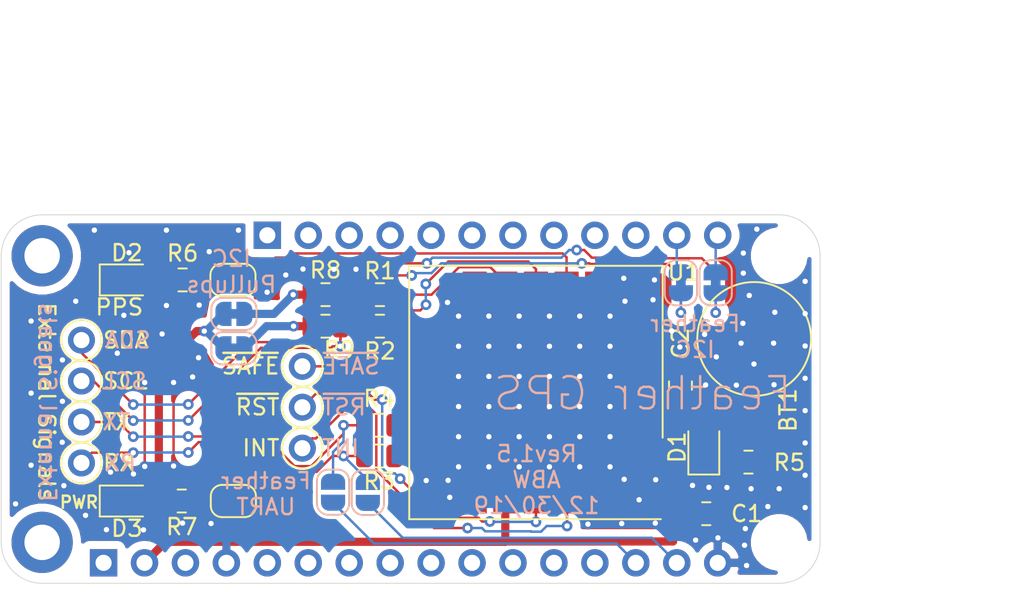
<source format=kicad_pcb>
(kicad_pcb (version 20171130) (host pcbnew "(5.1.4)-1")

  (general
    (thickness 1.6)
    (drawings 26)
    (tracks 387)
    (zones 0)
    (modules 37)
    (nets 48)
  )

  (page A4)
  (layers
    (0 F.Cu signal)
    (31 B.Cu signal)
    (32 B.Adhes user hide)
    (33 F.Adhes user hide)
    (34 B.Paste user)
    (35 F.Paste user)
    (36 B.SilkS user)
    (37 F.SilkS user)
    (38 B.Mask user)
    (39 F.Mask user)
    (40 Dwgs.User user)
    (41 Cmts.User user hide)
    (42 Eco1.User user)
    (43 Eco2.User user hide)
    (44 Edge.Cuts user)
    (45 Margin user)
    (46 B.CrtYd user hide)
    (47 F.CrtYd user hide)
    (48 B.Fab user hide)
    (49 F.Fab user hide)
  )

  (setup
    (last_trace_width 0.25)
    (user_trace_width 0.1524)
    (user_trace_width 0.1778)
    (user_trace_width 0.254)
    (user_trace_width 0.3048)
    (user_trace_width 0.381)
    (user_trace_width 0.508)
    (user_trace_width 0.635)
    (user_trace_width 0.889)
    (user_trace_width 1.016)
    (user_trace_width 1.27)
    (user_trace_width 1.905)
    (user_trace_width 2.54)
    (trace_clearance 0.2)
    (zone_clearance 0.508)
    (zone_45_only no)
    (trace_min 0.1)
    (via_size 0.8)
    (via_drill 0.4)
    (via_min_size 0.4)
    (via_min_drill 0.3)
    (user_via 0.6096 0.3048)
    (user_via 0.6604 0.3302)
    (user_via 0.889 0.381)
    (user_via 1.397 0.635)
    (uvia_size 0.3)
    (uvia_drill 0.1)
    (uvias_allowed no)
    (uvia_min_size 0.2)
    (uvia_min_drill 0.1)
    (edge_width 0.05)
    (segment_width 0.2)
    (pcb_text_width 0.3)
    (pcb_text_size 1.5 1.5)
    (mod_edge_width 0.12)
    (mod_text_size 1 1)
    (mod_text_width 0.15)
    (pad_size 1.6764 1.6764)
    (pad_drill 1)
    (pad_to_mask_clearance 0.051)
    (solder_mask_min_width 0.25)
    (aux_axis_origin 0 0)
    (visible_elements 7FFFFFFF)
    (pcbplotparams
      (layerselection 0x011fc_ffffffff)
      (usegerberextensions false)
      (usegerberattributes false)
      (usegerberadvancedattributes false)
      (creategerberjobfile false)
      (excludeedgelayer true)
      (linewidth 0.100000)
      (plotframeref false)
      (viasonmask false)
      (mode 1)
      (useauxorigin false)
      (hpglpennumber 1)
      (hpglpenspeed 20)
      (hpglpendiameter 15.000000)
      (psnegative false)
      (psa4output false)
      (plotreference false)
      (plotvalue true)
      (plotinvisibletext false)
      (padsonsilk false)
      (subtractmaskfromsilk false)
      (outputformat 1)
      (mirror false)
      (drillshape 0)
      (scaleselection 1)
      (outputdirectory "V1.5-SAM-M8Q-GPS-Featherwing/"))
  )

  (net 0 "")
  (net 1 GND)
  (net 2 +3V3)
  (net 3 "Net-(D2-Pad2)")
  (net 4 "Net-(D3-Pad2)")
  (net 5 /PPS)
  (net 6 "Net-(JP1-Pad2)")
  (net 7 "Net-(JP2-Pad2)")
  (net 8 "Net-(JP3-Pad1)")
  (net 9 "Net-(JP6-Pad1)")
  (net 10 "Net-(R1-Pad2)")
  (net 11 /SDA)
  (net 12 "Net-(R2-Pad2)")
  (net 13 /SCL)
  (net 14 "Net-(R3-Pad2)")
  (net 15 "Net-(R4-Pad2)")
  (net 16 "Net-(D1-Pad1)")
  (net 17 /INT)
  (net 18 /~RESET)
  (net 19 /~SAFE)
  (net 20 /BACKUP)
  (net 21 /RXI)
  (net 22 /TXO)
  (net 23 /`5)
  (net 24 /6)
  (net 25 /9`)
  (net 26 /10`)
  (net 27 /11`)
  (net 28 /12)
  (net 29 /13)
  (net 30 /USB)
  (net 31 /En)
  (net 32 /BAT)
  (net 33 /MISO)
  (net 34 /MOSI)
  (net 35 /SCK)
  (net 36 /A5)
  (net 37 /A4)
  (net 38 /A3)
  (net 39 /A2)
  (net 40 /A1)
  (net 41 /A0)
  (net 42 /ARf)
  (net 43 /RST)
  (net 44 /RX)
  (net 45 /TX)
  (net 46 /SDA2)
  (net 47 /SCL2)

  (net_class Default "This is the default net class."
    (clearance 0.2)
    (trace_width 0.25)
    (via_dia 0.8)
    (via_drill 0.4)
    (uvia_dia 0.3)
    (uvia_drill 0.1)
    (add_net +3V3)
    (add_net /10`)
    (add_net /11`)
    (add_net /12)
    (add_net /13)
    (add_net /6)
    (add_net /9`)
    (add_net /A0)
    (add_net /A1)
    (add_net /A2)
    (add_net /A3)
    (add_net /A4)
    (add_net /A5)
    (add_net /ARf)
    (add_net /BACKUP)
    (add_net /BAT)
    (add_net /En)
    (add_net /INT)
    (add_net /MISO)
    (add_net /MOSI)
    (add_net /PPS)
    (add_net /RST)
    (add_net /RX)
    (add_net /RXI)
    (add_net /SCK)
    (add_net /SCL)
    (add_net /SCL2)
    (add_net /SDA)
    (add_net /SDA2)
    (add_net /TX)
    (add_net /TXO)
    (add_net /USB)
    (add_net /`5)
    (add_net /~RESET)
    (add_net /~SAFE)
    (add_net GND)
    (add_net "Net-(D1-Pad1)")
    (add_net "Net-(D2-Pad2)")
    (add_net "Net-(D3-Pad2)")
    (add_net "Net-(JP1-Pad2)")
    (add_net "Net-(JP2-Pad2)")
    (add_net "Net-(JP3-Pad1)")
    (add_net "Net-(JP6-Pad1)")
    (add_net "Net-(R1-Pad2)")
    (add_net "Net-(R2-Pad2)")
    (add_net "Net-(R3-Pad2)")
    (add_net "Net-(R4-Pad2)")
  )

  (module Connector_PinSocket_2.54mm:PinSocket_1x16_P2.54mm_Vertical locked (layer F.Cu) (tedit 5E0A0CAE) (tstamp 5DC78F0C)
    (at 92.6846 77.4192 90)
    (descr "Through hole straight socket strip, 1x16, 2.54mm pitch, single row (from Kicad 4.0.7), script generated")
    (tags "Through hole socket strip THT 1x16 2.54mm single row")
    (path /5DCA37D1)
    (fp_text reference ~2 (at -2.4384 0.0508) (layer F.Fab) hide
      (effects (font (size 1 1) (thickness 0.15)))
    )
    (fp_text value ~ (at 0 40.87 90) (layer F.Fab)
      (effects (font (size 1 1) (thickness 0.15)))
    )
    (fp_text user %R (at 0 19.05 180) (layer F.Fab)
      (effects (font (size 1 1) (thickness 0.15)))
    )
    (fp_line (start -1.8 39.9) (end -1.8 -1.8) (layer F.CrtYd) (width 0.05))
    (fp_line (start 1.75 39.9) (end -1.8 39.9) (layer F.CrtYd) (width 0.05))
    (fp_line (start 1.75 -1.8) (end 1.75 39.9) (layer F.CrtYd) (width 0.05))
    (fp_line (start -1.8 -1.8) (end 1.75 -1.8) (layer F.CrtYd) (width 0.05))
    (fp_line (start -1.27 39.37) (end -1.27 -1.27) (layer F.Fab) (width 0.1))
    (fp_line (start 1.27 39.37) (end -1.27 39.37) (layer F.Fab) (width 0.1))
    (fp_line (start 1.27 -0.635) (end 1.27 39.37) (layer F.Fab) (width 0.1))
    (fp_line (start 0.635 -1.27) (end 1.27 -0.635) (layer F.Fab) (width 0.1))
    (fp_line (start -1.27 -1.27) (end 0.635 -1.27) (layer F.Fab) (width 0.1))
    (pad 16 thru_hole oval (at 0 38.1 90) (size 1.7 1.7) (drill 1) (layers *.Cu *.Mask)
      (net 1 GND))
    (pad 15 thru_hole oval (at 0 35.56 90) (size 1.7 1.7) (drill 1) (layers *.Cu *.Mask)
      (net 22 /TXO))
    (pad 14 thru_hole oval (at 0 33.02 90) (size 1.7 1.7) (drill 1) (layers *.Cu *.Mask)
      (net 21 /RXI))
    (pad 13 thru_hole oval (at 0 30.48 90) (size 1.7 1.7) (drill 1) (layers *.Cu *.Mask)
      (net 33 /MISO))
    (pad 12 thru_hole oval (at 0 27.94 90) (size 1.7 1.7) (drill 1) (layers *.Cu *.Mask)
      (net 34 /MOSI))
    (pad 11 thru_hole oval (at 0 25.4 90) (size 1.7 1.7) (drill 1) (layers *.Cu *.Mask)
      (net 35 /SCK))
    (pad 10 thru_hole oval (at 0 22.86 90) (size 1.7 1.7) (drill 1) (layers *.Cu *.Mask)
      (net 36 /A5))
    (pad 9 thru_hole oval (at 0 20.32 90) (size 1.7 1.7) (drill 1) (layers *.Cu *.Mask)
      (net 37 /A4))
    (pad 8 thru_hole oval (at 0 17.78 90) (size 1.7 1.7) (drill 1) (layers *.Cu *.Mask)
      (net 38 /A3))
    (pad 7 thru_hole oval (at 0 15.24 90) (size 1.7 1.7) (drill 1) (layers *.Cu *.Mask)
      (net 39 /A2))
    (pad 6 thru_hole oval (at 0 12.7 90) (size 1.7 1.7) (drill 1) (layers *.Cu *.Mask)
      (net 40 /A1))
    (pad 5 thru_hole oval (at 0 10.16 90) (size 1.7 1.7) (drill 1) (layers *.Cu *.Mask)
      (net 41 /A0))
    (pad 4 thru_hole oval (at 0 7.62 90) (size 1.7 1.7) (drill 1) (layers *.Cu *.Mask)
      (net 1 GND))
    (pad 3 thru_hole oval (at 0 5.08 90) (size 1.7 1.7) (drill 1) (layers *.Cu *.Mask)
      (net 42 /ARf))
    (pad 2 thru_hole oval (at 0 2.54 90) (size 1.7 1.7) (drill 1) (layers *.Cu *.Mask)
      (net 2 +3V3))
    (pad 1 thru_hole rect (at 0 0 90) (size 1.7 1.7) (drill 1) (layers *.Cu *.Mask)
      (net 43 /RST))
    (model ${KISYS3DMOD}/Connector_PinHeader_2.54mm.3dshapes/PinHeader_1x16_P2.54mm_Vertical.step
      (offset (xyz 0 0 -1.5))
      (scale (xyz 1 1 1))
      (rotate (xyz 0 180 0))
    )
  )

  (module Connector_PinSocket_2.54mm:PinSocket_1x12_P2.54mm_Vertical locked (layer F.Cu) (tedit 5E0A0C96) (tstamp 5DC77E0A)
    (at 102.8446 57.0992 90)
    (descr "Through hole straight socket strip, 1x12, 2.54mm pitch, single row (from Kicad 4.0.7), script generated")
    (tags "Through hole socket strip THT 1x12 2.54mm single row")
    (path /5DCA2C44)
    (fp_text reference ~1 (at 2.6416 17.5514) (layer F.Fab) hide
      (effects (font (size 1 1) (thickness 0.15)))
    )
    (fp_text value ~ (at 0 30.71 90) (layer F.Fab)
      (effects (font (size 1 1) (thickness 0.15)))
    )
    (fp_text user %R (at 0 13.97 180) (layer F.Fab)
      (effects (font (size 1 1) (thickness 0.15)))
    )
    (fp_line (start -1.8 29.7) (end -1.8 -1.8) (layer F.CrtYd) (width 0.05))
    (fp_line (start 1.75 29.7) (end -1.8 29.7) (layer F.CrtYd) (width 0.05))
    (fp_line (start 1.75 -1.8) (end 1.75 29.7) (layer F.CrtYd) (width 0.05))
    (fp_line (start -1.8 -1.8) (end 1.75 -1.8) (layer F.CrtYd) (width 0.05))
    (fp_line (start -1.27 29.21) (end -1.27 -1.27) (layer F.Fab) (width 0.1))
    (fp_line (start 1.27 29.21) (end -1.27 29.21) (layer F.Fab) (width 0.1))
    (fp_line (start 1.27 -0.635) (end 1.27 29.21) (layer F.Fab) (width 0.1))
    (fp_line (start 0.635 -1.27) (end 1.27 -0.635) (layer F.Fab) (width 0.1))
    (fp_line (start -1.27 -1.27) (end 0.635 -1.27) (layer F.Fab) (width 0.1))
    (pad 12 thru_hole oval (at 0 27.94 90) (size 1.7 1.7) (drill 1) (layers *.Cu *.Mask)
      (net 11 /SDA))
    (pad 11 thru_hole oval (at 0 25.4 90) (size 1.7 1.7) (drill 1) (layers *.Cu *.Mask)
      (net 13 /SCL))
    (pad 10 thru_hole oval (at 0 22.86 90) (size 1.7 1.7) (drill 1) (layers *.Cu *.Mask)
      (net 23 /`5))
    (pad 9 thru_hole oval (at 0 20.32 90) (size 1.7 1.7) (drill 1) (layers *.Cu *.Mask)
      (net 24 /6))
    (pad 8 thru_hole oval (at 0 17.78 90) (size 1.7 1.7) (drill 1) (layers *.Cu *.Mask)
      (net 25 /9`))
    (pad 7 thru_hole oval (at 0 15.24 90) (size 1.7 1.7) (drill 1) (layers *.Cu *.Mask)
      (net 26 /10`))
    (pad 6 thru_hole oval (at 0 12.7 90) (size 1.7 1.7) (drill 1) (layers *.Cu *.Mask)
      (net 27 /11`))
    (pad 5 thru_hole oval (at 0 10.16 90) (size 1.7 1.7) (drill 1) (layers *.Cu *.Mask)
      (net 28 /12))
    (pad 4 thru_hole oval (at 0 7.62 90) (size 1.7 1.7) (drill 1) (layers *.Cu *.Mask)
      (net 29 /13))
    (pad 3 thru_hole oval (at 0 5.08 90) (size 1.7 1.7) (drill 1) (layers *.Cu *.Mask)
      (net 30 /USB))
    (pad 2 thru_hole oval (at 0 2.54 90) (size 1.7 1.7) (drill 1) (layers *.Cu *.Mask)
      (net 31 /En))
    (pad 1 thru_hole rect (at 0 0 90) (size 1.7 1.7) (drill 1) (layers *.Cu *.Mask)
      (net 32 /BAT))
    (model ${KISYS3DMOD}/Connector_PinHeader_2.54mm.3dshapes/PinHeader_1x12_P2.54mm_Vertical.step
      (offset (xyz 0 0 -1.5))
      (scale (xyz 1 1 1))
      (rotate (xyz 0 180 0))
    )
  )

  (module Connector_Pin:Pin_D1.0mm_L10.0mm locked (layer F.Cu) (tedit 5DC72CC2) (tstamp 5DC75800)
    (at 105.0163 67.7672 90)
    (descr "solder Pin_ diameter 1.0mm, hole diameter 1.0mm (press fit), length 10.0mm")
    (tags "solder Pin_ press fit")
    (path /5DCA0F10)
    (fp_text reference TX4 (at 0 2.25 90) (layer F.Fab)
      (effects (font (size 1 1) (thickness 0.15)))
    )
    (fp_text value ~RST (at 0.0127 -2.784986 180) (layer F.SilkS)
      (effects (font (size 1 1) (thickness 0.15)))
    )
    (fp_circle (center 0 0) (end 1.25 0.05) (layer F.SilkS) (width 0.12))
    (fp_circle (center 0 0) (end 1 0) (layer F.Fab) (width 0.12))
    (fp_circle (center 0 0) (end 0.5 0) (layer F.Fab) (width 0.12))
    (fp_circle (center 0 0) (end 1.5 0) (layer F.CrtYd) (width 0.05))
    (fp_text user %R (at 0 2.25 90) (layer F.Fab)
      (effects (font (size 1 1) (thickness 0.15)))
    )
    (pad 1 thru_hole circle (at 0 0 90) (size 1.6764 1.6764) (drill 1) (layers *.Cu *.Mask)
      (net 18 /~RESET))
  )

  (module Connector_Pin:Pin_D1.0mm_L10.0mm locked (layer F.Cu) (tedit 5DC72CBD) (tstamp 5DC757F6)
    (at 105.0163 65.2272 90)
    (descr "solder Pin_ diameter 1.0mm, hole diameter 1.0mm (press fit), length 10.0mm")
    (tags "solder Pin_ press fit")
    (path /5DC9E0C9)
    (fp_text reference TX3 (at 0 2.25 90) (layer F.Fab)
      (effects (font (size 1 1) (thickness 0.15)))
    )
    (fp_text value ~SAFE (at 0.0127 -3.213558 180) (layer F.SilkS)
      (effects (font (size 1 1) (thickness 0.15)))
    )
    (fp_circle (center 0 0) (end 1.25 0.05) (layer F.SilkS) (width 0.12))
    (fp_circle (center 0 0) (end 1 0) (layer F.Fab) (width 0.12))
    (fp_circle (center 0 0) (end 0.5 0) (layer F.Fab) (width 0.12))
    (fp_circle (center 0 0) (end 1.5 0) (layer F.CrtYd) (width 0.05))
    (fp_text user %R (at 0 2.25 90) (layer F.Fab)
      (effects (font (size 1 1) (thickness 0.15)))
    )
    (pad 1 thru_hole circle (at 0 0 90) (size 1.6764 1.6764) (drill 1) (layers *.Cu *.Mask)
      (net 19 /~SAFE))
  )

  (module Connector_Pin:Pin_D1.0mm_L10.0mm locked (layer F.Cu) (tedit 5DC72CB8) (tstamp 5DC757C8)
    (at 105.0163 70.3072 90)
    (descr "solder Pin_ diameter 1.0mm, hole diameter 1.0mm (press fit), length 10.0mm")
    (tags "solder Pin_ press fit")
    (path /5DC9E0D1)
    (fp_text reference RX3 (at 0 2.25 90) (layer F.Fab)
      (effects (font (size 1 1) (thickness 0.15)))
    )
    (fp_text value INT (at 0.0127 -2.5707 180) (layer F.SilkS)
      (effects (font (size 1 1) (thickness 0.15)))
    )
    (fp_circle (center 0 0) (end 1.25 0.05) (layer F.SilkS) (width 0.12))
    (fp_circle (center 0 0) (end 1 0) (layer F.Fab) (width 0.12))
    (fp_circle (center 0 0) (end 0.5 0) (layer F.Fab) (width 0.12))
    (fp_circle (center 0 0) (end 1.5 0) (layer F.CrtYd) (width 0.05))
    (fp_text user %R (at 0 2.25 90) (layer F.Fab)
      (effects (font (size 1 1) (thickness 0.15)))
    )
    (pad 1 thru_hole circle (at 0 0 90) (size 1.6764 1.6764) (drill 1) (layers *.Cu *.Mask)
      (net 17 /INT))
  )

  (module Connector_Pin:Pin_D1.0mm_L10.0mm locked (layer F.Cu) (tedit 5DC717D7) (tstamp 5DC97688)
    (at 91.313 63.6016 270)
    (descr "solder Pin_ diameter 1.0mm, hole diameter 1.0mm (press fit), length 10.0mm")
    (tags "solder Pin_ press fit")
    (path /5DD6151F)
    (fp_text reference TX2 (at 0 2.25 90) (layer F.Fab)
      (effects (font (size 1 1) (thickness 0.15)))
    )
    (fp_text value SDA (at 0 -2.74961 180) (layer F.SilkS)
      (effects (font (size 1 1) (thickness 0.15)))
    )
    (fp_circle (center 0 0) (end 1.25 0.05) (layer F.SilkS) (width 0.12))
    (fp_circle (center 0 0) (end 1 0) (layer F.Fab) (width 0.12))
    (fp_circle (center 0 0) (end 0.5 0) (layer F.Fab) (width 0.12))
    (fp_circle (center 0 0) (end 1.5 0) (layer F.CrtYd) (width 0.05))
    (fp_text user %R (at 0 2.25 90) (layer F.Fab)
      (effects (font (size 1 1) (thickness 0.15)))
    )
    (pad 1 thru_hole circle (at 0 0 270) (size 1.6764 1.6764) (drill 1) (layers *.Cu *.Mask)
      (net 46 /SDA2))
  )

  (module Connector_Pin:Pin_D1.0mm_L10.0mm locked (layer F.Cu) (tedit 5DC717DC) (tstamp 5DC9766D)
    (at 91.313 66.1416 270)
    (descr "solder Pin_ diameter 1.0mm, hole diameter 1.0mm (press fit), length 10.0mm")
    (tags "solder Pin_ press fit")
    (path /5DD61527)
    (fp_text reference RX2 (at 0 2.25 90) (layer F.Fab)
      (effects (font (size 1 1) (thickness 0.15)))
    )
    (fp_text value SCL (at 0 -2.7258) (layer F.SilkS)
      (effects (font (size 1 1) (thickness 0.15)))
    )
    (fp_circle (center 0 0) (end 1.25 0.05) (layer F.SilkS) (width 0.12))
    (fp_circle (center 0 0) (end 1 0) (layer F.Fab) (width 0.12))
    (fp_circle (center 0 0) (end 0.5 0) (layer F.Fab) (width 0.12))
    (fp_circle (center 0 0) (end 1.5 0) (layer F.CrtYd) (width 0.05))
    (fp_text user %R (at 0 2.25 90) (layer F.Fab)
      (effects (font (size 1 1) (thickness 0.15)))
    )
    (pad 1 thru_hole circle (at 0 0 270) (size 1.6764 1.6764) (drill 1) (layers *.Cu *.Mask)
      (net 47 /SCL2))
  )

  (module Jumper:SolderJumper-2_P1.3mm_Bridged_RoundedPad1.0x1.5mm (layer B.Cu) (tedit 5C745284) (tstamp 5DC91F47)
    (at 128.4986 60.0456 90)
    (descr "SMD Solder Jumper, 1x1.5mm, rounded Pads, 0.3mm gap, bridged with 1 copper strip")
    (tags "solder jumper open")
    (path /5DD57362)
    (attr virtual)
    (fp_text reference JP8 (at 0 1.8 90) (layer B.Fab)
      (effects (font (size 1 1) (thickness 0.15)) (justify mirror))
    )
    (fp_text value ~ (at 0 -1.9 90) (layer B.Fab)
      (effects (font (size 1 1) (thickness 0.15)) (justify mirror))
    )
    (fp_poly (pts (xy 0.25 0.3) (xy -0.25 0.3) (xy -0.25 -0.3) (xy 0.25 -0.3)) (layer B.Cu) (width 0))
    (fp_line (start 1.65 -1.25) (end -1.65 -1.25) (layer B.CrtYd) (width 0.05))
    (fp_line (start 1.65 -1.25) (end 1.65 1.25) (layer B.CrtYd) (width 0.05))
    (fp_line (start -1.65 1.25) (end -1.65 -1.25) (layer B.CrtYd) (width 0.05))
    (fp_line (start -1.65 1.25) (end 1.65 1.25) (layer B.CrtYd) (width 0.05))
    (fp_line (start -0.7 1) (end 0.7 1) (layer B.SilkS) (width 0.12))
    (fp_line (start 1.4 0.3) (end 1.4 -0.3) (layer B.SilkS) (width 0.12))
    (fp_line (start 0.7 -1) (end -0.7 -1) (layer B.SilkS) (width 0.12))
    (fp_line (start -1.4 -0.3) (end -1.4 0.3) (layer B.SilkS) (width 0.12))
    (fp_arc (start -0.7 0.3) (end -0.7 1) (angle 90) (layer B.SilkS) (width 0.12))
    (fp_arc (start -0.7 -0.3) (end -1.4 -0.3) (angle 90) (layer B.SilkS) (width 0.12))
    (fp_arc (start 0.7 -0.3) (end 0.7 -1) (angle 90) (layer B.SilkS) (width 0.12))
    (fp_arc (start 0.7 0.3) (end 1.4 0.3) (angle 90) (layer B.SilkS) (width 0.12))
    (pad 1 smd custom (at -0.65 0 90) (size 1 0.5) (layers B.Cu B.Mask)
      (net 47 /SCL2) (zone_connect 2)
      (options (clearance outline) (anchor rect))
      (primitives
        (gr_circle (center 0 -0.25) (end 0.5 -0.25) (width 0))
        (gr_circle (center 0 0.25) (end 0.5 0.25) (width 0))
        (gr_poly (pts
           (xy 0 0.75) (xy 0.5 0.75) (xy 0.5 -0.75) (xy 0 -0.75)) (width 0))
      ))
    (pad 2 smd custom (at 0.65 0 90) (size 1 0.5) (layers B.Cu B.Mask)
      (net 13 /SCL) (zone_connect 2)
      (options (clearance outline) (anchor rect))
      (primitives
        (gr_circle (center 0 -0.25) (end 0.5 -0.25) (width 0))
        (gr_circle (center 0 0.25) (end 0.5 0.25) (width 0))
        (gr_poly (pts
           (xy 0 0.75) (xy -0.5 0.75) (xy -0.5 -0.75) (xy 0 -0.75)) (width 0))
      ))
  )

  (module Jumper:SolderJumper-2_P1.3mm_Bridged_RoundedPad1.0x1.5mm (layer B.Cu) (tedit 5C745284) (tstamp 5DC91F34)
    (at 130.6576 60.0456 90)
    (descr "SMD Solder Jumper, 1x1.5mm, rounded Pads, 0.3mm gap, bridged with 1 copper strip")
    (tags "solder jumper open")
    (path /5DD576B1)
    (attr virtual)
    (fp_text reference JP7 (at 0 1.8 90) (layer B.Fab)
      (effects (font (size 1 1) (thickness 0.15)) (justify mirror))
    )
    (fp_text value ~ (at 0 -1.9 90) (layer B.Fab)
      (effects (font (size 1 1) (thickness 0.15)) (justify mirror))
    )
    (fp_poly (pts (xy 0.25 0.3) (xy -0.25 0.3) (xy -0.25 -0.3) (xy 0.25 -0.3)) (layer B.Cu) (width 0))
    (fp_line (start 1.65 -1.25) (end -1.65 -1.25) (layer B.CrtYd) (width 0.05))
    (fp_line (start 1.65 -1.25) (end 1.65 1.25) (layer B.CrtYd) (width 0.05))
    (fp_line (start -1.65 1.25) (end -1.65 -1.25) (layer B.CrtYd) (width 0.05))
    (fp_line (start -1.65 1.25) (end 1.65 1.25) (layer B.CrtYd) (width 0.05))
    (fp_line (start -0.7 1) (end 0.7 1) (layer B.SilkS) (width 0.12))
    (fp_line (start 1.4 0.3) (end 1.4 -0.3) (layer B.SilkS) (width 0.12))
    (fp_line (start 0.7 -1) (end -0.7 -1) (layer B.SilkS) (width 0.12))
    (fp_line (start -1.4 -0.3) (end -1.4 0.3) (layer B.SilkS) (width 0.12))
    (fp_arc (start -0.7 0.3) (end -0.7 1) (angle 90) (layer B.SilkS) (width 0.12))
    (fp_arc (start -0.7 -0.3) (end -1.4 -0.3) (angle 90) (layer B.SilkS) (width 0.12))
    (fp_arc (start 0.7 -0.3) (end 0.7 -1) (angle 90) (layer B.SilkS) (width 0.12))
    (fp_arc (start 0.7 0.3) (end 1.4 0.3) (angle 90) (layer B.SilkS) (width 0.12))
    (pad 1 smd custom (at -0.65 0 90) (size 1 0.5) (layers B.Cu B.Mask)
      (net 46 /SDA2) (zone_connect 2)
      (options (clearance outline) (anchor rect))
      (primitives
        (gr_circle (center 0 -0.25) (end 0.5 -0.25) (width 0))
        (gr_circle (center 0 0.25) (end 0.5 0.25) (width 0))
        (gr_poly (pts
           (xy 0 0.75) (xy 0.5 0.75) (xy 0.5 -0.75) (xy 0 -0.75)) (width 0))
      ))
    (pad 2 smd custom (at 0.65 0 90) (size 1 0.5) (layers B.Cu B.Mask)
      (net 11 /SDA) (zone_connect 2)
      (options (clearance outline) (anchor rect))
      (primitives
        (gr_circle (center 0 -0.25) (end 0.5 -0.25) (width 0))
        (gr_circle (center 0 0.25) (end 0.5 0.25) (width 0))
        (gr_poly (pts
           (xy 0 0.75) (xy -0.5 0.75) (xy -0.5 -0.75) (xy 0 -0.75)) (width 0))
      ))
  )

  (module Connector_Pin:Pin_D1.0mm_L10.0mm locked (layer F.Cu) (tedit 5DC712EB) (tstamp 5DC8C6A9)
    (at 91.313 71.2216 270)
    (descr "solder Pin_ diameter 1.0mm, hole diameter 1.0mm (press fit), length 10.0mm")
    (tags "solder Pin_ press fit")
    (path /5DD3C805)
    (fp_text reference RX1 (at 0 -1.905 90) (layer F.Fab)
      (effects (font (size 1 1) (thickness 0.15)))
    )
    (fp_text value RX (at 0 -2.321038 180) (layer F.SilkS)
      (effects (font (size 1 1) (thickness 0.15)))
    )
    (fp_text user %R (at 0 2.25 90) (layer F.Fab)
      (effects (font (size 1 1) (thickness 0.15)))
    )
    (fp_circle (center 0 0) (end 1.5 0) (layer F.CrtYd) (width 0.05))
    (fp_circle (center 0 0) (end 0.5 0) (layer F.Fab) (width 0.12))
    (fp_circle (center 0 0) (end 1 0) (layer F.Fab) (width 0.12))
    (fp_circle (center 0 0) (end 1.25 0.05) (layer F.SilkS) (width 0.12))
    (pad 1 thru_hole circle (at 0 0 270) (size 1.6764 1.6764) (drill 1) (layers *.Cu *.Mask)
      (net 44 /RX))
  )

  (module Connector_Pin:Pin_D1.0mm_L10.0mm locked (layer F.Cu) (tedit 5DC712E7) (tstamp 5DC8B4B2)
    (at 91.313 68.6816 270)
    (descr "solder Pin_ diameter 1.0mm, hole diameter 1.0mm (press fit), length 10.0mm")
    (tags "solder Pin_ press fit")
    (path /5DD2DDFE)
    (fp_text reference TX1 (at 0 -1.8796 90) (layer F.Fab)
      (effects (font (size 1 1) (thickness 0.15)))
    )
    (fp_text value TX (at 0 -2.201991 180) (layer F.SilkS)
      (effects (font (size 1 1) (thickness 0.15)))
    )
    (fp_text user %R (at 0 2.25 90) (layer F.Fab)
      (effects (font (size 1 1) (thickness 0.15)))
    )
    (fp_circle (center 0 0) (end 1.5 0) (layer F.CrtYd) (width 0.05))
    (fp_circle (center 0 0) (end 0.5 0) (layer F.Fab) (width 0.12))
    (fp_circle (center 0 0) (end 1 0) (layer F.Fab) (width 0.12))
    (fp_circle (center 0 0) (end 1.25 0.05) (layer F.SilkS) (width 0.12))
    (pad 1 thru_hole circle (at 0 0 270) (size 1.6764 1.6764) (drill 1) (layers *.Cu *.Mask)
      (net 45 /TX))
  )

  (module MountingHole:MountingHole_2.5mm locked (layer F.Cu) (tedit 56D1B4CB) (tstamp 5DC7D4C1)
    (at 134.5946 58.3692)
    (descr "Mounting Hole 2.5mm, no annular")
    (tags "mounting hole 2.5mm no annular")
    (attr virtual)
    (fp_text reference ~ (at -0.0254 0) (layer F.SilkS)
      (effects (font (size 1 1) (thickness 0.15)))
    )
    (fp_text value MountingHole_2.5mm (at 0 3.5) (layer F.Fab)
      (effects (font (size 1 1) (thickness 0.15)))
    )
    (fp_text user %R (at 0.3 0) (layer F.Fab)
      (effects (font (size 1 1) (thickness 0.15)))
    )
    (fp_circle (center 0 0) (end 2.5 0) (layer Cmts.User) (width 0.15))
    (fp_circle (center 0 0) (end 2.75 0) (layer F.CrtYd) (width 0.05))
    (pad 1 np_thru_hole circle (at 0 0) (size 2.5 2.5) (drill 2.5) (layers *.Cu *.Mask))
  )

  (module MountingHole:MountingHole_2.5mm locked (layer F.Cu) (tedit 56D1B4CB) (tstamp 5DC7D032)
    (at 134.5946 76.1492)
    (descr "Mounting Hole 2.5mm, no annular")
    (tags "mounting hole 2.5mm no annular")
    (attr virtual)
    (fp_text reference ~ (at 0.3556 0.0254) (layer F.SilkS)
      (effects (font (size 1 1) (thickness 0.15)))
    )
    (fp_text value MountingHole_2.5mm (at 0 3.5) (layer F.Fab)
      (effects (font (size 1 1) (thickness 0.15)))
    )
    (fp_circle (center 0 0) (end 2.75 0) (layer F.CrtYd) (width 0.05))
    (fp_circle (center 0 0) (end 2.5 0) (layer Cmts.User) (width 0.15))
    (fp_text user %R (at 0.3 0) (layer F.Fab)
      (effects (font (size 1 1) (thickness 0.15)))
    )
    (pad 1 np_thru_hole circle (at 0 0) (size 2.5 2.5) (drill 2.5) (layers *.Cu *.Mask))
  )

  (module MountingHole:MountingHole_2.2mm_M2_DIN965_Pad locked (layer F.Cu) (tedit 56D1B4CB) (tstamp 5DC7C80F)
    (at 88.8746 58.3692)
    (descr "Mounting Hole 2.2mm, M2, DIN965")
    (tags "mounting hole 2.2mm m2 din965")
    (attr virtual)
    (fp_text reference REF** (at 0 -2.9) (layer F.Fab)
      (effects (font (size 1 1) (thickness 0.15)))
    )
    (fp_text value MountingHole_2.2mm_M2_DIN965_Pad (at 0 2.9) (layer F.Fab)
      (effects (font (size 1 1) (thickness 0.15)))
    )
    (fp_text user %R (at 0.3 0) (layer F.Fab)
      (effects (font (size 1 1) (thickness 0.15)))
    )
    (fp_circle (center 0 0) (end 1.9 0) (layer Cmts.User) (width 0.15))
    (fp_circle (center 0 0) (end 2.15 0) (layer F.CrtYd) (width 0.05))
    (pad 1 thru_hole circle (at 0 0) (size 3.8 3.8) (drill 2.2) (layers *.Cu *.Mask))
  )

  (module MountingHole:MountingHole_2.2mm_M2_DIN965_Pad locked (layer F.Cu) (tedit 56D1B4CB) (tstamp 5DC7C7A8)
    (at 88.8746 76.1492)
    (descr "Mounting Hole 2.2mm, M2, DIN965")
    (tags "mounting hole 2.2mm m2 din965")
    (attr virtual)
    (fp_text reference REF** (at 0 -2.9) (layer B.CrtYd)
      (effects (font (size 1 1) (thickness 0.15)))
    )
    (fp_text value MountingHole_2.2mm_M2_DIN965_Pad (at 0 2.9) (layer F.Fab)
      (effects (font (size 1 1) (thickness 0.15)))
    )
    (fp_circle (center 0 0) (end 2.15 0) (layer F.CrtYd) (width 0.05))
    (fp_circle (center 0 0) (end 1.9 0) (layer Cmts.User) (width 0.15))
    (fp_text user %R (at 0.3 0) (layer F.Fab)
      (effects (font (size 1 1) (thickness 0.15)))
    )
    (pad 1 thru_hole circle (at 0 0) (size 3.8 3.8) (drill 2.2) (layers *.Cu *.Mask))
  )

  (module RF_GPS:ublox_SAM-M8Q (layer F.Cu) (tedit 5C292C10) (tstamp 5DC6122E)
    (at 119.507 66.8528 180)
    (descr "GPS Module, 15.5x15.5x6.3mm, https://www.u-blox.com/sites/default/files/SAM-M8Q_HardwareIntegrationManual_%28UBX-16018358%29.pdf")
    (tags "ublox SAM-M8Q")
    (path /5DC61812)
    (solder_mask_margin 0.000001)
    (attr smd)
    (fp_text reference U1 (at -9.1694 7.4676) (layer F.SilkS)
      (effects (font (size 1 1) (thickness 0.15)))
    )
    (fp_text value ublox_SAM-M8Q (at 0 8.75) (layer F.Fab)
      (effects (font (size 1 1) (thickness 0.15)))
    )
    (fp_line (start -6 -3.8) (end -7.75 -4.5) (layer F.Fab) (width 0.1))
    (fp_line (start -6 -3.8) (end -7.75 -3.1) (layer F.Fab) (width 0.1))
    (fp_line (start 7.75 7.75) (end 7.75 -7.75) (layer F.Fab) (width 0.1))
    (fp_line (start 7.75 -7.75) (end -7.75 -7.75) (layer F.Fab) (width 0.1))
    (fp_line (start -7.75 -7.75) (end -7.75 7.75) (layer F.Fab) (width 0.1))
    (fp_line (start -7.75 7.75) (end 7.75 7.75) (layer F.Fab) (width 0.1))
    (fp_arc (start -4.5 4.5) (end -4.5 5.5) (angle 90) (layer F.Fab) (width 0.1))
    (fp_arc (start 4.5 4.5) (end 5.5 4.5) (angle 90) (layer F.Fab) (width 0.1))
    (fp_arc (start 4.5 -4.5) (end 4.5 -5.5) (angle 90) (layer F.Fab) (width 0.1))
    (fp_arc (start -4.5 -4.5) (end -5.5 -4.5) (angle 90) (layer F.Fab) (width 0.1))
    (fp_line (start -5.5 -4.5) (end -5.5 4.5) (layer F.Fab) (width 0.1))
    (fp_line (start -4.5 5.5) (end 4.5 5.5) (layer F.Fab) (width 0.1))
    (fp_line (start 5.5 4.5) (end 5.5 -4.5) (layer F.Fab) (width 0.1))
    (fp_line (start 4.5 -5.5) (end -4.5 -5.5) (layer F.Fab) (width 0.1))
    (fp_line (start -8 -8) (end -8 8) (layer F.CrtYd) (width 0.05))
    (fp_line (start -8 8) (end 8 8) (layer F.CrtYd) (width 0.05))
    (fp_line (start 8 8) (end 8 -8) (layer F.CrtYd) (width 0.05))
    (fp_line (start 8 -8) (end -8 -8) (layer F.CrtYd) (width 0.05))
    (fp_line (start -7.75 -7.86) (end 7.86 -7.86) (layer F.SilkS) (width 0.12))
    (fp_line (start 7.86 -7.86) (end 7.86 7.86) (layer F.SilkS) (width 0.12))
    (fp_line (start -7.86 7.86) (end 7.86 7.86) (layer F.SilkS) (width 0.12))
    (fp_line (start -7.86 -2.8) (end -7.86 7.86) (layer F.SilkS) (width 0.12))
    (fp_text user %R (at 0 0) (layer F.Fab)
      (effects (font (size 1 1) (thickness 0.15)))
    )
    (pad 20 smd rect (at -3.8 -6.6 180) (size 1.5 1.8) (layers F.Cu F.Mask)
      (net 1 GND))
    (pad 19 smd rect (at -1.9 -6.6 180) (size 1.5 1.8) (layers F.Cu F.Mask)
      (net 17 /INT))
    (pad 18 smd rect (at 0 -6.6 180) (size 1.5 1.8) (layers F.Cu F.Mask)
      (net 18 /~RESET))
    (pad 17 smd rect (at 1.9 -6.6 180) (size 1.5 1.8) (layers F.Cu F.Mask)
      (net 2 +3V3))
    (pad 16 smd rect (at 3.8 -6.6 180) (size 1.5 1.8) (layers F.Cu F.Mask)
      (net 1 GND))
    (pad 15 smd rect (at 6.6 -3.8 180) (size 1.8 1.5) (layers F.Cu F.Mask)
      (net 1 GND))
    (pad 14 smd rect (at 6.6 -1.9 180) (size 1.8 1.5) (layers F.Cu F.Mask)
      (net 14 "Net-(R3-Pad2)"))
    (pad 13 smd rect (at 6.6 0 180) (size 1.8 1.5) (layers F.Cu F.Mask)
      (net 15 "Net-(R4-Pad2)"))
    (pad 12 smd rect (at 6.6 1.9 180) (size 1.8 1.5) (layers F.Cu F.Mask)
      (net 12 "Net-(R2-Pad2)"))
    (pad 11 smd rect (at 6.6 3.8 180) (size 1.8 1.5) (layers F.Cu F.Mask)
      (net 1 GND))
    (pad 10 smd rect (at 3.8 6.6 180) (size 1.5 1.8) (layers F.Cu F.Mask)
      (net 1 GND))
    (pad 9 smd rect (at 1.9 6.6 180) (size 1.5 1.8) (layers F.Cu F.Mask)
      (net 10 "Net-(R1-Pad2)"))
    (pad 8 smd rect (at 0 6.6 180) (size 1.5 1.8) (layers F.Cu F.Mask)
      (net 19 /~SAFE))
    (pad 7 smd rect (at -1.9 6.6 180) (size 1.5 1.8) (layers F.Cu F.Mask)
      (net 5 /PPS))
    (pad 6 smd rect (at -3.8 6.6 180) (size 1.5 1.8) (layers F.Cu F.Mask)
      (net 1 GND))
    (pad 5 smd rect (at -6.6 3.8 180) (size 1.8 1.5) (layers F.Cu F.Mask)
      (net 1 GND))
    (pad 4 smd rect (at -6.6 1.9 180) (size 1.8 1.5) (layers F.Cu F.Mask)
      (net 1 GND))
    (pad 3 smd rect (at -6.6 0 180) (size 1.8 1.5) (layers F.Cu F.Mask)
      (net 20 /BACKUP))
    (pad 2 smd rect (at -6.6 -1.9 180) (size 1.8 1.5) (layers F.Cu F.Mask)
      (net 2 +3V3))
    (pad 1 smd rect (at -6.6 -3.8 180) (size 1.8 1.5) (layers F.Cu F.Mask)
      (net 1 GND))
    (pad "" smd rect (at -4.225 6.1 180) (size 0.58 0.72) (layers F.Paste))
    (pad "" smd rect (at -3.375 6.1 180) (size 0.58 0.72) (layers F.Paste))
    (pad "" smd rect (at -4.225 7.1 180) (size 0.58 0.72) (layers F.Paste))
    (pad "" smd rect (at -3.375 7.1 180) (size 0.58 0.72) (layers F.Paste))
    (pad "" smd rect (at -2.325 6.1 180) (size 0.58 0.72) (layers F.Paste))
    (pad "" smd rect (at -1.475 6.1 180) (size 0.58 0.72) (layers F.Paste))
    (pad "" smd rect (at -2.325 7.1 180) (size 0.58 0.72) (layers F.Paste))
    (pad "" smd rect (at -1.475 7.1 180) (size 0.58 0.72) (layers F.Paste))
    (pad "" smd rect (at -0.425 6.1 180) (size 0.58 0.72) (layers F.Paste))
    (pad "" smd rect (at 0.425 6.1 180) (size 0.58 0.72) (layers F.Paste))
    (pad "" smd rect (at -0.425 7.1 180) (size 0.58 0.72) (layers F.Paste))
    (pad "" smd rect (at 0.425 7.1 180) (size 0.58 0.72) (layers F.Paste))
    (pad "" smd rect (at 2.325 6.1 180) (size 0.58 0.72) (layers F.Paste))
    (pad "" smd rect (at 1.475 6.1 180) (size 0.58 0.72) (layers F.Paste))
    (pad "" smd rect (at 2.325 7.1 180) (size 0.58 0.72) (layers F.Paste))
    (pad "" smd rect (at 1.475 7.1 180) (size 0.58 0.72) (layers F.Paste))
    (pad "" smd rect (at 3.375 6.1 180) (size 0.58 0.72) (layers F.Paste))
    (pad "" smd rect (at 4.225 6.1 180) (size 0.58 0.72) (layers F.Paste))
    (pad "" smd rect (at 3.375 7.1 180) (size 0.58 0.72) (layers F.Paste))
    (pad "" smd rect (at 4.225 7.1 180) (size 0.58 0.72) (layers F.Paste))
    (pad "" smd rect (at -4.225 -6.1 180) (size 0.58 0.72) (layers F.Paste))
    (pad "" smd rect (at -1.475 -6.1 180) (size 0.58 0.72) (layers F.Paste))
    (pad "" smd rect (at -4.225 -7.1 180) (size 0.58 0.72) (layers F.Paste))
    (pad "" smd rect (at -1.475 -7.1 180) (size 0.58 0.72) (layers F.Paste))
    (pad "" smd rect (at -2.325 -6.1 180) (size 0.58 0.72) (layers F.Paste))
    (pad "" smd rect (at -3.375 -6.1 180) (size 0.58 0.72) (layers F.Paste))
    (pad "" smd rect (at -2.325 -7.1 180) (size 0.58 0.72) (layers F.Paste))
    (pad "" smd rect (at -3.375 -7.1 180) (size 0.58 0.72) (layers F.Paste))
    (pad "" smd rect (at -0.425 -6.1 180) (size 0.58 0.72) (layers F.Paste))
    (pad "" smd rect (at 0.425 -6.1 180) (size 0.58 0.72) (layers F.Paste))
    (pad "" smd rect (at -0.425 -7.1 180) (size 0.58 0.72) (layers F.Paste))
    (pad "" smd rect (at 0.425 -7.1 180) (size 0.58 0.72) (layers F.Paste))
    (pad "" smd rect (at 1.475 -6.1 180) (size 0.58 0.72) (layers F.Paste))
    (pad "" smd rect (at 2.325 -6.1 180) (size 0.58 0.72) (layers F.Paste))
    (pad "" smd rect (at 1.475 -7.1 180) (size 0.58 0.72) (layers F.Paste))
    (pad "" smd rect (at 2.325 -7.1 180) (size 0.58 0.72) (layers F.Paste))
    (pad "" smd rect (at 3.375 -6.1 180) (size 0.58 0.72) (layers F.Paste))
    (pad "" smd rect (at 4.225 -6.1 180) (size 0.58 0.72) (layers F.Paste))
    (pad "" smd rect (at 3.375 -7.1 180) (size 0.58 0.72) (layers F.Paste))
    (pad "" smd rect (at 4.225 -7.1 180) (size 0.58 0.72) (layers F.Paste))
    (pad "" smd rect (at -7.1 -4.225 180) (size 0.72 0.58) (layers F.Paste))
    (pad "" smd rect (at -7.1 -3.375 180) (size 0.72 0.58) (layers F.Paste))
    (pad "" smd rect (at -6.1 -4.225 180) (size 0.72 0.58) (layers F.Paste))
    (pad "" smd rect (at -6.1 -3.375 180) (size 0.72 0.58) (layers F.Paste))
    (pad "" smd rect (at -7.1 -2.325 180) (size 0.72 0.58) (layers F.Paste))
    (pad "" smd rect (at -6.1 -2.325 180) (size 0.72 0.58) (layers F.Paste))
    (pad "" smd rect (at -7.1 -1.475 180) (size 0.72 0.58) (layers F.Paste))
    (pad "" smd rect (at -6.1 -1.475 180) (size 0.72 0.58) (layers F.Paste))
    (pad "" smd rect (at -7.1 -0.425 180) (size 0.72 0.58) (layers F.Paste))
    (pad "" smd rect (at -6.1 -0.425 180) (size 0.72 0.58) (layers F.Paste))
    (pad "" smd rect (at -7.1 0.425 180) (size 0.72 0.58) (layers F.Paste))
    (pad "" smd rect (at -6.1 0.425 180) (size 0.72 0.58) (layers F.Paste))
    (pad "" smd rect (at -7.1 1.475 180) (size 0.72 0.58) (layers F.Paste))
    (pad "" smd rect (at -6.1 1.475 180) (size 0.72 0.58) (layers F.Paste))
    (pad "" smd rect (at -7.1 2.325 180) (size 0.72 0.58) (layers F.Paste))
    (pad "" smd rect (at -6.1 2.325 180) (size 0.72 0.58) (layers F.Paste))
    (pad "" smd rect (at -7.1 3.375 180) (size 0.72 0.58) (layers F.Paste))
    (pad "" smd rect (at -6.1 3.375 180) (size 0.72 0.58) (layers F.Paste))
    (pad "" smd rect (at -7.1 4.225 180) (size 0.72 0.58) (layers F.Paste))
    (pad "" smd rect (at -6.1 4.225 180) (size 0.72 0.58) (layers F.Paste))
    (pad "" smd rect (at 6.1 -4.225 180) (size 0.72 0.58) (layers F.Paste))
    (pad "" smd rect (at 7.1 -4.225 180) (size 0.72 0.58) (layers F.Paste))
    (pad "" smd rect (at 6.1 -3.375 180) (size 0.72 0.58) (layers F.Paste))
    (pad "" smd rect (at 7.1 -3.375 180) (size 0.72 0.58) (layers F.Paste))
    (pad "" smd rect (at 6.1 -2.325 180) (size 0.72 0.58) (layers F.Paste))
    (pad "" smd rect (at 7.1 -2.325 180) (size 0.72 0.58) (layers F.Paste))
    (pad "" smd rect (at 6.1 -1.475 180) (size 0.72 0.58) (layers F.Paste))
    (pad "" smd rect (at 7.1 -1.475 180) (size 0.72 0.58) (layers F.Paste))
    (pad "" smd rect (at 6.1 -0.425 180) (size 0.72 0.58) (layers F.Paste))
    (pad "" smd rect (at 7.1 -0.425 180) (size 0.72 0.58) (layers F.Paste))
    (pad "" smd rect (at 6.1 0.425 180) (size 0.72 0.58) (layers F.Paste))
    (pad "" smd rect (at 7.1 0.425 180) (size 0.72 0.58) (layers F.Paste))
    (pad "" smd rect (at 6.1 1.475 180) (size 0.72 0.58) (layers F.Paste))
    (pad "" smd rect (at 7.1 1.475 180) (size 0.72 0.58) (layers F.Paste))
    (pad "" smd rect (at 6.1 2.325 180) (size 0.72 0.58) (layers F.Paste))
    (pad "" smd rect (at 7.1 2.325 180) (size 0.72 0.58) (layers F.Paste))
    (pad "" smd rect (at 6.1 3.375 180) (size 0.72 0.58) (layers F.Paste))
    (pad "" smd rect (at 7.1 3.375 180) (size 0.72 0.58) (layers F.Paste))
    (pad "" smd rect (at 6.1 4.225 180) (size 0.72 0.58) (layers F.Paste))
    (pad "" smd rect (at 7.1 4.225 180) (size 0.72 0.58) (layers F.Paste))
    (model "D:/AveryW/Assorted Programs/KiCad/SamacSys_Parts.3dshapes/SAM_AP214.STEP"
      (offset (xyz -12 3 0))
      (scale (xyz 1 1 1))
      (rotate (xyz -90 0 -90))
    )
  )

  (module Jumper:SolderJumper-2_P1.3mm_Open_RoundedPad1.0x1.5mm (layer B.Cu) (tedit 5B391E66) (tstamp 5DC7130E)
    (at 106.9213 73.0377 270)
    (descr "SMD Solder Jumper, 1x1.5mm, rounded Pads, 0.3mm gap, open")
    (tags "solder jumper open")
    (path /5DC8383C)
    (attr virtual)
    (fp_text reference JP5 (at 0 1.6256 270) (layer B.Fab)
      (effects (font (size 1 1) (thickness 0.15)) (justify mirror))
    )
    (fp_text value ~ (at 0 -1.9 270) (layer B.Fab)
      (effects (font (size 1 1) (thickness 0.15)) (justify mirror))
    )
    (fp_arc (start 0.7 0.3) (end 1.4 0.3) (angle 90) (layer B.SilkS) (width 0.12))
    (fp_arc (start 0.7 -0.3) (end 0.7 -1) (angle 90) (layer B.SilkS) (width 0.12))
    (fp_arc (start -0.7 -0.3) (end -1.4 -0.3) (angle 90) (layer B.SilkS) (width 0.12))
    (fp_arc (start -0.7 0.3) (end -0.7 1) (angle 90) (layer B.SilkS) (width 0.12))
    (fp_line (start -1.4 -0.3) (end -1.4 0.3) (layer B.SilkS) (width 0.12))
    (fp_line (start 0.7 -1) (end -0.7 -1) (layer B.SilkS) (width 0.12))
    (fp_line (start 1.4 0.3) (end 1.4 -0.3) (layer B.SilkS) (width 0.12))
    (fp_line (start -0.7 1) (end 0.7 1) (layer B.SilkS) (width 0.12))
    (fp_line (start -1.65 1.25) (end 1.65 1.25) (layer B.CrtYd) (width 0.05))
    (fp_line (start -1.65 1.25) (end -1.65 -1.25) (layer B.CrtYd) (width 0.05))
    (fp_line (start 1.65 -1.25) (end 1.65 1.25) (layer B.CrtYd) (width 0.05))
    (fp_line (start 1.65 -1.25) (end -1.65 -1.25) (layer B.CrtYd) (width 0.05))
    (pad 1 smd custom (at -0.65 0 270) (size 1 0.5) (layers B.Cu B.Mask)
      (net 45 /TX) (zone_connect 2)
      (options (clearance outline) (anchor rect))
      (primitives
        (gr_circle (center 0 -0.25) (end 0.5 -0.25) (width 0))
        (gr_circle (center 0 0.25) (end 0.5 0.25) (width 0))
        (gr_poly (pts
           (xy 0 0.75) (xy 0.5 0.75) (xy 0.5 -0.75) (xy 0 -0.75)) (width 0))
      ))
    (pad 2 smd custom (at 0.65 0 270) (size 1 0.5) (layers B.Cu B.Mask)
      (net 21 /RXI) (zone_connect 2)
      (options (clearance outline) (anchor rect))
      (primitives
        (gr_circle (center 0 -0.25) (end 0.5 -0.25) (width 0))
        (gr_circle (center 0 0.25) (end 0.5 0.25) (width 0))
        (gr_poly (pts
           (xy 0 0.75) (xy -0.5 0.75) (xy -0.5 -0.75) (xy 0 -0.75)) (width 0))
      ))
  )

  (module Jumper:SolderJumper-2_P1.3mm_Open_RoundedPad1.0x1.5mm (layer B.Cu) (tedit 5B391E66) (tstamp 5DC712FC)
    (at 109.0803 73.0504 270)
    (descr "SMD Solder Jumper, 1x1.5mm, rounded Pads, 0.3mm gap, open")
    (tags "solder jumper open")
    (path /5DC82CF6)
    (attr virtual)
    (fp_text reference JP4 (at 0 -1.905 270) (layer B.Fab)
      (effects (font (size 1 1) (thickness 0.15)) (justify mirror))
    )
    (fp_text value ~ (at 0 -1.9 270) (layer B.Fab)
      (effects (font (size 1 1) (thickness 0.15)) (justify mirror))
    )
    (fp_arc (start 0.7 0.3) (end 1.4 0.3) (angle 90) (layer B.SilkS) (width 0.12))
    (fp_arc (start 0.7 -0.3) (end 0.7 -1) (angle 90) (layer B.SilkS) (width 0.12))
    (fp_arc (start -0.7 -0.3) (end -1.4 -0.3) (angle 90) (layer B.SilkS) (width 0.12))
    (fp_arc (start -0.7 0.3) (end -0.7 1) (angle 90) (layer B.SilkS) (width 0.12))
    (fp_line (start -1.4 -0.3) (end -1.4 0.3) (layer B.SilkS) (width 0.12))
    (fp_line (start 0.7 -1) (end -0.7 -1) (layer B.SilkS) (width 0.12))
    (fp_line (start 1.4 0.3) (end 1.4 -0.3) (layer B.SilkS) (width 0.12))
    (fp_line (start -0.7 1) (end 0.7 1) (layer B.SilkS) (width 0.12))
    (fp_line (start -1.65 1.25) (end 1.65 1.25) (layer B.CrtYd) (width 0.05))
    (fp_line (start -1.65 1.25) (end -1.65 -1.25) (layer B.CrtYd) (width 0.05))
    (fp_line (start 1.65 -1.25) (end 1.65 1.25) (layer B.CrtYd) (width 0.05))
    (fp_line (start 1.65 -1.25) (end -1.65 -1.25) (layer B.CrtYd) (width 0.05))
    (pad 1 smd custom (at -0.65 0 270) (size 1 0.5) (layers B.Cu B.Mask)
      (net 44 /RX) (zone_connect 2)
      (options (clearance outline) (anchor rect))
      (primitives
        (gr_circle (center 0 -0.25) (end 0.5 -0.25) (width 0))
        (gr_circle (center 0 0.25) (end 0.5 0.25) (width 0))
        (gr_poly (pts
           (xy 0 0.75) (xy 0.5 0.75) (xy 0.5 -0.75) (xy 0 -0.75)) (width 0))
      ))
    (pad 2 smd custom (at 0.65 0 270) (size 1 0.5) (layers B.Cu B.Mask)
      (net 22 /TXO) (zone_connect 2)
      (options (clearance outline) (anchor rect))
      (primitives
        (gr_circle (center 0 -0.25) (end 0.5 -0.25) (width 0))
        (gr_circle (center 0 0.25) (end 0.5 0.25) (width 0))
        (gr_poly (pts
           (xy 0 0.75) (xy -0.5 0.75) (xy -0.5 -0.75) (xy 0 -0.75)) (width 0))
      ))
  )

  (module Diode_SMD:D_0805_2012Metric (layer F.Cu) (tedit 5B36C52B) (tstamp 5DC70A89)
    (at 129.921 70.2564 90)
    (descr "Diode SMD 0805 (2012 Metric), square (rectangular) end terminal, IPC_7351 nominal, (Body size source: https://docs.google.com/spreadsheets/d/1BsfQQcO9C6DZCsRaXUlFlo91Tg2WpOkGARC1WS5S8t0/edit?usp=sharing), generated with kicad-footprint-generator")
    (tags diode)
    (path /5DC903B4)
    (attr smd)
    (fp_text reference D1 (at 0 -1.65 90) (layer F.SilkS)
      (effects (font (size 1 1) (thickness 0.15)))
    )
    (fp_text value D_Schottky (at 0 1.65 90) (layer F.Fab)
      (effects (font (size 1 1) (thickness 0.15)))
    )
    (fp_text user %R (at 0 0 90) (layer F.Fab)
      (effects (font (size 0.5 0.5) (thickness 0.08)))
    )
    (fp_line (start 1.68 0.95) (end -1.68 0.95) (layer F.CrtYd) (width 0.05))
    (fp_line (start 1.68 -0.95) (end 1.68 0.95) (layer F.CrtYd) (width 0.05))
    (fp_line (start -1.68 -0.95) (end 1.68 -0.95) (layer F.CrtYd) (width 0.05))
    (fp_line (start -1.68 0.95) (end -1.68 -0.95) (layer F.CrtYd) (width 0.05))
    (fp_line (start -1.685 0.96) (end 1 0.96) (layer F.SilkS) (width 0.12))
    (fp_line (start -1.685 -0.96) (end -1.685 0.96) (layer F.SilkS) (width 0.12))
    (fp_line (start 1 -0.96) (end -1.685 -0.96) (layer F.SilkS) (width 0.12))
    (fp_line (start 1 0.6) (end 1 -0.6) (layer F.Fab) (width 0.1))
    (fp_line (start -1 0.6) (end 1 0.6) (layer F.Fab) (width 0.1))
    (fp_line (start -1 -0.3) (end -1 0.6) (layer F.Fab) (width 0.1))
    (fp_line (start -0.7 -0.6) (end -1 -0.3) (layer F.Fab) (width 0.1))
    (fp_line (start 1 -0.6) (end -0.7 -0.6) (layer F.Fab) (width 0.1))
    (pad 2 smd roundrect (at 0.9375 0 90) (size 0.975 1.4) (layers F.Cu F.Paste F.Mask) (roundrect_rratio 0.25)
      (net 2 +3V3))
    (pad 1 smd roundrect (at -0.9375 0 90) (size 0.975 1.4) (layers F.Cu F.Paste F.Mask) (roundrect_rratio 0.25)
      (net 16 "Net-(D1-Pad1)"))
    (model ${KISYS3DMOD}/Diode_SMD.3dshapes/D_0805_2012Metric.wrl
      (at (xyz 0 0 0))
      (scale (xyz 1 1 1))
      (rotate (xyz 0 0 0))
    )
  )

  (module Resistor_SMD:R_0805_2012Metric (layer F.Cu) (tedit 5B36C52B) (tstamp 5DC7026C)
    (at 106.4514 62.738)
    (descr "Resistor SMD 0805 (2012 Metric), square (rectangular) end terminal, IPC_7351 nominal, (Body size source: https://docs.google.com/spreadsheets/d/1BsfQQcO9C6DZCsRaXUlFlo91Tg2WpOkGARC1WS5S8t0/edit?usp=sharing), generated with kicad-footprint-generator")
    (tags resistor)
    (path /5DC7D510)
    (attr smd)
    (fp_text reference R9 (at 0.8636 1.4732) (layer F.SilkS)
      (effects (font (size 1 1) (thickness 0.15)))
    )
    (fp_text value 2.2k (at 0 1.65) (layer F.Fab)
      (effects (font (size 1 1) (thickness 0.15)))
    )
    (fp_text user %R (at 0 0) (layer F.Fab)
      (effects (font (size 0.5 0.5) (thickness 0.08)))
    )
    (fp_line (start 1.68 0.95) (end -1.68 0.95) (layer F.CrtYd) (width 0.05))
    (fp_line (start 1.68 -0.95) (end 1.68 0.95) (layer F.CrtYd) (width 0.05))
    (fp_line (start -1.68 -0.95) (end 1.68 -0.95) (layer F.CrtYd) (width 0.05))
    (fp_line (start -1.68 0.95) (end -1.68 -0.95) (layer F.CrtYd) (width 0.05))
    (fp_line (start -0.258578 0.71) (end 0.258578 0.71) (layer F.SilkS) (width 0.12))
    (fp_line (start -0.258578 -0.71) (end 0.258578 -0.71) (layer F.SilkS) (width 0.12))
    (fp_line (start 1 0.6) (end -1 0.6) (layer F.Fab) (width 0.1))
    (fp_line (start 1 -0.6) (end 1 0.6) (layer F.Fab) (width 0.1))
    (fp_line (start -1 -0.6) (end 1 -0.6) (layer F.Fab) (width 0.1))
    (fp_line (start -1 0.6) (end -1 -0.6) (layer F.Fab) (width 0.1))
    (pad 2 smd roundrect (at 0.9375 0) (size 0.975 1.4) (layers F.Cu F.Paste F.Mask) (roundrect_rratio 0.25)
      (net 47 /SCL2))
    (pad 1 smd roundrect (at -0.9375 0) (size 0.975 1.4) (layers F.Cu F.Paste F.Mask) (roundrect_rratio 0.25)
      (net 9 "Net-(JP6-Pad1)"))
    (model ${KISYS3DMOD}/Resistor_SMD.3dshapes/R_0805_2012Metric.wrl
      (at (xyz 0 0 0))
      (scale (xyz 1 1 1))
      (rotate (xyz 0 0 0))
    )
  )

  (module Resistor_SMD:R_0805_2012Metric (layer F.Cu) (tedit 5B36C52B) (tstamp 5DC7025B)
    (at 106.4514 60.7822)
    (descr "Resistor SMD 0805 (2012 Metric), square (rectangular) end terminal, IPC_7351 nominal, (Body size source: https://docs.google.com/spreadsheets/d/1BsfQQcO9C6DZCsRaXUlFlo91Tg2WpOkGARC1WS5S8t0/edit?usp=sharing), generated with kicad-footprint-generator")
    (tags resistor)
    (path /5DC7CD6D)
    (attr smd)
    (fp_text reference R8 (at 0 -1.524) (layer F.SilkS)
      (effects (font (size 1 1) (thickness 0.15)))
    )
    (fp_text value 2.2k (at 0 1.65) (layer F.Fab)
      (effects (font (size 1 1) (thickness 0.15)))
    )
    (fp_text user %R (at 0 0) (layer F.Fab)
      (effects (font (size 0.5 0.5) (thickness 0.08)))
    )
    (fp_line (start 1.68 0.95) (end -1.68 0.95) (layer F.CrtYd) (width 0.05))
    (fp_line (start 1.68 -0.95) (end 1.68 0.95) (layer F.CrtYd) (width 0.05))
    (fp_line (start -1.68 -0.95) (end 1.68 -0.95) (layer F.CrtYd) (width 0.05))
    (fp_line (start -1.68 0.95) (end -1.68 -0.95) (layer F.CrtYd) (width 0.05))
    (fp_line (start -0.258578 0.71) (end 0.258578 0.71) (layer F.SilkS) (width 0.12))
    (fp_line (start -0.258578 -0.71) (end 0.258578 -0.71) (layer F.SilkS) (width 0.12))
    (fp_line (start 1 0.6) (end -1 0.6) (layer F.Fab) (width 0.1))
    (fp_line (start 1 -0.6) (end 1 0.6) (layer F.Fab) (width 0.1))
    (fp_line (start -1 -0.6) (end 1 -0.6) (layer F.Fab) (width 0.1))
    (fp_line (start -1 0.6) (end -1 -0.6) (layer F.Fab) (width 0.1))
    (pad 2 smd roundrect (at 0.9375 0) (size 0.975 1.4) (layers F.Cu F.Paste F.Mask) (roundrect_rratio 0.25)
      (net 46 /SDA2))
    (pad 1 smd roundrect (at -0.9375 0) (size 0.975 1.4) (layers F.Cu F.Paste F.Mask) (roundrect_rratio 0.25)
      (net 8 "Net-(JP3-Pad1)"))
    (model ${KISYS3DMOD}/Resistor_SMD.3dshapes/R_0805_2012Metric.wrl
      (at (xyz 0 0 0))
      (scale (xyz 1 1 1))
      (rotate (xyz 0 0 0))
    )
  )

  (module Resistor_SMD:R_0805_2012Metric (layer F.Cu) (tedit 5B36C52B) (tstamp 5DC7024A)
    (at 97.536 73.5838)
    (descr "Resistor SMD 0805 (2012 Metric), square (rectangular) end terminal, IPC_7351 nominal, (Body size source: https://docs.google.com/spreadsheets/d/1BsfQQcO9C6DZCsRaXUlFlo91Tg2WpOkGARC1WS5S8t0/edit?usp=sharing), generated with kicad-footprint-generator")
    (tags resistor)
    (path /5DC87E92)
    (attr smd)
    (fp_text reference R7 (at 0 1.6002) (layer F.SilkS)
      (effects (font (size 1 1) (thickness 0.15)))
    )
    (fp_text value 1k (at 0 1.65) (layer F.Fab)
      (effects (font (size 1 1) (thickness 0.15)))
    )
    (fp_text user %R (at 0 0) (layer F.Fab)
      (effects (font (size 0.5 0.5) (thickness 0.08)))
    )
    (fp_line (start 1.68 0.95) (end -1.68 0.95) (layer F.CrtYd) (width 0.05))
    (fp_line (start 1.68 -0.95) (end 1.68 0.95) (layer F.CrtYd) (width 0.05))
    (fp_line (start -1.68 -0.95) (end 1.68 -0.95) (layer F.CrtYd) (width 0.05))
    (fp_line (start -1.68 0.95) (end -1.68 -0.95) (layer F.CrtYd) (width 0.05))
    (fp_line (start -0.258578 0.71) (end 0.258578 0.71) (layer F.SilkS) (width 0.12))
    (fp_line (start -0.258578 -0.71) (end 0.258578 -0.71) (layer F.SilkS) (width 0.12))
    (fp_line (start 1 0.6) (end -1 0.6) (layer F.Fab) (width 0.1))
    (fp_line (start 1 -0.6) (end 1 0.6) (layer F.Fab) (width 0.1))
    (fp_line (start -1 -0.6) (end 1 -0.6) (layer F.Fab) (width 0.1))
    (fp_line (start -1 0.6) (end -1 -0.6) (layer F.Fab) (width 0.1))
    (pad 2 smd roundrect (at 0.9375 0) (size 0.975 1.4) (layers F.Cu F.Paste F.Mask) (roundrect_rratio 0.25)
      (net 7 "Net-(JP2-Pad2)"))
    (pad 1 smd roundrect (at -0.9375 0) (size 0.975 1.4) (layers F.Cu F.Paste F.Mask) (roundrect_rratio 0.25)
      (net 4 "Net-(D3-Pad2)"))
    (model ${KISYS3DMOD}/Resistor_SMD.3dshapes/R_0805_2012Metric.wrl
      (at (xyz 0 0 0))
      (scale (xyz 1 1 1))
      (rotate (xyz 0 0 0))
    )
  )

  (module Resistor_SMD:R_0805_2012Metric (layer F.Cu) (tedit 5B36C52B) (tstamp 5DC70239)
    (at 97.5868 59.8678)
    (descr "Resistor SMD 0805 (2012 Metric), square (rectangular) end terminal, IPC_7351 nominal, (Body size source: https://docs.google.com/spreadsheets/d/1BsfQQcO9C6DZCsRaXUlFlo91Tg2WpOkGARC1WS5S8t0/edit?usp=sharing), generated with kicad-footprint-generator")
    (tags resistor)
    (path /5DC86FCD)
    (attr smd)
    (fp_text reference R6 (at 0 -1.65) (layer F.SilkS)
      (effects (font (size 1 1) (thickness 0.15)))
    )
    (fp_text value 1k (at 0 1.65) (layer F.Fab)
      (effects (font (size 1 1) (thickness 0.15)))
    )
    (fp_text user %R (at 0 0) (layer F.Fab)
      (effects (font (size 0.5 0.5) (thickness 0.08)))
    )
    (fp_line (start 1.68 0.95) (end -1.68 0.95) (layer F.CrtYd) (width 0.05))
    (fp_line (start 1.68 -0.95) (end 1.68 0.95) (layer F.CrtYd) (width 0.05))
    (fp_line (start -1.68 -0.95) (end 1.68 -0.95) (layer F.CrtYd) (width 0.05))
    (fp_line (start -1.68 0.95) (end -1.68 -0.95) (layer F.CrtYd) (width 0.05))
    (fp_line (start -0.258578 0.71) (end 0.258578 0.71) (layer F.SilkS) (width 0.12))
    (fp_line (start -0.258578 -0.71) (end 0.258578 -0.71) (layer F.SilkS) (width 0.12))
    (fp_line (start 1 0.6) (end -1 0.6) (layer F.Fab) (width 0.1))
    (fp_line (start 1 -0.6) (end 1 0.6) (layer F.Fab) (width 0.1))
    (fp_line (start -1 -0.6) (end 1 -0.6) (layer F.Fab) (width 0.1))
    (fp_line (start -1 0.6) (end -1 -0.6) (layer F.Fab) (width 0.1))
    (pad 2 smd roundrect (at 0.9375 0) (size 0.975 1.4) (layers F.Cu F.Paste F.Mask) (roundrect_rratio 0.25)
      (net 6 "Net-(JP1-Pad2)"))
    (pad 1 smd roundrect (at -0.9375 0) (size 0.975 1.4) (layers F.Cu F.Paste F.Mask) (roundrect_rratio 0.25)
      (net 3 "Net-(D2-Pad2)"))
    (model ${KISYS3DMOD}/Resistor_SMD.3dshapes/R_0805_2012Metric.wrl
      (at (xyz 0 0 0))
      (scale (xyz 1 1 1))
      (rotate (xyz 0 0 0))
    )
  )

  (module Resistor_SMD:R_0805_2012Metric (layer F.Cu) (tedit 5B36C52B) (tstamp 5DC70228)
    (at 132.6896 71.1708 180)
    (descr "Resistor SMD 0805 (2012 Metric), square (rectangular) end terminal, IPC_7351 nominal, (Body size source: https://docs.google.com/spreadsheets/d/1BsfQQcO9C6DZCsRaXUlFlo91Tg2WpOkGARC1WS5S8t0/edit?usp=sharing), generated with kicad-footprint-generator")
    (tags resistor)
    (path /5DC92817)
    (attr smd)
    (fp_text reference R5 (at -2.54 -0.0254) (layer F.SilkS)
      (effects (font (size 1 1) (thickness 0.15)))
    )
    (fp_text value 3.3k (at 0 1.65) (layer F.Fab)
      (effects (font (size 1 1) (thickness 0.15)))
    )
    (fp_text user %R (at 0 0) (layer F.Fab)
      (effects (font (size 0.5 0.5) (thickness 0.08)))
    )
    (fp_line (start 1.68 0.95) (end -1.68 0.95) (layer F.CrtYd) (width 0.05))
    (fp_line (start 1.68 -0.95) (end 1.68 0.95) (layer F.CrtYd) (width 0.05))
    (fp_line (start -1.68 -0.95) (end 1.68 -0.95) (layer F.CrtYd) (width 0.05))
    (fp_line (start -1.68 0.95) (end -1.68 -0.95) (layer F.CrtYd) (width 0.05))
    (fp_line (start -0.258578 0.71) (end 0.258578 0.71) (layer F.SilkS) (width 0.12))
    (fp_line (start -0.258578 -0.71) (end 0.258578 -0.71) (layer F.SilkS) (width 0.12))
    (fp_line (start 1 0.6) (end -1 0.6) (layer F.Fab) (width 0.1))
    (fp_line (start 1 -0.6) (end 1 0.6) (layer F.Fab) (width 0.1))
    (fp_line (start -1 -0.6) (end 1 -0.6) (layer F.Fab) (width 0.1))
    (fp_line (start -1 0.6) (end -1 -0.6) (layer F.Fab) (width 0.1))
    (pad 2 smd roundrect (at 0.9375 0 180) (size 0.975 1.4) (layers F.Cu F.Paste F.Mask) (roundrect_rratio 0.25)
      (net 16 "Net-(D1-Pad1)"))
    (pad 1 smd roundrect (at -0.9375 0 180) (size 0.975 1.4) (layers F.Cu F.Paste F.Mask) (roundrect_rratio 0.25)
      (net 20 /BACKUP))
    (model ${KISYS3DMOD}/Resistor_SMD.3dshapes/R_0805_2012Metric.wrl
      (at (xyz 0 0 0))
      (scale (xyz 1 1 1))
      (rotate (xyz 0 0 0))
    )
  )

  (module Resistor_SMD:R_0805_2012Metric (layer F.Cu) (tedit 5B36C52B) (tstamp 5DC70217)
    (at 109.7788 68.8848)
    (descr "Resistor SMD 0805 (2012 Metric), square (rectangular) end terminal, IPC_7351 nominal, (Body size source: https://docs.google.com/spreadsheets/d/1BsfQQcO9C6DZCsRaXUlFlo91Tg2WpOkGARC1WS5S8t0/edit?usp=sharing), generated with kicad-footprint-generator")
    (tags resistor)
    (path /5DC756D3)
    (attr smd)
    (fp_text reference R4 (at 0 -1.65) (layer F.SilkS)
      (effects (font (size 1 1) (thickness 0.15)))
    )
    (fp_text value 470 (at 0 1.65) (layer F.Fab)
      (effects (font (size 1 1) (thickness 0.15)))
    )
    (fp_text user %R (at 0 0) (layer F.Fab)
      (effects (font (size 0.5 0.5) (thickness 0.08)))
    )
    (fp_line (start 1.68 0.95) (end -1.68 0.95) (layer F.CrtYd) (width 0.05))
    (fp_line (start 1.68 -0.95) (end 1.68 0.95) (layer F.CrtYd) (width 0.05))
    (fp_line (start -1.68 -0.95) (end 1.68 -0.95) (layer F.CrtYd) (width 0.05))
    (fp_line (start -1.68 0.95) (end -1.68 -0.95) (layer F.CrtYd) (width 0.05))
    (fp_line (start -0.258578 0.71) (end 0.258578 0.71) (layer F.SilkS) (width 0.12))
    (fp_line (start -0.258578 -0.71) (end 0.258578 -0.71) (layer F.SilkS) (width 0.12))
    (fp_line (start 1 0.6) (end -1 0.6) (layer F.Fab) (width 0.1))
    (fp_line (start 1 -0.6) (end 1 0.6) (layer F.Fab) (width 0.1))
    (fp_line (start -1 -0.6) (end 1 -0.6) (layer F.Fab) (width 0.1))
    (fp_line (start -1 0.6) (end -1 -0.6) (layer F.Fab) (width 0.1))
    (pad 2 smd roundrect (at 0.9375 0) (size 0.975 1.4) (layers F.Cu F.Paste F.Mask) (roundrect_rratio 0.25)
      (net 15 "Net-(R4-Pad2)"))
    (pad 1 smd roundrect (at -0.9375 0) (size 0.975 1.4) (layers F.Cu F.Paste F.Mask) (roundrect_rratio 0.25)
      (net 45 /TX))
    (model ${KISYS3DMOD}/Resistor_SMD.3dshapes/R_0805_2012Metric.wrl
      (at (xyz 0 0 0))
      (scale (xyz 1 1 1))
      (rotate (xyz 0 0 0))
    )
  )

  (module Resistor_SMD:R_0805_2012Metric (layer F.Cu) (tedit 5B36C52B) (tstamp 5DC70206)
    (at 109.7788 70.7898)
    (descr "Resistor SMD 0805 (2012 Metric), square (rectangular) end terminal, IPC_7351 nominal, (Body size source: https://docs.google.com/spreadsheets/d/1BsfQQcO9C6DZCsRaXUlFlo91Tg2WpOkGARC1WS5S8t0/edit?usp=sharing), generated with kicad-footprint-generator")
    (tags resistor)
    (path /5DC762CA)
    (attr smd)
    (fp_text reference R3 (at 0 1.5748) (layer F.SilkS)
      (effects (font (size 1 1) (thickness 0.15)))
    )
    (fp_text value 470 (at 0 1.65) (layer F.Fab)
      (effects (font (size 1 1) (thickness 0.15)))
    )
    (fp_text user %R (at 0 0) (layer F.Fab)
      (effects (font (size 0.5 0.5) (thickness 0.08)))
    )
    (fp_line (start 1.68 0.95) (end -1.68 0.95) (layer F.CrtYd) (width 0.05))
    (fp_line (start 1.68 -0.95) (end 1.68 0.95) (layer F.CrtYd) (width 0.05))
    (fp_line (start -1.68 -0.95) (end 1.68 -0.95) (layer F.CrtYd) (width 0.05))
    (fp_line (start -1.68 0.95) (end -1.68 -0.95) (layer F.CrtYd) (width 0.05))
    (fp_line (start -0.258578 0.71) (end 0.258578 0.71) (layer F.SilkS) (width 0.12))
    (fp_line (start -0.258578 -0.71) (end 0.258578 -0.71) (layer F.SilkS) (width 0.12))
    (fp_line (start 1 0.6) (end -1 0.6) (layer F.Fab) (width 0.1))
    (fp_line (start 1 -0.6) (end 1 0.6) (layer F.Fab) (width 0.1))
    (fp_line (start -1 -0.6) (end 1 -0.6) (layer F.Fab) (width 0.1))
    (fp_line (start -1 0.6) (end -1 -0.6) (layer F.Fab) (width 0.1))
    (pad 2 smd roundrect (at 0.9375 0) (size 0.975 1.4) (layers F.Cu F.Paste F.Mask) (roundrect_rratio 0.25)
      (net 14 "Net-(R3-Pad2)"))
    (pad 1 smd roundrect (at -0.9375 0) (size 0.975 1.4) (layers F.Cu F.Paste F.Mask) (roundrect_rratio 0.25)
      (net 44 /RX))
    (model ${KISYS3DMOD}/Resistor_SMD.3dshapes/R_0805_2012Metric.wrl
      (at (xyz 0 0 0))
      (scale (xyz 1 1 1))
      (rotate (xyz 0 0 0))
    )
  )

  (module Resistor_SMD:R_0805_2012Metric (layer F.Cu) (tedit 5B36C52B) (tstamp 5DC701F5)
    (at 109.8296 62.738)
    (descr "Resistor SMD 0805 (2012 Metric), square (rectangular) end terminal, IPC_7351 nominal, (Body size source: https://docs.google.com/spreadsheets/d/1BsfQQcO9C6DZCsRaXUlFlo91Tg2WpOkGARC1WS5S8t0/edit?usp=sharing), generated with kicad-footprint-generator")
    (tags resistor)
    (path /5DC76B2B)
    (attr smd)
    (fp_text reference R2 (at 0 1.5494) (layer F.SilkS)
      (effects (font (size 1 1) (thickness 0.15)))
    )
    (fp_text value 22 (at 0 1.65) (layer F.Fab)
      (effects (font (size 1 1) (thickness 0.15)))
    )
    (fp_text user %R (at 0 0) (layer F.Fab)
      (effects (font (size 0.5 0.5) (thickness 0.08)))
    )
    (fp_line (start 1.68 0.95) (end -1.68 0.95) (layer F.CrtYd) (width 0.05))
    (fp_line (start 1.68 -0.95) (end 1.68 0.95) (layer F.CrtYd) (width 0.05))
    (fp_line (start -1.68 -0.95) (end 1.68 -0.95) (layer F.CrtYd) (width 0.05))
    (fp_line (start -1.68 0.95) (end -1.68 -0.95) (layer F.CrtYd) (width 0.05))
    (fp_line (start -0.258578 0.71) (end 0.258578 0.71) (layer F.SilkS) (width 0.12))
    (fp_line (start -0.258578 -0.71) (end 0.258578 -0.71) (layer F.SilkS) (width 0.12))
    (fp_line (start 1 0.6) (end -1 0.6) (layer F.Fab) (width 0.1))
    (fp_line (start 1 -0.6) (end 1 0.6) (layer F.Fab) (width 0.1))
    (fp_line (start -1 -0.6) (end 1 -0.6) (layer F.Fab) (width 0.1))
    (fp_line (start -1 0.6) (end -1 -0.6) (layer F.Fab) (width 0.1))
    (pad 2 smd roundrect (at 0.9375 0) (size 0.975 1.4) (layers F.Cu F.Paste F.Mask) (roundrect_rratio 0.25)
      (net 12 "Net-(R2-Pad2)"))
    (pad 1 smd roundrect (at -0.9375 0) (size 0.975 1.4) (layers F.Cu F.Paste F.Mask) (roundrect_rratio 0.25)
      (net 47 /SCL2))
    (model ${KISYS3DMOD}/Resistor_SMD.3dshapes/R_0805_2012Metric.wrl
      (at (xyz 0 0 0))
      (scale (xyz 1 1 1))
      (rotate (xyz 0 0 0))
    )
  )

  (module Resistor_SMD:R_0805_2012Metric (layer F.Cu) (tedit 5B36C52B) (tstamp 5DC701E4)
    (at 109.8296 60.7822)
    (descr "Resistor SMD 0805 (2012 Metric), square (rectangular) end terminal, IPC_7351 nominal, (Body size source: https://docs.google.com/spreadsheets/d/1BsfQQcO9C6DZCsRaXUlFlo91Tg2WpOkGARC1WS5S8t0/edit?usp=sharing), generated with kicad-footprint-generator")
    (tags resistor)
    (path /5DC7723A)
    (attr smd)
    (fp_text reference R1 (at 0 -1.4732) (layer F.SilkS)
      (effects (font (size 1 1) (thickness 0.15)))
    )
    (fp_text value 22 (at 0 1.65) (layer F.Fab)
      (effects (font (size 1 1) (thickness 0.15)))
    )
    (fp_text user %R (at 0 0) (layer F.Fab)
      (effects (font (size 0.5 0.5) (thickness 0.08)))
    )
    (fp_line (start 1.68 0.95) (end -1.68 0.95) (layer F.CrtYd) (width 0.05))
    (fp_line (start 1.68 -0.95) (end 1.68 0.95) (layer F.CrtYd) (width 0.05))
    (fp_line (start -1.68 -0.95) (end 1.68 -0.95) (layer F.CrtYd) (width 0.05))
    (fp_line (start -1.68 0.95) (end -1.68 -0.95) (layer F.CrtYd) (width 0.05))
    (fp_line (start -0.258578 0.71) (end 0.258578 0.71) (layer F.SilkS) (width 0.12))
    (fp_line (start -0.258578 -0.71) (end 0.258578 -0.71) (layer F.SilkS) (width 0.12))
    (fp_line (start 1 0.6) (end -1 0.6) (layer F.Fab) (width 0.1))
    (fp_line (start 1 -0.6) (end 1 0.6) (layer F.Fab) (width 0.1))
    (fp_line (start -1 -0.6) (end 1 -0.6) (layer F.Fab) (width 0.1))
    (fp_line (start -1 0.6) (end -1 -0.6) (layer F.Fab) (width 0.1))
    (pad 2 smd roundrect (at 0.9375 0) (size 0.975 1.4) (layers F.Cu F.Paste F.Mask) (roundrect_rratio 0.25)
      (net 10 "Net-(R1-Pad2)"))
    (pad 1 smd roundrect (at -0.9375 0) (size 0.975 1.4) (layers F.Cu F.Paste F.Mask) (roundrect_rratio 0.25)
      (net 46 /SDA2))
    (model ${KISYS3DMOD}/Resistor_SMD.3dshapes/R_0805_2012Metric.wrl
      (at (xyz 0 0 0))
      (scale (xyz 1 1 1))
      (rotate (xyz 0 0 0))
    )
  )

  (module Jumper:SolderJumper-2_P1.3mm_Bridged_RoundedPad1.0x1.5mm (layer B.Cu) (tedit 5C745284) (tstamp 5DC701D3)
    (at 100.7722 64.1096 180)
    (descr "SMD Solder Jumper, 1x1.5mm, rounded Pads, 0.3mm gap, bridged with 1 copper strip")
    (tags "solder jumper open")
    (path /5DC7A06E)
    (attr virtual)
    (fp_text reference JP6 (at 0 -1.778) (layer B.Fab)
      (effects (font (size 1 1) (thickness 0.15)) (justify mirror))
    )
    (fp_text value ~ (at 0 -1.9) (layer B.Fab)
      (effects (font (size 1 1) (thickness 0.15)) (justify mirror))
    )
    (fp_poly (pts (xy 0.25 0.3) (xy -0.25 0.3) (xy -0.25 -0.3) (xy 0.25 -0.3)) (layer B.Cu) (width 0))
    (fp_line (start 1.65 -1.25) (end -1.65 -1.25) (layer B.CrtYd) (width 0.05))
    (fp_line (start 1.65 -1.25) (end 1.65 1.25) (layer B.CrtYd) (width 0.05))
    (fp_line (start -1.65 1.25) (end -1.65 -1.25) (layer B.CrtYd) (width 0.05))
    (fp_line (start -1.65 1.25) (end 1.65 1.25) (layer B.CrtYd) (width 0.05))
    (fp_line (start -0.7 1) (end 0.7 1) (layer B.SilkS) (width 0.12))
    (fp_line (start 1.4 0.3) (end 1.4 -0.3) (layer B.SilkS) (width 0.12))
    (fp_line (start 0.7 -1) (end -0.7 -1) (layer B.SilkS) (width 0.12))
    (fp_line (start -1.4 -0.3) (end -1.4 0.3) (layer B.SilkS) (width 0.12))
    (fp_arc (start -0.7 0.3) (end -0.7 1) (angle 90) (layer B.SilkS) (width 0.12))
    (fp_arc (start -0.7 -0.3) (end -1.4 -0.3) (angle 90) (layer B.SilkS) (width 0.12))
    (fp_arc (start 0.7 -0.3) (end 0.7 -1) (angle 90) (layer B.SilkS) (width 0.12))
    (fp_arc (start 0.7 0.3) (end 1.4 0.3) (angle 90) (layer B.SilkS) (width 0.12))
    (pad 1 smd custom (at -0.65 0 180) (size 1 0.5) (layers B.Cu B.Mask)
      (net 9 "Net-(JP6-Pad1)") (zone_connect 2)
      (options (clearance outline) (anchor rect))
      (primitives
        (gr_circle (center 0 -0.25) (end 0.5 -0.25) (width 0))
        (gr_circle (center 0 0.25) (end 0.5 0.25) (width 0))
        (gr_poly (pts
           (xy 0 0.75) (xy 0.5 0.75) (xy 0.5 -0.75) (xy 0 -0.75)) (width 0))
      ))
    (pad 2 smd custom (at 0.65 0 180) (size 1 0.5) (layers B.Cu B.Mask)
      (net 2 +3V3) (zone_connect 2)
      (options (clearance outline) (anchor rect))
      (primitives
        (gr_circle (center 0 -0.25) (end 0.5 -0.25) (width 0))
        (gr_circle (center 0 0.25) (end 0.5 0.25) (width 0))
        (gr_poly (pts
           (xy 0 0.75) (xy -0.5 0.75) (xy -0.5 -0.75) (xy 0 -0.75)) (width 0))
      ))
  )

  (module Jumper:SolderJumper-2_P1.3mm_Bridged_RoundedPad1.0x1.5mm (layer B.Cu) (tedit 5C745284) (tstamp 5DC701C0)
    (at 100.7722 61.976 180)
    (descr "SMD Solder Jumper, 1x1.5mm, rounded Pads, 0.3mm gap, bridged with 1 copper strip")
    (tags "solder jumper open")
    (path /5DC78A45)
    (attr virtual)
    (fp_text reference JP3 (at 0 1.6256) (layer B.Fab)
      (effects (font (size 1 1) (thickness 0.15)) (justify mirror))
    )
    (fp_text value ~ (at 0 -1.9) (layer B.Fab)
      (effects (font (size 1 1) (thickness 0.15)) (justify mirror))
    )
    (fp_poly (pts (xy 0.25 0.3) (xy -0.25 0.3) (xy -0.25 -0.3) (xy 0.25 -0.3)) (layer B.Cu) (width 0))
    (fp_line (start 1.65 -1.25) (end -1.65 -1.25) (layer B.CrtYd) (width 0.05))
    (fp_line (start 1.65 -1.25) (end 1.65 1.25) (layer B.CrtYd) (width 0.05))
    (fp_line (start -1.65 1.25) (end -1.65 -1.25) (layer B.CrtYd) (width 0.05))
    (fp_line (start -1.65 1.25) (end 1.65 1.25) (layer B.CrtYd) (width 0.05))
    (fp_line (start -0.7 1) (end 0.7 1) (layer B.SilkS) (width 0.12))
    (fp_line (start 1.4 0.3) (end 1.4 -0.3) (layer B.SilkS) (width 0.12))
    (fp_line (start 0.7 -1) (end -0.7 -1) (layer B.SilkS) (width 0.12))
    (fp_line (start -1.4 -0.3) (end -1.4 0.3) (layer B.SilkS) (width 0.12))
    (fp_arc (start -0.7 0.3) (end -0.7 1) (angle 90) (layer B.SilkS) (width 0.12))
    (fp_arc (start -0.7 -0.3) (end -1.4 -0.3) (angle 90) (layer B.SilkS) (width 0.12))
    (fp_arc (start 0.7 -0.3) (end 0.7 -1) (angle 90) (layer B.SilkS) (width 0.12))
    (fp_arc (start 0.7 0.3) (end 1.4 0.3) (angle 90) (layer B.SilkS) (width 0.12))
    (pad 1 smd custom (at -0.65 0 180) (size 1 0.5) (layers B.Cu B.Mask)
      (net 8 "Net-(JP3-Pad1)") (zone_connect 2)
      (options (clearance outline) (anchor rect))
      (primitives
        (gr_circle (center 0 -0.25) (end 0.5 -0.25) (width 0))
        (gr_circle (center 0 0.25) (end 0.5 0.25) (width 0))
        (gr_poly (pts
           (xy 0 0.75) (xy 0.5 0.75) (xy 0.5 -0.75) (xy 0 -0.75)) (width 0))
      ))
    (pad 2 smd custom (at 0.65 0 180) (size 1 0.5) (layers B.Cu B.Mask)
      (net 2 +3V3) (zone_connect 2)
      (options (clearance outline) (anchor rect))
      (primitives
        (gr_circle (center 0 -0.25) (end 0.5 -0.25) (width 0))
        (gr_circle (center 0 0.25) (end 0.5 0.25) (width 0))
        (gr_poly (pts
           (xy 0 0.75) (xy -0.5 0.75) (xy -0.5 -0.75) (xy 0 -0.75)) (width 0))
      ))
  )

  (module Jumper:SolderJumper-2_P1.3mm_Bridged_RoundedPad1.0x1.5mm (layer F.Cu) (tedit 5C745284) (tstamp 5DC701AD)
    (at 100.7364 73.5838 180)
    (descr "SMD Solder Jumper, 1x1.5mm, rounded Pads, 0.3mm gap, bridged with 1 copper strip")
    (tags "solder jumper open")
    (path /5DC861D0)
    (attr virtual)
    (fp_text reference JP2 (at 0 -1.8) (layer F.Fab)
      (effects (font (size 1 1) (thickness 0.15)))
    )
    (fp_text value ~ (at 0 1.9) (layer F.Fab)
      (effects (font (size 1 1) (thickness 0.15)))
    )
    (fp_poly (pts (xy 0.25 -0.3) (xy -0.25 -0.3) (xy -0.25 0.3) (xy 0.25 0.3)) (layer F.Cu) (width 0))
    (fp_line (start 1.65 1.25) (end -1.65 1.25) (layer F.CrtYd) (width 0.05))
    (fp_line (start 1.65 1.25) (end 1.65 -1.25) (layer F.CrtYd) (width 0.05))
    (fp_line (start -1.65 -1.25) (end -1.65 1.25) (layer F.CrtYd) (width 0.05))
    (fp_line (start -1.65 -1.25) (end 1.65 -1.25) (layer F.CrtYd) (width 0.05))
    (fp_line (start -0.7 -1) (end 0.7 -1) (layer F.SilkS) (width 0.12))
    (fp_line (start 1.4 -0.3) (end 1.4 0.3) (layer F.SilkS) (width 0.12))
    (fp_line (start 0.7 1) (end -0.7 1) (layer F.SilkS) (width 0.12))
    (fp_line (start -1.4 0.3) (end -1.4 -0.3) (layer F.SilkS) (width 0.12))
    (fp_arc (start -0.7 -0.3) (end -0.7 -1) (angle -90) (layer F.SilkS) (width 0.12))
    (fp_arc (start -0.7 0.3) (end -1.4 0.3) (angle -90) (layer F.SilkS) (width 0.12))
    (fp_arc (start 0.7 0.3) (end 0.7 1) (angle -90) (layer F.SilkS) (width 0.12))
    (fp_arc (start 0.7 -0.3) (end 1.4 -0.3) (angle -90) (layer F.SilkS) (width 0.12))
    (pad 1 smd custom (at -0.65 0 180) (size 1 0.5) (layers F.Cu F.Mask)
      (net 2 +3V3) (zone_connect 2)
      (options (clearance outline) (anchor rect))
      (primitives
        (gr_circle (center 0 0.25) (end 0.5 0.25) (width 0))
        (gr_circle (center 0 -0.25) (end 0.5 -0.25) (width 0))
        (gr_poly (pts
           (xy 0 -0.75) (xy 0.5 -0.75) (xy 0.5 0.75) (xy 0 0.75)) (width 0))
      ))
    (pad 2 smd custom (at 0.65 0 180) (size 1 0.5) (layers F.Cu F.Mask)
      (net 7 "Net-(JP2-Pad2)") (zone_connect 2)
      (options (clearance outline) (anchor rect))
      (primitives
        (gr_circle (center 0 0.25) (end 0.5 0.25) (width 0))
        (gr_circle (center 0 -0.25) (end 0.5 -0.25) (width 0))
        (gr_poly (pts
           (xy 0 -0.75) (xy -0.5 -0.75) (xy -0.5 0.75) (xy 0 0.75)) (width 0))
      ))
  )

  (module Jumper:SolderJumper-2_P1.3mm_Bridged_RoundedPad1.0x1.5mm (layer F.Cu) (tedit 5C745284) (tstamp 5DC7019A)
    (at 100.711 59.8678 180)
    (descr "SMD Solder Jumper, 1x1.5mm, rounded Pads, 0.3mm gap, bridged with 1 copper strip")
    (tags "solder jumper open")
    (path /5DC85A4B)
    (attr virtual)
    (fp_text reference JP1 (at 0.0508 1.7272) (layer F.Fab)
      (effects (font (size 1 1) (thickness 0.15)))
    )
    (fp_text value ~ (at 0 1.9) (layer F.Fab)
      (effects (font (size 1 1) (thickness 0.15)))
    )
    (fp_poly (pts (xy 0.25 -0.3) (xy -0.25 -0.3) (xy -0.25 0.3) (xy 0.25 0.3)) (layer F.Cu) (width 0))
    (fp_line (start 1.65 1.25) (end -1.65 1.25) (layer F.CrtYd) (width 0.05))
    (fp_line (start 1.65 1.25) (end 1.65 -1.25) (layer F.CrtYd) (width 0.05))
    (fp_line (start -1.65 -1.25) (end -1.65 1.25) (layer F.CrtYd) (width 0.05))
    (fp_line (start -1.65 -1.25) (end 1.65 -1.25) (layer F.CrtYd) (width 0.05))
    (fp_line (start -0.7 -1) (end 0.7 -1) (layer F.SilkS) (width 0.12))
    (fp_line (start 1.4 -0.3) (end 1.4 0.3) (layer F.SilkS) (width 0.12))
    (fp_line (start 0.7 1) (end -0.7 1) (layer F.SilkS) (width 0.12))
    (fp_line (start -1.4 0.3) (end -1.4 -0.3) (layer F.SilkS) (width 0.12))
    (fp_arc (start -0.7 -0.3) (end -0.7 -1) (angle -90) (layer F.SilkS) (width 0.12))
    (fp_arc (start -0.7 0.3) (end -1.4 0.3) (angle -90) (layer F.SilkS) (width 0.12))
    (fp_arc (start 0.7 0.3) (end 0.7 1) (angle -90) (layer F.SilkS) (width 0.12))
    (fp_arc (start 0.7 -0.3) (end 1.4 -0.3) (angle -90) (layer F.SilkS) (width 0.12))
    (pad 1 smd custom (at -0.65 0 180) (size 1 0.5) (layers F.Cu F.Mask)
      (net 5 /PPS) (zone_connect 2)
      (options (clearance outline) (anchor rect))
      (primitives
        (gr_circle (center 0 0.25) (end 0.5 0.25) (width 0))
        (gr_circle (center 0 -0.25) (end 0.5 -0.25) (width 0))
        (gr_poly (pts
           (xy 0 -0.75) (xy 0.5 -0.75) (xy 0.5 0.75) (xy 0 0.75)) (width 0))
      ))
    (pad 2 smd custom (at 0.65 0 180) (size 1 0.5) (layers F.Cu F.Mask)
      (net 6 "Net-(JP1-Pad2)") (zone_connect 2)
      (options (clearance outline) (anchor rect))
      (primitives
        (gr_circle (center 0 0.25) (end 0.5 0.25) (width 0))
        (gr_circle (center 0 -0.25) (end 0.5 -0.25) (width 0))
        (gr_poly (pts
           (xy 0 -0.75) (xy -0.5 -0.75) (xy -0.5 0.75) (xy 0 0.75)) (width 0))
      ))
  )

  (module LED_SMD:LED_0805_2012Metric (layer F.Cu) (tedit 5B36C52C) (tstamp 5DC70187)
    (at 94.1324 73.5838)
    (descr "LED SMD 0805 (2012 Metric), square (rectangular) end terminal, IPC_7351 nominal, (Body size source: https://docs.google.com/spreadsheets/d/1BsfQQcO9C6DZCsRaXUlFlo91Tg2WpOkGARC1WS5S8t0/edit?usp=sharing), generated with kicad-footprint-generator")
    (tags diode)
    (path /5DC88EE7)
    (attr smd)
    (fp_text reference D3 (at 0 1.7018) (layer F.SilkS)
      (effects (font (size 1 1) (thickness 0.15)))
    )
    (fp_text value RED (at 0 1.65) (layer F.Fab)
      (effects (font (size 1 1) (thickness 0.15)))
    )
    (fp_text user %R (at 0 0) (layer F.Fab)
      (effects (font (size 0.5 0.5) (thickness 0.08)))
    )
    (fp_line (start 1.68 0.95) (end -1.68 0.95) (layer F.CrtYd) (width 0.05))
    (fp_line (start 1.68 -0.95) (end 1.68 0.95) (layer F.CrtYd) (width 0.05))
    (fp_line (start -1.68 -0.95) (end 1.68 -0.95) (layer F.CrtYd) (width 0.05))
    (fp_line (start -1.68 0.95) (end -1.68 -0.95) (layer F.CrtYd) (width 0.05))
    (fp_line (start -1.685 0.96) (end 1 0.96) (layer F.SilkS) (width 0.12))
    (fp_line (start -1.685 -0.96) (end -1.685 0.96) (layer F.SilkS) (width 0.12))
    (fp_line (start 1 -0.96) (end -1.685 -0.96) (layer F.SilkS) (width 0.12))
    (fp_line (start 1 0.6) (end 1 -0.6) (layer F.Fab) (width 0.1))
    (fp_line (start -1 0.6) (end 1 0.6) (layer F.Fab) (width 0.1))
    (fp_line (start -1 -0.3) (end -1 0.6) (layer F.Fab) (width 0.1))
    (fp_line (start -0.7 -0.6) (end -1 -0.3) (layer F.Fab) (width 0.1))
    (fp_line (start 1 -0.6) (end -0.7 -0.6) (layer F.Fab) (width 0.1))
    (pad 2 smd roundrect (at 0.9375 0) (size 0.975 1.4) (layers F.Cu F.Paste F.Mask) (roundrect_rratio 0.25)
      (net 4 "Net-(D3-Pad2)"))
    (pad 1 smd roundrect (at -0.9375 0) (size 0.975 1.4) (layers F.Cu F.Paste F.Mask) (roundrect_rratio 0.25)
      (net 1 GND))
    (model ${KISYS3DMOD}/LED_SMD.3dshapes/LED_0805_2012Metric.wrl
      (at (xyz 0 0 0))
      (scale (xyz 1 1 1))
      (rotate (xyz 0 0 0))
    )
  )

  (module LED_SMD:LED_0805_2012Metric (layer F.Cu) (tedit 5B36C52C) (tstamp 5DC70174)
    (at 94.1324 59.8678)
    (descr "LED SMD 0805 (2012 Metric), square (rectangular) end terminal, IPC_7351 nominal, (Body size source: https://docs.google.com/spreadsheets/d/1BsfQQcO9C6DZCsRaXUlFlo91Tg2WpOkGARC1WS5S8t0/edit?usp=sharing), generated with kicad-footprint-generator")
    (tags diode)
    (path /5DC884A1)
    (attr smd)
    (fp_text reference D2 (at 0 -1.6764) (layer F.SilkS)
      (effects (font (size 1 1) (thickness 0.15)))
    )
    (fp_text value YELLOW (at 0 1.65) (layer F.Fab)
      (effects (font (size 1 1) (thickness 0.15)))
    )
    (fp_text user %R (at 0 0) (layer F.Fab)
      (effects (font (size 0.5 0.5) (thickness 0.08)))
    )
    (fp_line (start 1.68 0.95) (end -1.68 0.95) (layer F.CrtYd) (width 0.05))
    (fp_line (start 1.68 -0.95) (end 1.68 0.95) (layer F.CrtYd) (width 0.05))
    (fp_line (start -1.68 -0.95) (end 1.68 -0.95) (layer F.CrtYd) (width 0.05))
    (fp_line (start -1.68 0.95) (end -1.68 -0.95) (layer F.CrtYd) (width 0.05))
    (fp_line (start -1.685 0.96) (end 1 0.96) (layer F.SilkS) (width 0.12))
    (fp_line (start -1.685 -0.96) (end -1.685 0.96) (layer F.SilkS) (width 0.12))
    (fp_line (start 1 -0.96) (end -1.685 -0.96) (layer F.SilkS) (width 0.12))
    (fp_line (start 1 0.6) (end 1 -0.6) (layer F.Fab) (width 0.1))
    (fp_line (start -1 0.6) (end 1 0.6) (layer F.Fab) (width 0.1))
    (fp_line (start -1 -0.3) (end -1 0.6) (layer F.Fab) (width 0.1))
    (fp_line (start -0.7 -0.6) (end -1 -0.3) (layer F.Fab) (width 0.1))
    (fp_line (start 1 -0.6) (end -0.7 -0.6) (layer F.Fab) (width 0.1))
    (pad 2 smd roundrect (at 0.9375 0) (size 0.975 1.4) (layers F.Cu F.Paste F.Mask) (roundrect_rratio 0.25)
      (net 3 "Net-(D2-Pad2)"))
    (pad 1 smd roundrect (at -0.9375 0) (size 0.975 1.4) (layers F.Cu F.Paste F.Mask) (roundrect_rratio 0.25)
      (net 1 GND))
    (model ${KISYS3DMOD}/LED_SMD.3dshapes/LED_0805_2012Metric.wrl
      (at (xyz 0 0 0))
      (scale (xyz 1 1 1))
      (rotate (xyz 0 0 0))
    )
  )

  (module Capacitor_SMD:C_0805_2012Metric (layer F.Cu) (tedit 5B36C52B) (tstamp 5DC70161)
    (at 128.4732 66.421 90)
    (descr "Capacitor SMD 0805 (2012 Metric), square (rectangular) end terminal, IPC_7351 nominal, (Body size source: https://docs.google.com/spreadsheets/d/1BsfQQcO9C6DZCsRaXUlFlo91Tg2WpOkGARC1WS5S8t0/edit?usp=sharing), generated with kicad-footprint-generator")
    (tags capacitor)
    (path /5DC94AF9)
    (attr smd)
    (fp_text reference C2 (at 2.6162 0 90) (layer F.SilkS)
      (effects (font (size 1 1) (thickness 0.15)))
    )
    (fp_text value 1.0uF (at 0 1.65 90) (layer F.Fab)
      (effects (font (size 1 1) (thickness 0.15)))
    )
    (fp_text user %R (at 0 0 90) (layer F.Fab)
      (effects (font (size 0.5 0.5) (thickness 0.08)))
    )
    (fp_line (start 1.68 0.95) (end -1.68 0.95) (layer F.CrtYd) (width 0.05))
    (fp_line (start 1.68 -0.95) (end 1.68 0.95) (layer F.CrtYd) (width 0.05))
    (fp_line (start -1.68 -0.95) (end 1.68 -0.95) (layer F.CrtYd) (width 0.05))
    (fp_line (start -1.68 0.95) (end -1.68 -0.95) (layer F.CrtYd) (width 0.05))
    (fp_line (start -0.258578 0.71) (end 0.258578 0.71) (layer F.SilkS) (width 0.12))
    (fp_line (start -0.258578 -0.71) (end 0.258578 -0.71) (layer F.SilkS) (width 0.12))
    (fp_line (start 1 0.6) (end -1 0.6) (layer F.Fab) (width 0.1))
    (fp_line (start 1 -0.6) (end 1 0.6) (layer F.Fab) (width 0.1))
    (fp_line (start -1 -0.6) (end 1 -0.6) (layer F.Fab) (width 0.1))
    (fp_line (start -1 0.6) (end -1 -0.6) (layer F.Fab) (width 0.1))
    (pad 2 smd roundrect (at 0.9375 0 90) (size 0.975 1.4) (layers F.Cu F.Paste F.Mask) (roundrect_rratio 0.25)
      (net 1 GND))
    (pad 1 smd roundrect (at -0.9375 0 90) (size 0.975 1.4) (layers F.Cu F.Paste F.Mask) (roundrect_rratio 0.25)
      (net 20 /BACKUP))
    (model ${KISYS3DMOD}/Capacitor_SMD.3dshapes/C_0805_2012Metric.wrl
      (at (xyz 0 0 0))
      (scale (xyz 1 1 1))
      (rotate (xyz 0 0 0))
    )
  )

  (module Capacitor_SMD:C_0805_2012Metric (layer F.Cu) (tedit 5B36C52B) (tstamp 5DC70150)
    (at 130.0734 74.3712)
    (descr "Capacitor SMD 0805 (2012 Metric), square (rectangular) end terminal, IPC_7351 nominal, (Body size source: https://docs.google.com/spreadsheets/d/1BsfQQcO9C6DZCsRaXUlFlo91Tg2WpOkGARC1WS5S8t0/edit?usp=sharing), generated with kicad-footprint-generator")
    (tags capacitor)
    (path /5DC7173B)
    (attr smd)
    (fp_text reference C1 (at 2.5146 0) (layer F.SilkS)
      (effects (font (size 1 1) (thickness 0.15)))
    )
    (fp_text value 1.0uF (at 0 1.65) (layer F.Fab)
      (effects (font (size 1 1) (thickness 0.15)))
    )
    (fp_text user %R (at 0 0) (layer F.Fab)
      (effects (font (size 0.5 0.5) (thickness 0.08)))
    )
    (fp_line (start 1.68 0.95) (end -1.68 0.95) (layer F.CrtYd) (width 0.05))
    (fp_line (start 1.68 -0.95) (end 1.68 0.95) (layer F.CrtYd) (width 0.05))
    (fp_line (start -1.68 -0.95) (end 1.68 -0.95) (layer F.CrtYd) (width 0.05))
    (fp_line (start -1.68 0.95) (end -1.68 -0.95) (layer F.CrtYd) (width 0.05))
    (fp_line (start -0.258578 0.71) (end 0.258578 0.71) (layer F.SilkS) (width 0.12))
    (fp_line (start -0.258578 -0.71) (end 0.258578 -0.71) (layer F.SilkS) (width 0.12))
    (fp_line (start 1 0.6) (end -1 0.6) (layer F.Fab) (width 0.1))
    (fp_line (start 1 -0.6) (end 1 0.6) (layer F.Fab) (width 0.1))
    (fp_line (start -1 -0.6) (end 1 -0.6) (layer F.Fab) (width 0.1))
    (fp_line (start -1 0.6) (end -1 -0.6) (layer F.Fab) (width 0.1))
    (pad 2 smd roundrect (at 0.9375 0) (size 0.975 1.4) (layers F.Cu F.Paste F.Mask) (roundrect_rratio 0.25)
      (net 1 GND))
    (pad 1 smd roundrect (at -0.9375 0) (size 0.975 1.4) (layers F.Cu F.Paste F.Mask) (roundrect_rratio 0.25)
      (net 2 +3V3))
    (model ${KISYS3DMOD}/Capacitor_SMD.3dshapes/C_0805_2012Metric.wrl
      (at (xyz 0 0 0))
      (scale (xyz 1 1 1))
      (rotate (xyz 0 0 0))
    )
  )

  (module Battery:BatteryHolder_Seiko_MS621F (layer F.Cu) (tedit 5C4486EC) (tstamp 5DC7013F)
    (at 133.0452 68.5292 270)
    (descr "Seiko MS621F, https://www.sii.co.jp/en/me/files/2014/02/file_EXTENDED_PRDCT_SPEC_75_FILE_11.jpg")
    (tags "Seiko MS621F")
    (path /5DC940B1)
    (attr smd)
    (fp_text reference BT1 (at -0.5842 -2.1082 270) (layer F.SilkS)
      (effects (font (size 1 1) (thickness 0.15)))
    )
    (fp_text value ~ (at -4.6 4.5 90) (layer F.Fab)
      (effects (font (size 1 1) (thickness 0.15)))
    )
    (fp_circle (center -5 0) (end -1.47 0) (layer F.SilkS) (width 0.12))
    (fp_circle (center -5 0) (end -1.6 0) (layer F.Fab) (width 0.1))
    (fp_line (start 0.9 -1) (end 0.9 -0.5) (layer F.Fab) (width 0.1))
    (fp_line (start 0.9 0.5) (end 0.9 1) (layer F.Fab) (width 0.1))
    (fp_arc (start -5 0) (end -1.59 1.4) (angle 315.3) (layer F.CrtYd) (width 0.05))
    (fp_line (start -1.59 -1.4) (end 1.25 -1.4) (layer F.CrtYd) (width 0.05))
    (fp_line (start 1.25 -1.4) (end 1.25 1.4) (layer F.CrtYd) (width 0.05))
    (fp_line (start 1.25 1.4) (end -1.59 1.4) (layer F.CrtYd) (width 0.05))
    (fp_text user %R (at 0 0 90) (layer F.Fab)
      (effects (font (size 0.75 0.75) (thickness 0.15)))
    )
    (pad 2 smd rect (at 0 0.75 270) (size 2 0.8) (layers F.Cu F.Paste F.Mask)
      (net 1 GND))
    (pad 1 smd rect (at 0 -0.75 270) (size 2 0.8) (layers F.Cu F.Paste F.Mask)
      (net 20 /BACKUP))
    (model ${KISYS3DMOD}/Battery.3dshapes/BatteryHolder_Seiko_MS621F.wrl
      (at (xyz 0 0 0))
      (scale (xyz 1 1 1))
      (rotate (xyz 0 0 0))
    )
  )

  (dimension 22.86 (width 0.15) (layer Dwgs.User)
    (gr_text "22.860 mm" (at 148.4295 67.2592 270) (layer Dwgs.User)
      (effects (font (size 1 1) (thickness 0.15)))
    )
    (feature1 (pts (xy 134.5946 78.6892) (xy 147.715921 78.6892)))
    (feature2 (pts (xy 134.5946 55.8292) (xy 147.715921 55.8292)))
    (crossbar (pts (xy 147.1295 55.8292) (xy 147.1295 78.6892)))
    (arrow1a (pts (xy 147.1295 78.6892) (xy 146.543079 77.562696)))
    (arrow1b (pts (xy 147.1295 78.6892) (xy 147.715921 77.562696)))
    (arrow2a (pts (xy 147.1295 55.8292) (xy 146.543079 56.955704)))
    (arrow2b (pts (xy 147.1295 55.8292) (xy 147.715921 56.955704)))
  )
  (gr_text "Rev1.5\nABW\n12/30/19" (at 119.5451 72.263) (layer B.SilkS)
    (effects (font (size 1 1) (thickness 0.15)) (justify mirror))
  )
  (gr_text PWR (at 91.1606 73.66) (layer F.SilkS)
    (effects (font (size 0.75 0.75) (thickness 0.15)))
  )
  (gr_text PPS (at 93.6625 61.5569) (layer F.SilkS)
    (effects (font (size 1 1) (thickness 0.15)))
  )
  (dimension 50.8 (width 0.15) (layer Dwgs.User)
    (gr_text "50.800 mm" (at 111.7346 43.2008) (layer Dwgs.User)
      (effects (font (size 1 1) (thickness 0.15)))
    )
    (feature1 (pts (xy 86.3346 58.3692) (xy 86.3346 43.914379)))
    (feature2 (pts (xy 137.1346 58.3692) (xy 137.1346 43.914379)))
    (crossbar (pts (xy 137.1346 44.5008) (xy 86.3346 44.5008)))
    (arrow1a (pts (xy 86.3346 44.5008) (xy 87.461104 43.914379)))
    (arrow1b (pts (xy 86.3346 44.5008) (xy 87.461104 45.087221)))
    (arrow2a (pts (xy 137.1346 44.5008) (xy 136.008096 43.914379)))
    (arrow2b (pts (xy 137.1346 44.5008) (xy 136.008096 45.087221)))
  )
  (gr_text ~SAFE (at 108.0262 65.2145) (layer B.SilkS)
    (effects (font (size 1 1) (thickness 0.15)) (justify mirror))
  )
  (gr_text ~RST (at 107.597629 67.7545) (layer B.SilkS)
    (effects (font (size 1 1) (thickness 0.15)) (justify mirror))
  )
  (gr_text INT (at 107.383343 70.2945) (layer B.SilkS)
    (effects (font (size 1 1) (thickness 0.15)) (justify mirror))
  )
  (gr_text "External Signals" (at 89.2048 67.4624 270) (layer B.SilkS)
    (effects (font (size 1 1) (thickness 0.15)) (justify mirror))
  )
  (gr_text RX (at 93.726 71.2216) (layer B.SilkS)
    (effects (font (size 1 1) (thickness 0.15)) (justify mirror))
  )
  (gr_text TX (at 93.472 68.6816) (layer B.SilkS)
    (effects (font (size 1 1) (thickness 0.15)) (justify mirror))
  )
  (gr_text SCL (at 93.9673 66.1416) (layer B.SilkS)
    (effects (font (size 1 1) (thickness 0.15)) (justify mirror))
  )
  (gr_text SDA (at 94.1959 63.6016) (layer B.SilkS)
    (effects (font (size 1 1) (thickness 0.15)) (justify mirror))
  )
  (gr_text "Feather GPS" (at 126.1237 66.9163) (layer B.SilkS)
    (effects (font (size 2 2) (thickness 0.15)) (justify mirror))
  )
  (gr_text "I2C\nPullups" (at 100.6094 59.3471) (layer B.SilkS)
    (effects (font (size 1 1) (thickness 0.15)) (justify mirror))
  )
  (gr_text "Feather\nUART" (at 102.7557 73.1393) (layer B.SilkS)
    (effects (font (size 1 1) (thickness 0.15)) (justify mirror))
  )
  (gr_text "Feather\nI2C" (at 129.3876 63.3857) (layer B.SilkS)
    (effects (font (size 1 1) (thickness 0.15)) (justify mirror))
  )
  (gr_text "External Signals" (at 89.154 67.437 270) (layer F.SilkS)
    (effects (font (size 1 1) (thickness 0.15)))
  )
  (gr_arc (start 88.8746 76.1492) (end 86.3346 76.1492) (angle -90) (layer Edge.Cuts) (width 0.05) (tstamp 5DC79148))
  (gr_arc (start 134.5946 76.1492) (end 134.5946 78.6892) (angle -90) (layer Edge.Cuts) (width 0.05) (tstamp 5DC79147))
  (gr_line (start 137.1346 76.1492) (end 137.1346 58.3692) (layer Edge.Cuts) (width 0.05) (tstamp 5DC79146))
  (gr_line (start 134.5946 78.6892) (end 88.8746 78.6892) (layer Edge.Cuts) (width 0.05) (tstamp 5DC79145))
  (gr_arc (start 134.5946 58.3692) (end 137.1346 58.3692) (angle -90) (layer Edge.Cuts) (width 0.05) (tstamp 5DC79137))
  (gr_arc (start 88.8746 58.3692) (end 88.8746 55.8292) (angle -90) (layer Edge.Cuts) (width 0.05))
  (gr_line (start 88.8746 55.8292) (end 134.5946 55.8292) (layer Edge.Cuts) (width 0.05))
  (gr_line (start 86.3346 58.3692) (end 86.3346 76.1492) (layer Edge.Cuts) (width 0.05) (tstamp 5DC79115))

  (via (at 95.2373 66.2305) (size 0.6604) (drill 0.3302) (layers F.Cu B.Cu) (net 1))
  (via (at 95.2373 71.4375) (size 0.6604) (drill 0.3302) (layers F.Cu B.Cu) (net 1))
  (via (at 97.028 71.4121) (size 0.6604) (drill 0.3302) (layers F.Cu B.Cu) (net 1))
  (via (at 97.028 66.2305) (size 0.6604) (drill 0.3302) (layers F.Cu B.Cu) (net 1))
  (segment (start 95.2373 66.2305) (end 95.2373 71.4375) (width 0.1524) (layer F.Cu) (net 1))
  (segment (start 97.028 70.945127) (end 97.028 66.2305) (width 0.1524) (layer F.Cu) (net 1))
  (segment (start 97.028 71.4121) (end 97.028 70.945127) (width 0.1524) (layer F.Cu) (net 1))
  (via (at 92.1131 56.7817) (size 0.6604) (drill 0.3302) (layers F.Cu B.Cu) (net 1))
  (via (at 96.5835 56.7817) (size 0.6604) (drill 0.3302) (layers F.Cu B.Cu) (net 1))
  (via (at 101.0539 56.7817) (size 0.6604) (drill 0.3302) (layers F.Cu B.Cu) (net 1))
  (via (at 88.1888 71.3613) (size 0.6604) (drill 0.3302) (layers F.Cu B.Cu) (net 1))
  (via (at 88.1888 66.8909) (size 0.6604) (drill 0.3302) (layers F.Cu B.Cu) (net 1))
  (via (at 88.1888 62.4205) (size 0.6604) (drill 0.3302) (layers F.Cu B.Cu) (net 1))
  (via (at 102.8319 60.6298) (size 0.6604) (drill 0.3302) (layers F.Cu B.Cu) (net 1))
  (via (at 98.6155 61.4299) (size 0.6604) (drill 0.3302) (layers F.Cu B.Cu) (net 1))
  (via (at 96.3168 63.2206) (size 0.6604) (drill 0.3302) (layers F.Cu B.Cu) (net 1))
  (via (at 93.9419 62.0649) (size 0.6604) (drill 0.3302) (layers F.Cu B.Cu) (net 1))
  (via (at 93.5355 64.4144) (size 0.6604) (drill 0.3302) (layers F.Cu B.Cu) (net 1))
  (via (at 90.9574 61.1886) (size 0.6604) (drill 0.3302) (layers F.Cu B.Cu) (net 1))
  (via (at 105.0544 59.1947) (size 0.6604) (drill 0.3302) (layers F.Cu B.Cu) (net 1))
  (via (at 106.9721 59.2074) (size 0.6604) (drill 0.3302) (layers F.Cu B.Cu) (net 1))
  (via (at 108.3437 59.2074) (size 0.6604) (drill 0.3302) (layers F.Cu B.Cu) (net 1))
  (via (at 103.9876 59.563) (size 0.6604) (drill 0.3302) (layers F.Cu B.Cu) (net 1))
  (via (at 99.3521 74.9808) (size 0.6604) (drill 0.3302) (layers F.Cu B.Cu) (net 1))
  (via (at 97.5868 74.9554) (size 0.6604) (drill 0.3302) (layers F.Cu B.Cu) (net 1))
  (via (at 95.1611 75.3745) (size 0.6604) (drill 0.3302) (layers F.Cu B.Cu) (net 1))
  (via (at 94.5388 71.9074) (size 0.6604) (drill 0.3302) (layers F.Cu B.Cu) (net 1))
  (via (at 93.1164 71.7931) (size 0.6604) (drill 0.3302) (layers F.Cu B.Cu) (net 1))
  (via (at 87.2236 73.7616) (size 0.6604) (drill 0.3302) (layers F.Cu B.Cu) (net 1))
  (via (at 114.7064 62.1157) (size 0.6604) (drill 0.3302) (layers F.Cu B.Cu) (net 1))
  (via (at 116.586 62.1157) (size 0.6604) (drill 0.3302) (layers F.Cu B.Cu) (net 1))
  (via (at 118.4656 62.1157) (size 0.6604) (drill 0.3302) (layers F.Cu B.Cu) (net 1))
  (via (at 120.3452 62.1157) (size 0.6604) (drill 0.3302) (layers F.Cu B.Cu) (net 1))
  (via (at 122.2248 62.1157) (size 0.6604) (drill 0.3302) (layers F.Cu B.Cu) (net 1))
  (via (at 124.1044 62.1157) (size 0.6604) (drill 0.3302) (layers F.Cu B.Cu) (net 1))
  (via (at 112.6998 72.3138) (size 0.6604) (drill 0.3302) (layers F.Cu B.Cu) (net 1))
  (via (at 114.1603 73.3552) (size 0.6604) (drill 0.3302) (layers F.Cu B.Cu) (net 1))
  (via (at 114.0587 72.3011) (size 0.6604) (drill 0.3302) (layers F.Cu B.Cu) (net 1))
  (via (at 122.7328 75.0189) (size 0.6604) (drill 0.3302) (layers F.Cu B.Cu) (net 1))
  (via (at 124.8283 74.9808) (size 0.6604) (drill 0.3302) (layers F.Cu B.Cu) (net 1))
  (via (at 126.9111 74.9554) (size 0.6604) (drill 0.3302) (layers F.Cu B.Cu) (net 1))
  (via (at 126.9365 72.263) (size 0.6604) (drill 0.3302) (layers F.Cu B.Cu) (net 1))
  (via (at 124.9807 72.2376) (size 0.6604) (drill 0.3302) (layers F.Cu B.Cu) (net 1))
  (via (at 125.9078 73.5076) (size 0.6604) (drill 0.3302) (layers F.Cu B.Cu) (net 1))
  (via (at 124.9553 59.7662) (size 0.6604) (drill 0.3302) (layers F.Cu B.Cu) (net 1))
  (via (at 126.8603 59.8678) (size 0.6604) (drill 0.3302) (layers F.Cu B.Cu) (net 1))
  (via (at 126.7714 61.0997) (size 0.6604) (drill 0.3302) (layers F.Cu B.Cu) (net 1))
  (via (at 125.0315 61.1886) (size 0.6604) (drill 0.3302) (layers F.Cu B.Cu) (net 1))
  (via (at 133.2103 56.7182) (size 0.6604) (drill 0.3302) (layers F.Cu B.Cu) (net 1))
  (via (at 132.3721 58.2041) (size 0.6604) (drill 0.3302) (layers F.Cu B.Cu) (net 1))
  (via (at 132.3721 59.4487) (size 0.6604) (drill 0.3302) (layers F.Cu B.Cu) (net 1))
  (via (at 136.2075 59.9567) (size 0.6604) (drill 0.3302) (layers F.Cu B.Cu) (net 1))
  (via (at 136.2075 61.961485) (size 0.6604) (drill 0.3302) (layers F.Cu B.Cu) (net 1))
  (via (at 136.2075 63.96627) (size 0.6604) (drill 0.3302) (layers F.Cu B.Cu) (net 1))
  (via (at 136.2075 65.971055) (size 0.6604) (drill 0.3302) (layers F.Cu B.Cu) (net 1))
  (via (at 136.2075 67.97584) (size 0.6604) (drill 0.3302) (layers F.Cu B.Cu) (net 1))
  (via (at 136.2075 69.980625) (size 0.6604) (drill 0.3302) (layers F.Cu B.Cu) (net 1))
  (via (at 136.2075 71.98541) (size 0.6604) (drill 0.3302) (layers F.Cu B.Cu) (net 1))
  (via (at 136.2075 73.9902) (size 0.6604) (drill 0.3302) (layers F.Cu B.Cu) (net 1))
  (via (at 127.9271 63.0301) (size 0.6604) (drill 0.3302) (layers F.Cu B.Cu) (net 1))
  (via (at 128.4351 64.0334) (size 0.6604) (drill 0.3302) (layers F.Cu B.Cu) (net 1))
  (via (at 130.0353 66.3829) (size 0.6604) (drill 0.3302) (layers F.Cu B.Cu) (net 1))
  (via (at 131.9403 66.3956) (size 0.6604) (drill 0.3302) (layers F.Cu B.Cu) (net 1))
  (via (at 134.2771 66.3702) (size 0.6604) (drill 0.3302) (layers F.Cu B.Cu) (net 1))
  (via (at 134.2517 63.7921) (size 0.6604) (drill 0.3302) (layers F.Cu B.Cu) (net 1))
  (via (at 134.3279 61.8744) (size 0.6604) (drill 0.3302) (layers F.Cu B.Cu) (net 1))
  (via (at 132.7404 60.833) (size 0.6604) (drill 0.3302) (layers F.Cu B.Cu) (net 1))
  (via (at 132.3467 62.5602) (size 0.6604) (drill 0.3302) (layers F.Cu B.Cu) (net 1))
  (via (at 129.9718 63.246) (size 0.6604) (drill 0.3302) (layers F.Cu B.Cu) (net 1))
  (via (at 132.2324 63.7921) (size 0.6604) (drill 0.3302) (layers F.Cu B.Cu) (net 1))
  (via (at 130.6957 64.643) (size 0.6604) (drill 0.3302) (layers F.Cu B.Cu) (net 1))
  (via (at 133.0325 65.0875) (size 0.6604) (drill 0.3302) (layers F.Cu B.Cu) (net 1))
  (via (at 129.2225 72.6186) (size 0.6604) (drill 0.3302) (layers F.Cu B.Cu) (net 1))
  (via (at 130.2385 72.7329) (size 0.6604) (drill 0.3302) (layers F.Cu B.Cu) (net 1))
  (via (at 131.3561 72.7456) (size 0.6604) (drill 0.3302) (layers F.Cu B.Cu) (net 1))
  (via (at 132.8547 72.8218) (size 0.6604) (drill 0.3302) (layers F.Cu B.Cu) (net 1))
  (via (at 134.5946 72.8218) (size 0.6604) (drill 0.3302) (layers F.Cu B.Cu) (net 1))
  (via (at 133.8961 73.9267) (size 0.6604) (drill 0.3302) (layers F.Cu B.Cu) (net 1))
  (via (at 132.4991 75.2983) (size 0.6604) (drill 0.3302) (layers F.Cu B.Cu) (net 1))
  (via (at 129.413 76.0095) (size 0.6604) (drill 0.3302) (layers F.Cu B.Cu) (net 1))
  (via (at 130.7973 75.8698) (size 0.6604) (drill 0.3302) (layers F.Cu B.Cu) (net 1))
  (via (at 132.4483 76.327) (size 0.6604) (drill 0.3302) (layers F.Cu B.Cu) (net 1))
  (via (at 132.5753 77.5843) (size 0.6604) (drill 0.3302) (layers F.Cu B.Cu) (net 1))
  (via (at 114.7064 63.98514) (size 0.6604) (drill 0.3302) (layers F.Cu B.Cu) (net 1))
  (via (at 114.7064 65.85458) (size 0.6604) (drill 0.3302) (layers F.Cu B.Cu) (net 1))
  (via (at 114.7064 67.72402) (size 0.6604) (drill 0.3302) (layers F.Cu B.Cu) (net 1))
  (via (at 114.7064 69.59346) (size 0.6604) (drill 0.3302) (layers F.Cu B.Cu) (net 1))
  (via (at 114.7064 71.4629) (size 0.6604) (drill 0.3302) (layers F.Cu B.Cu) (net 1))
  (via (at 124.1044 63.98514) (size 0.6604) (drill 0.3302) (layers F.Cu B.Cu) (net 1))
  (via (at 124.1044 65.85458) (size 0.6604) (drill 0.3302) (layers F.Cu B.Cu) (net 1))
  (via (at 124.1044 67.72402) (size 0.6604) (drill 0.3302) (layers F.Cu B.Cu) (net 1))
  (via (at 124.1044 69.59346) (size 0.6604) (drill 0.3302) (layers F.Cu B.Cu) (net 1))
  (via (at 124.1044 71.4629) (size 0.6604) (drill 0.3302) (layers F.Cu B.Cu) (net 1))
  (via (at 116.586 71.4629) (size 0.6604) (drill 0.3302) (layers F.Cu B.Cu) (net 1))
  (via (at 118.4656 71.4629) (size 0.6604) (drill 0.3302) (layers F.Cu B.Cu) (net 1))
  (via (at 120.3452 71.4629) (size 0.6604) (drill 0.3302) (layers F.Cu B.Cu) (net 1))
  (via (at 122.2248 71.4629) (size 0.6604) (drill 0.3302) (layers F.Cu B.Cu) (net 1))
  (via (at 116.586 63.98514) (size 0.6604) (drill 0.3302) (layers F.Cu B.Cu) (net 1))
  (via (at 116.586 65.85458) (size 0.6604) (drill 0.3302) (layers F.Cu B.Cu) (net 1))
  (via (at 116.586 67.72402) (size 0.6604) (drill 0.3302) (layers F.Cu B.Cu) (net 1))
  (via (at 116.586 69.59346) (size 0.6604) (drill 0.3302) (layers F.Cu B.Cu) (net 1))
  (via (at 118.4656 69.59346) (size 0.6604) (drill 0.3302) (layers F.Cu B.Cu) (net 1))
  (via (at 118.4656 67.72402) (size 0.6604) (drill 0.3302) (layers F.Cu B.Cu) (net 1))
  (via (at 118.4656 65.85458) (size 0.6604) (drill 0.3302) (layers F.Cu B.Cu) (net 1))
  (via (at 118.4656 63.98514) (size 0.6604) (drill 0.3302) (layers F.Cu B.Cu) (net 1))
  (via (at 120.3452 63.98514) (size 0.6604) (drill 0.3302) (layers F.Cu B.Cu) (net 1))
  (via (at 120.3452 65.85458) (size 0.6604) (drill 0.3302) (layers F.Cu B.Cu) (net 1))
  (via (at 120.3452 67.72402) (size 0.6604) (drill 0.3302) (layers F.Cu B.Cu) (net 1))
  (via (at 120.3452 69.59346) (size 0.6604) (drill 0.3302) (layers F.Cu B.Cu) (net 1))
  (via (at 122.2248 69.59346) (size 0.6604) (drill 0.3302) (layers F.Cu B.Cu) (net 1))
  (via (at 122.2248 67.72402) (size 0.6604) (drill 0.3302) (layers F.Cu B.Cu) (net 1))
  (via (at 122.2248 65.85458) (size 0.6604) (drill 0.3302) (layers F.Cu B.Cu) (net 1))
  (via (at 122.2248 63.98514) (size 0.6604) (drill 0.3302) (layers F.Cu B.Cu) (net 1))
  (via (at 98.5774 64.6938) (size 0.6604) (drill 0.3302) (layers F.Cu B.Cu) (net 1))
  (via (at 98.2091 65.8876) (size 0.6604) (drill 0.3302) (layers F.Cu B.Cu) (net 1))
  (via (at 94.2594 58.1787) (size 0.6604) (drill 0.3302) (layers F.Cu B.Cu) (net 1))
  (via (at 99.2378 58.1152) (size 0.6604) (drill 0.3302) (layers F.Cu B.Cu) (net 1))
  (via (at 96.5835 61.4553) (size 0.6604) (drill 0.3302) (layers F.Cu B.Cu) (net 1))
  (via (at 114.0206 61.2648) (size 0.6604) (drill 0.3302) (layers F.Cu B.Cu) (net 1))
  (via (at 90.1319 64.8335) (size 0.6604) (drill 0.3302) (layers F.Cu B.Cu) (net 1))
  (via (at 90.1319 67.3989) (size 0.6604) (drill 0.3302) (layers F.Cu B.Cu) (net 1))
  (via (at 90.1192 69.9389) (size 0.6604) (drill 0.3302) (layers F.Cu B.Cu) (net 1))
  (via (at 90.2208 72.6313) (size 0.6604) (drill 0.3302) (layers F.Cu B.Cu) (net 1))
  (via (at 91.567 74.4728) (size 0.6604) (drill 0.3302) (layers F.Cu B.Cu) (net 1))
  (via (at 92.8624 75.3618) (size 0.6604) (drill 0.3302) (layers F.Cu B.Cu) (net 1))
  (via (at 98.933 63.0428) (size 0.6604) (drill 0.3302) (layers F.Cu B.Cu) (net 2))
  (segment (start 129.8629 69.2608) (end 129.921 69.3189) (width 0.508) (layer F.Cu) (net 2))
  (segment (start 128.1226 69.2608) (end 129.8629 69.2608) (width 0.508) (layer F.Cu) (net 2))
  (segment (start 96.528601 76.115199) (end 96.074599 76.569201) (width 0.508) (layer F.Cu) (net 2))
  (segment (start 96.074599 76.569201) (end 95.2246 77.4192) (width 0.508) (layer F.Cu) (net 2))
  (segment (start 128.0414 69.342) (end 128.1226 69.2608) (width 0.508) (layer F.Cu) (net 2))
  (segment (start 128.143 74.3712) (end 128.0414 74.2696) (width 0.508) (layer F.Cu) (net 2))
  (segment (start 129.1359 74.3712) (end 128.143 74.3712) (width 0.508) (layer F.Cu) (net 2))
  (segment (start 128.0414 74.2696) (end 128.0414 69.342) (width 0.508) (layer F.Cu) (net 2))
  (segment (start 117.607 76.0934) (end 117.585201 76.115199) (width 0.508) (layer F.Cu) (net 2))
  (segment (start 117.607 73.4528) (end 117.607 76.0934) (width 0.508) (layer F.Cu) (net 2))
  (segment (start 128.0414 69.2792) (end 128.0414 69.342) (width 0.508) (layer F.Cu) (net 2))
  (segment (start 127.515 68.7528) (end 128.0414 69.2792) (width 0.508) (layer F.Cu) (net 2))
  (segment (start 126.107 68.7528) (end 127.515 68.7528) (width 0.508) (layer F.Cu) (net 2))
  (segment (start 117.607 76.0934) (end 128.011 76.0934) (width 0.508) (layer F.Cu) (net 2))
  (segment (start 128.011 74.3) (end 128.0414 74.2696) (width 0.508) (layer F.Cu) (net 2))
  (segment (start 128.011 76.0934) (end 128.011 74.3) (width 0.508) (layer F.Cu) (net 2))
  (segment (start 101.3864 76.0626) (end 101.438999 76.115199) (width 0.508) (layer F.Cu) (net 2))
  (segment (start 101.3864 73.5838) (end 101.3864 76.0626) (width 0.508) (layer F.Cu) (net 2))
  (segment (start 117.585201 76.115199) (end 101.438999 76.115199) (width 0.508) (layer F.Cu) (net 2))
  (segment (start 101.438999 76.115199) (end 96.528601 76.115199) (width 0.508) (layer F.Cu) (net 2))
  (segment (start 99.0554 63.0428) (end 100.1222 61.976) (width 0.508) (layer B.Cu) (net 2))
  (segment (start 98.933 63.0428) (end 99.0554 63.0428) (width 0.508) (layer B.Cu) (net 2))
  (segment (start 99.06 63.0428) (end 99.0554 63.0428) (width 0.508) (layer B.Cu) (net 2))
  (segment (start 99.597426 63.580226) (end 99.06 63.0428) (width 0.508) (layer B.Cu) (net 2))
  (segment (start 100.1222 64.1096) (end 99.597426 63.584826) (width 0.508) (layer B.Cu) (net 2))
  (segment (start 99.597426 63.584826) (end 99.597426 63.580226) (width 0.508) (layer B.Cu) (net 2))
  (segment (start 101.3864 72.991732) (end 101.3864 73.5838) (width 0.508) (layer F.Cu) (net 2))
  (segment (start 98.933 63.0428) (end 98.466027 63.0428) (width 0.508) (layer F.Cu) (net 2))
  (segment (start 98.466027 63.0428) (end 96.1136 65.395227) (width 0.508) (layer F.Cu) (net 2))
  (segment (start 96.1136 65.395227) (end 96.1136 71.6534) (width 0.508) (layer F.Cu) (net 2))
  (segment (start 96.656501 72.196301) (end 100.590969 72.196301) (width 0.508) (layer F.Cu) (net 2))
  (segment (start 96.1136 71.6534) (end 96.656501 72.196301) (width 0.508) (layer F.Cu) (net 2))
  (segment (start 100.590969 72.196301) (end 101.3864 72.991732) (width 0.508) (layer F.Cu) (net 2))
  (segment (start 95.1969 59.8678) (end 96.6493 59.8678) (width 0.1524) (layer F.Cu) (net 3))
  (segment (start 96.5985 73.5838) (end 95.0699 73.5838) (width 0.1524) (layer F.Cu) (net 4))
  (segment (start 101.961 59.8678) (end 101.361 59.8678) (width 0.1524) (layer F.Cu) (net 5))
  (segment (start 121.407 58.467224) (end 121.165177 58.225401) (width 0.1524) (layer F.Cu) (net 5))
  (segment (start 121.407 60.2528) (end 121.407 58.467224) (width 0.1524) (layer F.Cu) (net 5))
  (segment (start 121.165177 58.225401) (end 104.491501 58.225401) (width 0.1524) (layer F.Cu) (net 5))
  (segment (start 104.491501 58.225401) (end 104.233402 58.4835) (width 0.1524) (layer F.Cu) (net 5))
  (segment (start 104.233402 58.4835) (end 103.3453 58.4835) (width 0.1524) (layer F.Cu) (net 5))
  (segment (start 103.3453 58.4835) (end 101.961 59.8678) (width 0.1524) (layer F.Cu) (net 5))
  (segment (start 99.1118 59.8678) (end 100.061 59.8678) (width 0.1524) (layer F.Cu) (net 6))
  (segment (start 98.5243 59.8678) (end 99.1118 59.8678) (width 0.1524) (layer F.Cu) (net 6))
  (segment (start 100.0864 73.5838) (end 98.4735 73.5838) (width 0.1524) (layer F.Cu) (net 7))
  (via (at 104.4448 60.7822) (size 0.6604) (drill 0.3302) (layers F.Cu B.Cu) (net 8))
  (segment (start 104.4448 60.7822) (end 105.5139 60.7822) (width 0.508) (layer F.Cu) (net 8))
  (segment (start 103.251 61.976) (end 104.4448 60.7822) (width 0.508) (layer B.Cu) (net 8))
  (segment (start 101.4222 61.976) (end 103.251 61.976) (width 0.508) (layer B.Cu) (net 8))
  (via (at 104.4702 62.738) (size 0.6604) (drill 0.3302) (layers F.Cu B.Cu) (net 9))
  (segment (start 104.4702 62.738) (end 105.5139 62.738) (width 0.508) (layer F.Cu) (net 9))
  (segment (start 102.7938 62.738) (end 101.4222 64.1096) (width 0.508) (layer B.Cu) (net 9))
  (segment (start 104.4702 62.738) (end 102.7938 62.738) (width 0.508) (layer B.Cu) (net 9))
  (segment (start 113.030438 60.7822) (end 110.7671 60.7822) (width 0.1524) (layer F.Cu) (net 10))
  (segment (start 114.736039 59.076599) (end 113.030438 60.7822) (width 0.1524) (layer F.Cu) (net 10))
  (segment (start 116.677961 59.076599) (end 114.736039 59.076599) (width 0.1524) (layer F.Cu) (net 10))
  (segment (start 117.607 60.2528) (end 117.607 60.005638) (width 0.1524) (layer F.Cu) (net 10))
  (segment (start 117.607 60.005638) (end 116.677961 59.076599) (width 0.1524) (layer F.Cu) (net 10))
  (segment (start 130.6576 57.2262) (end 130.7846 57.0992) (width 0.1524) (layer B.Cu) (net 11))
  (segment (start 130.6576 59.3956) (end 130.6576 57.2262) (width 0.1524) (layer B.Cu) (net 11))
  (segment (start 110.7671 63.538) (end 110.7671 62.738) (width 0.1524) (layer F.Cu) (net 12))
  (segment (start 110.7671 63.8653) (end 110.7671 63.538) (width 0.1524) (layer F.Cu) (net 12))
  (segment (start 111.8546 64.9528) (end 110.7671 63.8653) (width 0.1524) (layer F.Cu) (net 12))
  (segment (start 112.907 64.9528) (end 111.8546 64.9528) (width 0.1524) (layer F.Cu) (net 12))
  (segment (start 128.2446 59.1416) (end 128.4986 59.3956) (width 0.1524) (layer B.Cu) (net 13))
  (segment (start 128.2446 57.0992) (end 128.2446 59.1416) (width 0.1524) (layer B.Cu) (net 13))
  (segment (start 110.7213 70.7848) (end 110.7163 70.7898) (width 0.1524) (layer F.Cu) (net 14))
  (segment (start 110.72 70.7898) (end 110.7163 70.7898) (width 0.1524) (layer F.Cu) (net 14))
  (segment (start 112.757 68.7528) (end 110.72 70.7898) (width 0.1524) (layer F.Cu) (net 14))
  (segment (start 112.907 68.7528) (end 112.757 68.7528) (width 0.1524) (layer F.Cu) (net 14))
  (segment (start 111.272537 68.328563) (end 110.7163 68.8848) (width 0.1524) (layer F.Cu) (net 15))
  (segment (start 112.7483 66.8528) (end 111.272537 68.328563) (width 0.1524) (layer F.Cu) (net 15))
  (segment (start 112.907 66.8528) (end 112.7483 66.8528) (width 0.1524) (layer F.Cu) (net 15))
  (segment (start 129.9441 71.1708) (end 129.921 71.1939) (width 0.1524) (layer F.Cu) (net 16))
  (segment (start 131.7521 71.1708) (end 129.9441 71.1708) (width 0.1524) (layer F.Cu) (net 16))
  (via (at 115.2652 75.2602) (size 0.6604) (drill 0.3302) (layers F.Cu B.Cu) (net 17))
  (via (at 121.4374 75.1332) (size 0.6604) (drill 0.3302) (layers F.Cu B.Cu) (net 17))
  (segment (start 121.3816 75.2552) (end 121.3866 75.2602) (width 0.1524) (layer F.Cu) (net 17))
  (segment (start 121.4374 73.4832) (end 121.407 73.4528) (width 0.1524) (layer F.Cu) (net 17))
  (segment (start 121.4374 75.1332) (end 121.4374 73.4832) (width 0.1524) (layer F.Cu) (net 17))
  (segment (start 121.4374 75.1332) (end 120.175874 75.1332) (width 0.1524) (layer B.Cu) (net 17))
  (segment (start 107.647736 67.90859) (end 105.8545 69.701826) (width 0.1524) (layer F.Cu) (net 17))
  (segment (start 109.300426 67.90859) (end 107.647736 67.90859) (width 0.1524) (layer F.Cu) (net 17))
  (segment (start 109.60501 68.213174) (end 109.300426 67.90859) (width 0.1524) (layer F.Cu) (net 17))
  (segment (start 109.60501 71.673193) (end 109.60501 68.213174) (width 0.1524) (layer F.Cu) (net 17))
  (segment (start 115.2652 75.2602) (end 113.192017 75.2602) (width 0.1524) (layer F.Cu) (net 17))
  (segment (start 113.192017 75.2602) (end 109.60501 71.673193) (width 0.1524) (layer F.Cu) (net 17))
  (segment (start 105.621674 69.701826) (end 105.0163 70.3072) (width 0.1524) (layer F.Cu) (net 17))
  (segment (start 105.8545 69.701826) (end 105.621674 69.701826) (width 0.1524) (layer F.Cu) (net 17))
  (segment (start 119.823473 75.485601) (end 119.866837 75.442237) (width 0.1524) (layer B.Cu) (net 17))
  (segment (start 115.2652 75.2602) (end 116.158426 75.2602) (width 0.1524) (layer B.Cu) (net 17))
  (segment (start 116.158426 75.2602) (end 116.361626 75.4634) (width 0.1524) (layer B.Cu) (net 17))
  (segment (start 119.215927 75.485601) (end 119.823473 75.485601) (width 0.1524) (layer B.Cu) (net 17))
  (segment (start 120.175874 75.1332) (end 119.866837 75.442237) (width 0.1524) (layer B.Cu) (net 17))
  (segment (start 116.361626 75.4634) (end 119.193726 75.4634) (width 0.1524) (layer B.Cu) (net 17))
  (segment (start 119.193726 75.4634) (end 119.215927 75.485601) (width 0.1524) (layer B.Cu) (net 17))
  (via (at 111.0869 72.1995) (size 0.6604) (drill 0.3302) (layers F.Cu B.Cu) (net 18))
  (via (at 116.6495 74.8538) (size 0.6604) (drill 0.3302) (layers F.Cu B.Cu) (net 18))
  (via (at 119.507 74.8792) (size 0.6604) (drill 0.3302) (layers F.Cu B.Cu) (net 18))
  (via (at 109.9693 67.2973) (size 0.6604) (drill 0.3302) (layers F.Cu B.Cu) (net 18))
  (segment (start 110.756701 71.869301) (end 110.312201 71.869301) (width 0.1524) (layer B.Cu) (net 18))
  (segment (start 111.0869 72.1995) (end 110.756701 71.869301) (width 0.1524) (layer B.Cu) (net 18))
  (segment (start 110.312201 71.869301) (end 109.9439 71.501) (width 0.1524) (layer B.Cu) (net 18))
  (segment (start 109.9693 71.4756) (end 109.9693 67.2973) (width 0.1524) (layer B.Cu) (net 18))
  (segment (start 109.9439 71.501) (end 109.9693 71.4756) (width 0.1524) (layer B.Cu) (net 18))
  (segment (start 105.854499 66.929001) (end 105.0163 67.7672) (width 0.1524) (layer F.Cu) (net 18))
  (segment (start 109.134028 66.929001) (end 105.854499 66.929001) (width 0.1524) (layer F.Cu) (net 18))
  (segment (start 109.502327 67.2973) (end 109.134028 66.929001) (width 0.1524) (layer F.Cu) (net 18))
  (segment (start 109.9693 67.2973) (end 109.502327 67.2973) (width 0.1524) (layer F.Cu) (net 18))
  (segment (start 116.169827 74.8538) (end 116.6495 74.8538) (width 0.1524) (layer F.Cu) (net 18))
  (segment (start 115.945028 74.629001) (end 116.169827 74.8538) (width 0.1524) (layer F.Cu) (net 18))
  (segment (start 114.722901 74.629001) (end 115.945028 74.629001) (width 0.1524) (layer F.Cu) (net 18))
  (segment (start 114.427 74.3331) (end 114.722901 74.629001) (width 0.1524) (layer F.Cu) (net 18))
  (segment (start 111.0869 72.1995) (end 113.2205 74.3331) (width 0.1524) (layer F.Cu) (net 18))
  (segment (start 113.2205 74.3331) (end 114.427 74.3331) (width 0.1524) (layer F.Cu) (net 18))
  (segment (start 116.6749 74.8792) (end 116.6495 74.8538) (width 0.1524) (layer B.Cu) (net 18))
  (segment (start 119.507 74.8792) (end 116.6749 74.8792) (width 0.1524) (layer B.Cu) (net 18))
  (segment (start 119.507 74.8792) (end 119.507 73.4528) (width 0.1524) (layer F.Cu) (net 18))
  (via (at 112.6744 60.1218) (size 0.6604) (drill 0.3302) (layers F.Cu B.Cu) (net 19))
  (segment (start 113.004599 59.791601) (end 112.6744 60.1218) (width 0.1524) (layer F.Cu) (net 19))
  (segment (start 114.072011 58.724189) (end 113.004599 59.791601) (width 0.1524) (layer F.Cu) (net 19))
  (segment (start 119.030789 58.724189) (end 114.072011 58.724189) (width 0.1524) (layer F.Cu) (net 19))
  (segment (start 119.507 59.2004) (end 119.030789 58.724189) (width 0.1524) (layer F.Cu) (net 19))
  (segment (start 119.507 60.2528) (end 119.507 59.2004) (width 0.1524) (layer F.Cu) (net 19))
  (segment (start 112.6744 60.1218) (end 112.6744 60.1218) (width 0.1524) (layer F.Cu) (net 19) (tstamp 5DC7339E))
  (via (at 112.6744 60.1218) (size 0.6604) (drill 0.3302) (layers F.Cu B.Cu) (net 19))
  (via (at 112.6871 61.4045) (size 0.6604) (drill 0.3302) (layers F.Cu B.Cu) (net 19))
  (segment (start 112.6744 61.3918) (end 112.6871 61.4045) (width 0.1524) (layer B.Cu) (net 19))
  (segment (start 112.6744 60.1218) (end 112.6744 61.3918) (width 0.1524) (layer B.Cu) (net 19))
  (segment (start 109.65581 63.409626) (end 107.838236 65.2272) (width 0.1524) (layer F.Cu) (net 19))
  (segment (start 110.00822 62.120263) (end 109.65581 62.472673) (width 0.1524) (layer F.Cu) (net 19))
  (segment (start 110.00822 61.78468) (end 110.00822 62.120263) (width 0.1524) (layer F.Cu) (net 19))
  (segment (start 109.65581 62.472673) (end 109.65581 63.409626) (width 0.1524) (layer F.Cu) (net 19))
  (segment (start 110.03449 61.75841) (end 110.00822 61.78468) (width 0.1524) (layer F.Cu) (net 19))
  (segment (start 112.33319 61.75841) (end 110.03449 61.75841) (width 0.1524) (layer F.Cu) (net 19))
  (segment (start 112.6871 61.4045) (end 112.33319 61.75841) (width 0.1524) (layer F.Cu) (net 19))
  (segment (start 105.0163 65.2272) (end 107.838236 65.2272) (width 0.1524) (layer F.Cu) (net 19))
  (segment (start 126.0839 67.3585) (end 126.0816 67.3608) (width 0.1524) (layer F.Cu) (net 20))
  (segment (start 130.3759 67.3585) (end 128.4732 67.3585) (width 0.1524) (layer F.Cu) (net 20))
  (segment (start 131.3434 68.326) (end 130.3759 67.3585) (width 0.1524) (layer F.Cu) (net 20))
  (segment (start 131.3434 69.474562) (end 131.3434 68.326) (width 0.1524) (layer F.Cu) (net 20))
  (segment (start 131.857838 69.989) (end 131.3434 69.474562) (width 0.1524) (layer F.Cu) (net 20))
  (segment (start 133.7952 68.5292) (end 133.7952 69.989) (width 0.1524) (layer F.Cu) (net 20))
  (segment (start 133.7952 69.989) (end 131.857838 69.989) (width 0.1524) (layer F.Cu) (net 20))
  (segment (start 133.7952 70.2027) (end 133.7952 69.989) (width 0.1524) (layer F.Cu) (net 20))
  (segment (start 133.6271 70.3708) (end 133.7952 70.2027) (width 0.1524) (layer F.Cu) (net 20))
  (segment (start 133.6271 71.1708) (end 133.6271 70.3708) (width 0.1524) (layer F.Cu) (net 20))
  (segment (start 126.6127 67.3585) (end 126.107 66.8528) (width 0.1524) (layer F.Cu) (net 20))
  (segment (start 128.4732 67.3585) (end 126.6127 67.3585) (width 0.1524) (layer F.Cu) (net 20))
  (segment (start 107.446074 74.212474) (end 106.9213 73.6877) (width 0.1524) (layer B.Cu) (net 21))
  (segment (start 109.452611 76.219011) (end 107.446074 74.212474) (width 0.1524) (layer B.Cu) (net 21))
  (segment (start 124.504411 76.219011) (end 109.452611 76.219011) (width 0.1524) (layer B.Cu) (net 21))
  (segment (start 125.7046 77.4192) (end 124.504411 76.219011) (width 0.1524) (layer B.Cu) (net 21))
  (segment (start 127.394601 76.569201) (end 128.2446 77.4192) (width 0.1524) (layer B.Cu) (net 22))
  (segment (start 126.692001 75.866601) (end 127.394601 76.569201) (width 0.1524) (layer B.Cu) (net 22))
  (segment (start 111.246501 75.866601) (end 126.692001 75.866601) (width 0.1524) (layer B.Cu) (net 22))
  (segment (start 109.0803 73.7004) (end 111.246501 75.866601) (width 0.1524) (layer B.Cu) (net 22))
  (via (at 107.569 70.7898) (size 0.6604) (drill 0.3302) (layers F.Cu B.Cu) (net 44))
  (segment (start 107.569 70.7898) (end 108.8413 70.7898) (width 0.1524) (layer F.Cu) (net 44))
  (via (at 97.9424 70.5739) (size 0.6604) (drill 0.3302) (layers F.Cu B.Cu) (net 44))
  (via (at 94.5261 70.5866) (size 0.6604) (drill 0.3302) (layers F.Cu B.Cu) (net 44))
  (segment (start 91.5797 71.4883) (end 91.313 71.2216) (width 0.1524) (layer F.Cu) (net 44))
  (segment (start 91.948 70.5866) (end 91.313 71.2216) (width 0.1524) (layer F.Cu) (net 44))
  (segment (start 94.5261 70.5866) (end 91.948 70.5866) (width 0.1524) (layer F.Cu) (net 44))
  (segment (start 94.5388 70.5739) (end 94.5261 70.5866) (width 0.1524) (layer B.Cu) (net 44))
  (segment (start 97.9424 70.5739) (end 94.5388 70.5739) (width 0.1524) (layer B.Cu) (net 44))
  (segment (start 107.569 70.7898) (end 106.884595 70.7898) (width 0.1524) (layer F.Cu) (net 44))
  (segment (start 98.584824 69.931476) (end 97.9424 70.5739) (width 0.1524) (layer F.Cu) (net 44))
  (segment (start 102.54368 69.931476) (end 98.584824 69.931476) (width 0.1524) (layer F.Cu) (net 44))
  (segment (start 105.900385 71.77401) (end 106.884595 70.7898) (width 0.1524) (layer F.Cu) (net 44))
  (segment (start 104.386214 71.77401) (end 105.900385 71.77401) (width 0.1524) (layer F.Cu) (net 44))
  (segment (start 102.54368 69.931476) (end 104.386214 71.77401) (width 0.1524) (layer F.Cu) (net 44))
  (segment (start 109.0803 72.3011) (end 109.0803 72.4004) (width 0.1524) (layer B.Cu) (net 44))
  (segment (start 107.569 70.7898) (end 109.0803 72.3011) (width 0.1524) (layer B.Cu) (net 44))
  (via (at 107.569 68.8848) (size 0.6604) (drill 0.3302) (layers F.Cu B.Cu) (net 45))
  (segment (start 107.569 68.8848) (end 108.8413 68.8848) (width 0.1524) (layer F.Cu) (net 45))
  (via (at 97.9424 69.579066) (size 0.6604) (drill 0.3302) (layers F.Cu B.Cu) (net 45))
  (via (at 94.5261 69.591766) (size 0.6604) (drill 0.3302) (layers F.Cu B.Cu) (net 45))
  (segment (start 93.615934 68.6816) (end 91.313 68.6816) (width 0.1524) (layer F.Cu) (net 45))
  (segment (start 94.5261 69.591766) (end 93.615934 68.6816) (width 0.1524) (layer F.Cu) (net 45))
  (segment (start 97.9297 69.591766) (end 97.9424 69.579066) (width 0.1524) (layer B.Cu) (net 45))
  (segment (start 94.5261 69.591766) (end 97.9297 69.591766) (width 0.1524) (layer B.Cu) (net 45))
  (segment (start 97.9424 69.579066) (end 102.689652 69.579066) (width 0.1524) (layer F.Cu) (net 45))
  (segment (start 104.532187 71.421601) (end 102.689652 69.579066) (width 0.1524) (layer F.Cu) (net 45))
  (segment (start 105.563913 71.421601) (end 104.532187 71.421601) (width 0.1524) (layer F.Cu) (net 45))
  (segment (start 107.569 68.8848) (end 107.569 69.416514) (width 0.1524) (layer F.Cu) (net 45))
  (segment (start 107.569 69.416514) (end 105.563913 71.421601) (width 0.1524) (layer F.Cu) (net 45))
  (segment (start 106.9213 71.7877) (end 106.9213 72.3877) (width 0.1524) (layer B.Cu) (net 45))
  (segment (start 106.9213 70.540026) (end 106.9213 71.7877) (width 0.1524) (layer B.Cu) (net 45))
  (segment (start 107.569 69.892326) (end 106.9213 70.540026) (width 0.1524) (layer B.Cu) (net 45))
  (segment (start 107.569 68.8848) (end 107.569 69.892326) (width 0.1524) (layer B.Cu) (net 45))
  (via (at 130.6576 61.8998) (size 0.6604) (drill 0.3302) (layers F.Cu B.Cu) (net 46))
  (segment (start 107.3889 60.7822) (end 107.3889 60.7822) (width 0.1524) (layer F.Cu) (net 46))
  (segment (start 107.3889 60.7822) (end 108.0897 60.7822) (width 0.1524) (layer F.Cu) (net 46) (tstamp 5DC99E7D))
  (via (at 97.9424 67.5894) (size 0.6604) (drill 0.3302) (layers F.Cu B.Cu) (net 46))
  (segment (start 108.0897 60.7822) (end 108.8921 60.7822) (width 0.1524) (layer F.Cu) (net 46) (tstamp 5DC9B00B))
  (via (at 94.5261 67.6021) (size 0.6604) (drill 0.3302) (layers F.Cu B.Cu) (net 46))
  (segment (start 130.6576 61.8998) (end 130.6576 60.6956) (width 0.1524) (layer B.Cu) (net 46))
  (via (at 122.0343 58.0136) (size 0.6604) (drill 0.3302) (layers F.Cu B.Cu) (net 46))
  (via (at 112.7379 58.8391) (size 0.6604) (drill 0.3302) (layers F.Cu B.Cu) (net 46))
  (segment (start 113.09031 58.48669) (end 112.7379 58.8391) (width 0.1524) (layer B.Cu) (net 46))
  (segment (start 121.094237 58.48669) (end 113.09031 58.48669) (width 0.1524) (layer B.Cu) (net 46))
  (segment (start 122.0343 58.0136) (end 121.567327 58.0136) (width 0.1524) (layer B.Cu) (net 46))
  (segment (start 121.567327 58.0136) (end 121.094237 58.48669) (width 0.1524) (layer B.Cu) (net 46))
  (segment (start 112.270927 58.8391) (end 112.7379 58.8391) (width 0.1524) (layer F.Cu) (net 46))
  (segment (start 110.0352 58.8391) (end 112.270927 58.8391) (width 0.1524) (layer F.Cu) (net 46))
  (segment (start 108.8921 59.9822) (end 110.0352 58.8391) (width 0.1524) (layer F.Cu) (net 46))
  (segment (start 108.8921 60.7822) (end 108.8921 59.9822) (width 0.1524) (layer F.Cu) (net 46))
  (segment (start 122.501273 58.0136) (end 122.0343 58.0136) (width 0.1524) (layer F.Cu) (net 46))
  (segment (start 130.6576 61.8998) (end 130.6576 59.3852) (width 0.1524) (layer F.Cu) (net 46))
  (segment (start 129.79719 58.52479) (end 123.75199 58.52479) (width 0.1524) (layer F.Cu) (net 46))
  (segment (start 130.6576 59.3852) (end 129.79719 58.52479) (width 0.1524) (layer F.Cu) (net 46))
  (segment (start 123.75199 58.52479) (end 123.71389 58.48669) (width 0.1524) (layer F.Cu) (net 46))
  (segment (start 123.71389 58.48669) (end 122.974363 58.48669) (width 0.1524) (layer F.Cu) (net 46))
  (segment (start 122.974363 58.48669) (end 122.501273 58.0136) (width 0.1524) (layer F.Cu) (net 46))
  (segment (start 91.313 64.389) (end 91.313 63.6016) (width 0.1524) (layer F.Cu) (net 46))
  (segment (start 94.5261 67.6021) (end 91.313 64.389) (width 0.1524) (layer F.Cu) (net 46))
  (segment (start 97.9297 67.6021) (end 97.9424 67.5894) (width 0.1524) (layer B.Cu) (net 46))
  (segment (start 94.5261 67.6021) (end 97.9297 67.6021) (width 0.1524) (layer B.Cu) (net 46))
  (segment (start 101.8032 63.7286) (end 97.9424 67.5894) (width 0.1524) (layer F.Cu) (net 46))
  (segment (start 105.958636 63.7286) (end 101.8032 63.7286) (width 0.1524) (layer F.Cu) (net 46))
  (segment (start 106.62519 63.062046) (end 105.958636 63.7286) (width 0.1524) (layer F.Cu) (net 46))
  (segment (start 106.62519 62.066374) (end 106.62519 63.062046) (width 0.1524) (layer F.Cu) (net 46))
  (segment (start 107.3889 60.7822) (end 107.3889 61.302664) (width 0.1524) (layer F.Cu) (net 46))
  (segment (start 107.3889 61.302664) (end 106.62519 62.066374) (width 0.1524) (layer F.Cu) (net 46))
  (via (at 128.4986 61.8998) (size 0.6604) (drill 0.3302) (layers F.Cu B.Cu) (net 47))
  (segment (start 108.8921 62.738) (end 107.3889 62.738) (width 0.1524) (layer F.Cu) (net 47))
  (segment (start 107.3889 62.738) (end 107.3889 62.738) (width 0.1524) (layer F.Cu) (net 47) (tstamp 5DC99E7B))
  (via (at 97.9424 68.584233) (size 0.6604) (drill 0.3302) (layers F.Cu B.Cu) (net 47))
  (segment (start 107.3889 63.538) (end 107.3658 63.5611) (width 0.1524) (layer F.Cu) (net 47))
  (segment (start 107.3889 62.738) (end 107.3889 63.538) (width 0.1524) (layer F.Cu) (net 47))
  (segment (start 107.3658 63.5611) (end 107.3658 63.9826) (width 0.1524) (layer F.Cu) (net 47))
  (segment (start 107.3658 64.075733) (end 107.3658 64.075733) (width 0.1524) (layer F.Cu) (net 47) (tstamp 5DC9B007))
  (via (at 94.5261 68.596933) (size 0.6604) (drill 0.3302) (layers F.Cu B.Cu) (net 47))
  (segment (start 128.4986 61.8998) (end 128.4986 60.6956) (width 0.1524) (layer B.Cu) (net 47))
  (via (at 122.3518 58.8391) (size 0.6604) (drill 0.3302) (layers F.Cu B.Cu) (net 47))
  (segment (start 122.818773 58.8391) (end 122.3518 58.8391) (width 0.1524) (layer F.Cu) (net 47))
  (segment (start 122.856873 58.8772) (end 122.818773 58.8391) (width 0.1524) (layer F.Cu) (net 47))
  (segment (start 127.6985 58.8772) (end 122.856873 58.8772) (width 0.1524) (layer F.Cu) (net 47))
  (segment (start 128.4986 59.6773) (end 127.6985 58.8772) (width 0.1524) (layer F.Cu) (net 47))
  (segment (start 128.4986 61.8998) (end 128.4986 59.6773) (width 0.1524) (layer F.Cu) (net 47))
  (segment (start 107.3658 63.9826) (end 107.3658 64.075733) (width 0.1524) (layer F.Cu) (net 47) (tstamp 5DC9C97E))
  (via (at 107.3658 63.9826) (size 0.6604) (drill 0.3302) (layers F.Cu B.Cu) (net 47))
  (via (at 111.7981 59.5884) (size 0.6604) (drill 0.3302) (layers F.Cu B.Cu) (net 47))
  (segment (start 122.3518 58.8391) (end 113.9444 58.8391) (width 0.1524) (layer B.Cu) (net 47))
  (segment (start 113.635374 58.8391) (end 113.9444 58.8391) (width 0.1524) (layer B.Cu) (net 47))
  (segment (start 113.028973 59.445501) (end 113.635374 58.8391) (width 0.1524) (layer B.Cu) (net 47))
  (segment (start 111.7981 59.5884) (end 111.940999 59.445501) (width 0.1524) (layer B.Cu) (net 47))
  (segment (start 111.940999 59.445501) (end 113.028973 59.445501) (width 0.1524) (layer B.Cu) (net 47))
  (segment (start 110.525564 59.5884) (end 111.7981 59.5884) (width 0.1524) (layer F.Cu) (net 47))
  (segment (start 109.65581 60.458154) (end 110.525564 59.5884) (width 0.1524) (layer F.Cu) (net 47))
  (segment (start 108.8921 62.738) (end 109.65581 61.97429) (width 0.1524) (layer F.Cu) (net 47))
  (segment (start 109.65581 61.97429) (end 109.65581 60.458154) (width 0.1524) (layer F.Cu) (net 47))
  (segment (start 92.070767 66.1416) (end 91.313 66.1416) (width 0.1524) (layer F.Cu) (net 47))
  (segment (start 94.5261 68.596933) (end 92.070767 66.1416) (width 0.1524) (layer F.Cu) (net 47))
  (segment (start 94.5388 68.584233) (end 94.5261 68.596933) (width 0.1524) (layer B.Cu) (net 47))
  (segment (start 97.9424 68.584233) (end 94.5388 68.584233) (width 0.1524) (layer B.Cu) (net 47))
  (segment (start 102.445623 64.08101) (end 97.9424 68.584233) (width 0.1524) (layer F.Cu) (net 47))
  (segment (start 107.3658 63.9826) (end 106.898827 63.9826) (width 0.1524) (layer F.Cu) (net 47))
  (segment (start 106.898827 63.9826) (end 106.800417 64.08101) (width 0.1524) (layer F.Cu) (net 47))
  (segment (start 106.800417 64.08101) (end 102.445623 64.08101) (width 0.1524) (layer F.Cu) (net 47))

  (zone (net 1) (net_name GND) (layer F.Cu) (tstamp 5E0A8509) (hatch edge 0.508)
    (connect_pads (clearance 0.508))
    (min_thickness 0.254)
    (fill yes (arc_segments 32) (thermal_gap 0.508) (thermal_bridge_width 0.508))
    (polygon
      (pts
        (xy 137.16 78.74) (xy 137.16 55.88) (xy 86.36 55.88) (xy 86.36 78.74)
      )
    )
    (filled_polygon
      (pts
        (xy 134.044766 56.556639) (xy 133.701718 56.698734) (xy 133.392982 56.905025) (xy 133.130425 57.167582) (xy 132.924134 57.476318)
        (xy 132.782039 57.819366) (xy 132.7096 58.183544) (xy 132.7096 58.554856) (xy 132.782039 58.919034) (xy 132.924134 59.262082)
        (xy 133.130425 59.570818) (xy 133.392982 59.833375) (xy 133.701718 60.039666) (xy 134.044766 60.181761) (xy 134.408944 60.2542)
        (xy 134.780256 60.2542) (xy 135.144434 60.181761) (xy 135.487482 60.039666) (xy 135.796218 59.833375) (xy 136.058775 59.570818)
        (xy 136.265066 59.262082) (xy 136.407161 58.919034) (xy 136.474601 58.579988) (xy 136.4746 75.938407) (xy 136.407161 75.599366)
        (xy 136.265066 75.256318) (xy 136.058775 74.947582) (xy 135.796218 74.685025) (xy 135.487482 74.478734) (xy 135.144434 74.336639)
        (xy 134.780256 74.2642) (xy 134.408944 74.2642) (xy 134.044766 74.336639) (xy 133.701718 74.478734) (xy 133.392982 74.685025)
        (xy 133.130425 74.947582) (xy 132.924134 75.256318) (xy 132.782039 75.599366) (xy 132.7096 75.963544) (xy 132.7096 76.334856)
        (xy 132.782039 76.699034) (xy 132.924134 77.042082) (xy 133.130425 77.350818) (xy 133.392982 77.613375) (xy 133.701718 77.819666)
        (xy 134.044766 77.961761) (xy 134.383807 78.0292) (xy 132.136296 78.0292) (xy 132.226081 77.776091) (xy 132.105414 77.5462)
        (xy 130.9116 77.5462) (xy 130.9116 77.5662) (xy 130.6576 77.5662) (xy 130.6576 77.5462) (xy 130.6376 77.5462)
        (xy 130.6376 77.2922) (xy 130.6576 77.2922) (xy 130.6576 76.099045) (xy 130.9116 76.099045) (xy 130.9116 77.2922)
        (xy 132.105414 77.2922) (xy 132.226081 77.062309) (xy 132.128757 76.787948) (xy 131.979778 76.537845) (xy 131.784869 76.321612)
        (xy 131.55152 76.147559) (xy 131.288699 76.022375) (xy 131.14149 75.977724) (xy 130.9116 76.099045) (xy 130.6576 76.099045)
        (xy 130.42771 75.977724) (xy 130.280501 76.022375) (xy 130.01768 76.147559) (xy 129.784331 76.321612) (xy 129.589422 76.537845)
        (xy 129.519801 76.654723) (xy 129.485306 76.590186) (xy 129.299734 76.364066) (xy 129.073614 76.178494) (xy 128.903739 76.087694)
        (xy 128.9 76.049733) (xy 128.9 75.709272) (xy 129.37965 75.709272) (xy 129.551685 75.692328) (xy 129.717109 75.642147)
        (xy 129.869564 75.560658) (xy 130.003192 75.450992) (xy 130.008408 75.444636) (xy 130.072215 75.522385) (xy 130.168906 75.601737)
        (xy 130.27922 75.660702) (xy 130.398918 75.697012) (xy 130.5234 75.709272) (xy 130.72515 75.7062) (xy 130.8839 75.54745)
        (xy 130.8839 74.4982) (xy 131.1379 74.4982) (xy 131.1379 75.54745) (xy 131.29665 75.7062) (xy 131.4984 75.709272)
        (xy 131.622882 75.697012) (xy 131.74258 75.660702) (xy 131.852894 75.601737) (xy 131.949585 75.522385) (xy 132.028937 75.425694)
        (xy 132.087902 75.31538) (xy 132.124212 75.195682) (xy 132.136472 75.0712) (xy 132.1334 74.65695) (xy 131.97465 74.4982)
        (xy 131.1379 74.4982) (xy 130.8839 74.4982) (xy 130.8639 74.4982) (xy 130.8639 74.2442) (xy 130.8839 74.2442)
        (xy 130.8839 73.19495) (xy 131.1379 73.19495) (xy 131.1379 74.2442) (xy 131.97465 74.2442) (xy 132.1334 74.08545)
        (xy 132.136472 73.6712) (xy 132.124212 73.546718) (xy 132.087902 73.42702) (xy 132.028937 73.316706) (xy 131.949585 73.220015)
        (xy 131.852894 73.140663) (xy 131.74258 73.081698) (xy 131.622882 73.045388) (xy 131.4984 73.033128) (xy 131.29665 73.0362)
        (xy 131.1379 73.19495) (xy 130.8839 73.19495) (xy 130.72515 73.0362) (xy 130.5234 73.033128) (xy 130.398918 73.045388)
        (xy 130.27922 73.081698) (xy 130.168906 73.140663) (xy 130.072215 73.220015) (xy 130.008408 73.297764) (xy 130.003192 73.291408)
        (xy 129.869564 73.181742) (xy 129.717109 73.100253) (xy 129.551685 73.050072) (xy 129.37965 73.033128) (xy 128.9304 73.033128)
        (xy 128.9304 72.13439) (xy 128.974836 72.170858) (xy 129.127291 72.252347) (xy 129.292715 72.302528) (xy 129.46475 72.319472)
        (xy 130.37725 72.319472) (xy 130.549285 72.302528) (xy 130.714709 72.252347) (xy 130.833944 72.188614) (xy 130.884808 72.250592)
        (xy 131.018436 72.360258) (xy 131.170891 72.441747) (xy 131.336315 72.491928) (xy 131.50835 72.508872) (xy 131.99585 72.508872)
        (xy 132.167885 72.491928) (xy 132.333309 72.441747) (xy 132.485764 72.360258) (xy 132.619392 72.250592) (xy 132.6896 72.165044)
        (xy 132.759808 72.250592) (xy 132.893436 72.360258) (xy 133.045891 72.441747) (xy 133.211315 72.491928) (xy 133.38335 72.508872)
        (xy 133.87085 72.508872) (xy 134.042885 72.491928) (xy 134.208309 72.441747) (xy 134.360764 72.360258) (xy 134.494392 72.250592)
        (xy 134.604058 72.116964) (xy 134.685547 71.964509) (xy 134.735728 71.799085) (xy 134.752672 71.62705) (xy 134.752672 70.71455)
        (xy 134.735728 70.542515) (xy 134.685547 70.377091) (xy 134.604058 70.224636) (xy 134.5064 70.10564) (xy 134.5064 70.082878)
        (xy 134.549694 70.059737) (xy 134.646385 69.980385) (xy 134.725737 69.883694) (xy 134.784702 69.77338) (xy 134.821012 69.653682)
        (xy 134.833272 69.5292) (xy 134.833272 67.5292) (xy 134.821012 67.404718) (xy 134.784702 67.28502) (xy 134.725737 67.174706)
        (xy 134.646385 67.078015) (xy 134.549694 66.998663) (xy 134.43938 66.939698) (xy 134.319682 66.903388) (xy 134.1952 66.891128)
        (xy 133.3952 66.891128) (xy 133.270718 66.903388) (xy 133.15102 66.939698) (xy 133.0452 66.996261) (xy 132.93938 66.939698)
        (xy 132.819682 66.903388) (xy 132.6952 66.891128) (xy 132.58095 66.8942) (xy 132.4222 67.05295) (xy 132.4222 68.4022)
        (xy 132.4422 68.4022) (xy 132.4422 68.6562) (xy 132.4222 68.6562) (xy 132.4222 68.6762) (xy 132.1682 68.6762)
        (xy 132.1682 68.6562) (xy 132.1482 68.6562) (xy 132.1482 68.4022) (xy 132.1682 68.4022) (xy 132.1682 67.05295)
        (xy 132.00945 66.8942) (xy 131.8952 66.891128) (xy 131.770718 66.903388) (xy 131.65102 66.939698) (xy 131.540706 66.998663)
        (xy 131.444015 67.078015) (xy 131.364663 67.174706) (xy 131.306572 67.283384) (xy 130.903501 66.880314) (xy 130.881227 66.853173)
        (xy 130.772933 66.764298) (xy 130.649381 66.698258) (xy 130.51532 66.657591) (xy 130.410836 66.6473) (xy 130.410826 66.6473)
        (xy 130.3759 66.64386) (xy 130.340974 66.6473) (xy 129.674665 66.6473) (xy 129.662658 66.624836) (xy 129.552992 66.491208)
        (xy 129.546636 66.485992) (xy 129.624385 66.422185) (xy 129.703737 66.325494) (xy 129.762702 66.21518) (xy 129.799012 66.095482)
        (xy 129.811272 65.971) (xy 129.8082 65.76925) (xy 129.64945 65.6105) (xy 128.6002 65.6105) (xy 128.6002 65.6305)
        (xy 128.3462 65.6305) (xy 128.3462 65.6105) (xy 128.3262 65.6105) (xy 128.3262 65.3565) (xy 128.3462 65.3565)
        (xy 128.3462 64.51975) (xy 128.6002 64.51975) (xy 128.6002 65.3565) (xy 129.64945 65.3565) (xy 129.8082 65.19775)
        (xy 129.811272 64.996) (xy 129.799012 64.871518) (xy 129.762702 64.75182) (xy 129.703737 64.641506) (xy 129.624385 64.544815)
        (xy 129.527694 64.465463) (xy 129.41738 64.406498) (xy 129.297682 64.370188) (xy 129.1732 64.357928) (xy 128.75895 64.361)
        (xy 128.6002 64.51975) (xy 128.3462 64.51975) (xy 128.18745 64.361) (xy 127.7732 64.357928) (xy 127.648718 64.370188)
        (xy 127.643955 64.371633) (xy 127.645072 64.2028) (xy 127.632812 64.078318) (xy 127.609904 64.0028) (xy 127.632812 63.927282)
        (xy 127.645072 63.8028) (xy 127.642 63.33855) (xy 127.48325 63.1798) (xy 126.234 63.1798) (xy 126.234 64.8258)
        (xy 126.254 64.8258) (xy 126.254 65.0798) (xy 126.234 65.0798) (xy 126.234 65.0998) (xy 125.98 65.0998)
        (xy 125.98 65.0798) (xy 124.73075 65.0798) (xy 124.572 65.23855) (xy 124.568928 65.7028) (xy 124.581188 65.827282)
        (xy 124.604096 65.9028) (xy 124.581188 65.978318) (xy 124.568928 66.1028) (xy 124.568928 67.6028) (xy 124.581188 67.727282)
        (xy 124.604096 67.8028) (xy 124.581188 67.878318) (xy 124.568928 68.0028) (xy 124.568928 69.5028) (xy 124.581188 69.627282)
        (xy 124.604096 69.7028) (xy 124.581188 69.778318) (xy 124.568928 69.9028) (xy 124.572 70.36705) (xy 124.73075 70.5258)
        (xy 125.98 70.5258) (xy 125.98 70.5058) (xy 126.234 70.5058) (xy 126.234 70.5258) (xy 126.254 70.5258)
        (xy 126.254 70.7798) (xy 126.234 70.7798) (xy 126.234 71.87905) (xy 126.39275 72.0378) (xy 127.007 72.040872)
        (xy 127.131482 72.028612) (xy 127.1524 72.022266) (xy 127.1524 74.067917) (xy 127.134864 74.125726) (xy 127.1177 74.3)
        (xy 127.122001 74.34367) (xy 127.122 75.2044) (xy 122.4026 75.2044) (xy 122.4026 75.038136) (xy 122.388078 74.965131)
        (xy 122.432518 74.978612) (xy 122.557 74.990872) (xy 123.02125 74.9878) (xy 123.18 74.82905) (xy 123.18 73.5798)
        (xy 123.434 73.5798) (xy 123.434 74.82905) (xy 123.59275 74.9878) (xy 124.057 74.990872) (xy 124.181482 74.978612)
        (xy 124.30118 74.942302) (xy 124.411494 74.883337) (xy 124.508185 74.803985) (xy 124.587537 74.707294) (xy 124.646502 74.59698)
        (xy 124.682812 74.477282) (xy 124.695072 74.3528) (xy 124.692 73.73855) (xy 124.53325 73.5798) (xy 123.434 73.5798)
        (xy 123.18 73.5798) (xy 123.16 73.5798) (xy 123.16 73.3258) (xy 123.18 73.3258) (xy 123.18 72.07655)
        (xy 123.434 72.07655) (xy 123.434 73.3258) (xy 124.53325 73.3258) (xy 124.692 73.16705) (xy 124.695072 72.5528)
        (xy 124.682812 72.428318) (xy 124.646502 72.30862) (xy 124.587537 72.198306) (xy 124.508185 72.101615) (xy 124.411494 72.022263)
        (xy 124.30118 71.963298) (xy 124.181482 71.926988) (xy 124.057 71.914728) (xy 123.59275 71.9178) (xy 123.434 72.07655)
        (xy 123.18 72.07655) (xy 123.02125 71.9178) (xy 122.557 71.914728) (xy 122.432518 71.926988) (xy 122.357 71.949896)
        (xy 122.281482 71.926988) (xy 122.157 71.914728) (xy 120.657 71.914728) (xy 120.532518 71.926988) (xy 120.457 71.949896)
        (xy 120.381482 71.926988) (xy 120.257 71.914728) (xy 118.757 71.914728) (xy 118.632518 71.926988) (xy 118.557 71.949896)
        (xy 118.481482 71.926988) (xy 118.357 71.914728) (xy 116.857 71.914728) (xy 116.732518 71.926988) (xy 116.657 71.949896)
        (xy 116.581482 71.926988) (xy 116.457 71.914728) (xy 115.99275 71.9178) (xy 115.834 72.07655) (xy 115.834 73.3258)
        (xy 115.854 73.3258) (xy 115.854 73.5798) (xy 115.834 73.5798) (xy 115.834 73.5998) (xy 115.58 73.5998)
        (xy 115.58 73.5798) (xy 114.48075 73.5798) (xy 114.440737 73.619813) (xy 114.427 73.61846) (xy 114.392074 73.6219)
        (xy 113.515088 73.6219) (xy 112.445988 72.5528) (xy 114.318928 72.5528) (xy 114.322 73.16705) (xy 114.48075 73.3258)
        (xy 115.58 73.3258) (xy 115.58 72.07655) (xy 115.42125 71.9178) (xy 114.957 71.914728) (xy 114.832518 71.926988)
        (xy 114.71282 71.963298) (xy 114.602506 72.022263) (xy 114.505815 72.101615) (xy 114.426463 72.198306) (xy 114.367498 72.30862)
        (xy 114.331188 72.428318) (xy 114.318928 72.5528) (xy 112.445988 72.5528) (xy 112.0521 72.158913) (xy 112.0521 72.104436)
        (xy 112.039424 72.04071) (xy 112.62125 72.0378) (xy 112.78 71.87905) (xy 112.78 70.7798) (xy 113.034 70.7798)
        (xy 113.034 71.87905) (xy 113.19275 72.0378) (xy 113.807 72.040872) (xy 113.931482 72.028612) (xy 114.05118 71.992302)
        (xy 114.161494 71.933337) (xy 114.258185 71.853985) (xy 114.337537 71.757294) (xy 114.396502 71.64698) (xy 114.432812 71.527282)
        (xy 114.445072 71.4028) (xy 124.568928 71.4028) (xy 124.581188 71.527282) (xy 124.617498 71.64698) (xy 124.676463 71.757294)
        (xy 124.755815 71.853985) (xy 124.852506 71.933337) (xy 124.96282 71.992302) (xy 125.082518 72.028612) (xy 125.207 72.040872)
        (xy 125.82125 72.0378) (xy 125.98 71.87905) (xy 125.98 70.7798) (xy 124.73075 70.7798) (xy 124.572 70.93855)
        (xy 124.568928 71.4028) (xy 114.445072 71.4028) (xy 114.442 70.93855) (xy 114.28325 70.7798) (xy 113.034 70.7798)
        (xy 112.78 70.7798) (xy 112.76 70.7798) (xy 112.76 70.5258) (xy 112.78 70.5258) (xy 112.78 70.5058)
        (xy 113.034 70.5058) (xy 113.034 70.5258) (xy 114.28325 70.5258) (xy 114.442 70.36705) (xy 114.445072 69.9028)
        (xy 114.432812 69.778318) (xy 114.409904 69.7028) (xy 114.432812 69.627282) (xy 114.445072 69.5028) (xy 114.445072 68.0028)
        (xy 114.432812 67.878318) (xy 114.409904 67.8028) (xy 114.432812 67.727282) (xy 114.445072 67.6028) (xy 114.445072 66.1028)
        (xy 114.432812 65.978318) (xy 114.409904 65.9028) (xy 114.432812 65.827282) (xy 114.445072 65.7028) (xy 114.445072 64.2028)
        (xy 114.432812 64.078318) (xy 114.409904 64.0028) (xy 114.432812 63.927282) (xy 114.445072 63.8028) (xy 124.568928 63.8028)
        (xy 124.581188 63.927282) (xy 124.604096 64.0028) (xy 124.581188 64.078318) (xy 124.568928 64.2028) (xy 124.572 64.66705)
        (xy 124.73075 64.8258) (xy 125.98 64.8258) (xy 125.98 63.1798) (xy 124.73075 63.1798) (xy 124.572 63.33855)
        (xy 124.568928 63.8028) (xy 114.445072 63.8028) (xy 114.442 63.33855) (xy 114.28325 63.1798) (xy 113.034 63.1798)
        (xy 113.034 63.1998) (xy 112.78 63.1998) (xy 112.78 63.1798) (xy 112.76 63.1798) (xy 112.76 62.9258)
        (xy 112.78 62.9258) (xy 112.78 62.9058) (xy 113.034 62.9058) (xy 113.034 62.9258) (xy 114.28325 62.9258)
        (xy 114.442 62.76705) (xy 114.445072 62.3028) (xy 124.568928 62.3028) (xy 124.572 62.76705) (xy 124.73075 62.9258)
        (xy 125.98 62.9258) (xy 125.98 61.82655) (xy 125.82125 61.6678) (xy 125.207 61.664728) (xy 125.082518 61.676988)
        (xy 124.96282 61.713298) (xy 124.852506 61.772263) (xy 124.755815 61.851615) (xy 124.676463 61.948306) (xy 124.617498 62.05862)
        (xy 124.581188 62.178318) (xy 124.568928 62.3028) (xy 114.445072 62.3028) (xy 114.432812 62.178318) (xy 114.396502 62.05862)
        (xy 114.337537 61.948306) (xy 114.258185 61.851615) (xy 114.161494 61.772263) (xy 114.05118 61.713298) (xy 113.931482 61.676988)
        (xy 113.807 61.664728) (xy 113.61926 61.665667) (xy 113.6523 61.499564) (xy 113.6523 61.309436) (xy 113.628523 61.189902)
        (xy 114.438624 60.379802) (xy 114.480748 60.379802) (xy 114.322 60.53855) (xy 114.318928 61.1528) (xy 114.331188 61.277282)
        (xy 114.367498 61.39698) (xy 114.426463 61.507294) (xy 114.505815 61.603985) (xy 114.602506 61.683337) (xy 114.71282 61.742302)
        (xy 114.832518 61.778612) (xy 114.957 61.790872) (xy 115.42125 61.7878) (xy 115.58 61.62905) (xy 115.58 60.3798)
        (xy 115.56 60.3798) (xy 115.56 60.1258) (xy 115.58 60.1258) (xy 115.58 60.1058) (xy 115.834 60.1058)
        (xy 115.834 60.1258) (xy 115.854 60.1258) (xy 115.854 60.3798) (xy 115.834 60.3798) (xy 115.834 61.62905)
        (xy 115.99275 61.7878) (xy 116.457 61.790872) (xy 116.581482 61.778612) (xy 116.657 61.755704) (xy 116.732518 61.778612)
        (xy 116.857 61.790872) (xy 118.357 61.790872) (xy 118.481482 61.778612) (xy 118.557 61.755704) (xy 118.632518 61.778612)
        (xy 118.757 61.790872) (xy 120.257 61.790872) (xy 120.381482 61.778612) (xy 120.457 61.755704) (xy 120.532518 61.778612)
        (xy 120.657 61.790872) (xy 122.157 61.790872) (xy 122.281482 61.778612) (xy 122.357 61.755704) (xy 122.432518 61.778612)
        (xy 122.557 61.790872) (xy 123.02125 61.7878) (xy 123.18 61.62905) (xy 123.18 60.3798) (xy 123.434 60.3798)
        (xy 123.434 61.62905) (xy 123.59275 61.7878) (xy 124.057 61.790872) (xy 124.181482 61.778612) (xy 124.30118 61.742302)
        (xy 124.411494 61.683337) (xy 124.508185 61.603985) (xy 124.587537 61.507294) (xy 124.646502 61.39698) (xy 124.682812 61.277282)
        (xy 124.695072 61.1528) (xy 124.692 60.53855) (xy 124.53325 60.3798) (xy 123.434 60.3798) (xy 123.18 60.3798)
        (xy 123.16 60.3798) (xy 123.16 60.1258) (xy 123.18 60.1258) (xy 123.18 60.1058) (xy 123.434 60.1058)
        (xy 123.434 60.1258) (xy 124.53325 60.1258) (xy 124.692 59.96705) (xy 124.693894 59.5884) (xy 127.403912 59.5884)
        (xy 127.787401 59.971889) (xy 127.7874 61.246001) (xy 127.74888 61.284521) (xy 127.643251 61.442606) (xy 127.570492 61.618262)
        (xy 127.5334 61.804736) (xy 127.5334 61.943265) (xy 127.458185 61.851615) (xy 127.361494 61.772263) (xy 127.25118 61.713298)
        (xy 127.131482 61.676988) (xy 127.007 61.664728) (xy 126.39275 61.6678) (xy 126.234 61.82655) (xy 126.234 62.9258)
        (xy 127.48325 62.9258) (xy 127.642 62.76705) (xy 127.644699 62.359161) (xy 127.74888 62.515079) (xy 127.883321 62.64952)
        (xy 128.041406 62.755149) (xy 128.217062 62.827908) (xy 128.403536 62.865) (xy 128.593664 62.865) (xy 128.780138 62.827908)
        (xy 128.955794 62.755149) (xy 129.06209 62.684125) (xy 130.06193 62.662623) (xy 130.200406 62.755149) (xy 130.376062 62.827908)
        (xy 130.562536 62.865) (xy 130.752664 62.865) (xy 130.939138 62.827908) (xy 131.114794 62.755149) (xy 131.272879 62.64952)
        (xy 131.40732 62.515079) (xy 131.512949 62.356994) (xy 131.585708 62.181338) (xy 131.6228 61.994864) (xy 131.6228 61.804736)
        (xy 131.585708 61.618262) (xy 131.512949 61.442606) (xy 131.40732 61.284521) (xy 131.3688 61.246001) (xy 131.3688 59.420117)
        (xy 131.372239 59.385199) (xy 131.3688 59.350281) (xy 131.3688 59.350264) (xy 131.358509 59.24578) (xy 131.317842 59.111719)
        (xy 131.251802 58.988167) (xy 131.216288 58.944893) (xy 131.185197 58.907008) (xy 131.185193 58.907004) (xy 131.162927 58.879873)
        (xy 131.135796 58.857607) (xy 130.861954 58.583766) (xy 131.075711 58.562713) (xy 131.355634 58.477799) (xy 131.613614 58.339906)
        (xy 131.839734 58.154334) (xy 132.025306 57.928214) (xy 132.163199 57.670234) (xy 132.248113 57.390311) (xy 132.276785 57.0992)
        (xy 132.248113 56.808089) (xy 132.163199 56.528166) (xy 132.142371 56.4892) (xy 134.383807 56.4892)
      )
    )
    (filled_polygon
      (pts
        (xy 100.4316 77.2922) (xy 100.4516 77.2922) (xy 100.4516 77.5462) (xy 100.4316 77.5462) (xy 100.4316 77.5662)
        (xy 100.1776 77.5662) (xy 100.1776 77.5462) (xy 100.1576 77.5462) (xy 100.1576 77.2922) (xy 100.1776 77.2922)
        (xy 100.1776 77.2722) (xy 100.4316 77.2722)
      )
    )
    (filled_polygon
      (pts
        (xy 101.356528 57.9492) (xy 101.368788 58.073682) (xy 101.405098 58.19338) (xy 101.464063 58.303694) (xy 101.543415 58.400385)
        (xy 101.640106 58.479737) (xy 101.75042 58.538702) (xy 101.870118 58.575012) (xy 101.9946 58.587272) (xy 102.23574 58.587272)
        (xy 102.081883 58.741129) (xy 102.032691 58.700758) (xy 101.951192 58.646302) (xy 101.840875 58.587336) (xy 101.750319 58.549827)
        (xy 101.630623 58.513518) (xy 101.53449 58.494396) (xy 101.410009 58.482136) (xy 101.38545 58.482136) (xy 101.361 58.479728)
        (xy 100.861 58.479728) (xy 100.736518 58.491988) (xy 100.711 58.499729) (xy 100.685482 58.491988) (xy 100.561 58.479728)
        (xy 100.061 58.479728) (xy 100.03655 58.482136) (xy 100.011991 58.482136) (xy 99.88751 58.494396) (xy 99.791377 58.513518)
        (xy 99.671681 58.549827) (xy 99.581125 58.587336) (xy 99.470808 58.646302) (xy 99.389309 58.700758) (xy 99.337293 58.743446)
        (xy 99.257964 58.678342) (xy 99.105509 58.596853) (xy 98.940085 58.546672) (xy 98.76805 58.529728) (xy 98.28055 58.529728)
        (xy 98.108515 58.546672) (xy 97.943091 58.596853) (xy 97.790636 58.678342) (xy 97.657008 58.788008) (xy 97.5868 58.873556)
        (xy 97.516592 58.788008) (xy 97.382964 58.678342) (xy 97.230509 58.596853) (xy 97.065085 58.546672) (xy 96.89305 58.529728)
        (xy 96.40555 58.529728) (xy 96.233515 58.546672) (xy 96.068091 58.596853) (xy 95.915636 58.678342) (xy 95.8596 58.72433)
        (xy 95.803564 58.678342) (xy 95.651109 58.596853) (xy 95.485685 58.546672) (xy 95.31365 58.529728) (xy 94.82615 58.529728)
        (xy 94.654115 58.546672) (xy 94.488691 58.596853) (xy 94.336236 58.678342) (xy 94.202608 58.788008) (xy 94.197392 58.794364)
        (xy 94.133585 58.716615) (xy 94.036894 58.637263) (xy 93.92658 58.578298) (xy 93.806882 58.541988) (xy 93.6824 58.529728)
        (xy 93.48065 58.5328) (xy 93.3219 58.69155) (xy 93.3219 59.7408) (xy 93.3419 59.7408) (xy 93.3419 59.9948)
        (xy 93.3219 59.9948) (xy 93.3219 61.04405) (xy 93.48065 61.2028) (xy 93.6824 61.205872) (xy 93.806882 61.193612)
        (xy 93.92658 61.157302) (xy 94.036894 61.098337) (xy 94.133585 61.018985) (xy 94.197392 60.941236) (xy 94.202608 60.947592)
        (xy 94.336236 61.057258) (xy 94.488691 61.138747) (xy 94.654115 61.188928) (xy 94.82615 61.205872) (xy 95.31365 61.205872)
        (xy 95.485685 61.188928) (xy 95.651109 61.138747) (xy 95.803564 61.057258) (xy 95.8596 61.01127) (xy 95.915636 61.057258)
        (xy 96.068091 61.138747) (xy 96.233515 61.188928) (xy 96.40555 61.205872) (xy 96.89305 61.205872) (xy 97.065085 61.188928)
        (xy 97.230509 61.138747) (xy 97.382964 61.057258) (xy 97.516592 60.947592) (xy 97.5868 60.862044) (xy 97.657008 60.947592)
        (xy 97.790636 61.057258) (xy 97.943091 61.138747) (xy 98.108515 61.188928) (xy 98.28055 61.205872) (xy 98.76805 61.205872)
        (xy 98.940085 61.188928) (xy 99.105509 61.138747) (xy 99.142812 61.118808) (xy 98.956506 62.0776) (xy 98.837936 62.0776)
        (xy 98.651462 62.114692) (xy 98.557047 62.1538) (xy 98.509686 62.1538) (xy 98.466026 62.1495) (xy 98.422366 62.1538)
        (xy 98.42236 62.1538) (xy 98.324951 62.163394) (xy 98.291751 62.166664) (xy 98.223226 62.187451) (xy 98.124176 62.217497)
        (xy 97.969736 62.300047) (xy 97.834368 62.411141) (xy 97.806533 62.445058) (xy 95.515864 64.735728) (xy 95.481941 64.763568)
        (xy 95.370847 64.898937) (xy 95.288297 65.053377) (xy 95.237464 65.220954) (xy 95.2246 65.351561) (xy 95.2246 65.351567)
        (xy 95.2203 65.395227) (xy 95.2246 65.438887) (xy 95.2246 66.935601) (xy 95.141379 66.85238) (xy 94.983294 66.746751)
        (xy 94.807638 66.673992) (xy 94.621164 66.6369) (xy 94.566689 66.6369) (xy 92.462592 64.532804) (xy 92.618533 64.299422)
        (xy 92.729586 64.031317) (xy 92.7862 63.746698) (xy 92.7862 63.456502) (xy 92.729586 63.171883) (xy 92.618533 62.903778)
        (xy 92.457309 62.66249) (xy 92.25211 62.457291) (xy 92.010822 62.296067) (xy 91.742717 62.185014) (xy 91.458098 62.1284)
        (xy 91.167902 62.1284) (xy 90.883283 62.185014) (xy 90.615178 62.296067) (xy 90.37389 62.457291) (xy 90.168691 62.66249)
        (xy 90.007467 62.903778) (xy 89.896414 63.171883) (xy 89.8398 63.456502) (xy 89.8398 63.746698) (xy 89.896414 64.031317)
        (xy 90.007467 64.299422) (xy 90.168691 64.54071) (xy 90.37389 64.745909) (xy 90.561999 64.8716) (xy 90.37389 64.997291)
        (xy 90.168691 65.20249) (xy 90.007467 65.443778) (xy 89.896414 65.711883) (xy 89.8398 65.996502) (xy 89.8398 66.286698)
        (xy 89.896414 66.571317) (xy 90.007467 66.839422) (xy 90.168691 67.08071) (xy 90.37389 67.285909) (xy 90.561999 67.4116)
        (xy 90.37389 67.537291) (xy 90.168691 67.74249) (xy 90.007467 67.983778) (xy 89.896414 68.251883) (xy 89.8398 68.536502)
        (xy 89.8398 68.826698) (xy 89.896414 69.111317) (xy 90.007467 69.379422) (xy 90.168691 69.62071) (xy 90.37389 69.825909)
        (xy 90.561999 69.9516) (xy 90.37389 70.077291) (xy 90.168691 70.28249) (xy 90.007467 70.523778) (xy 89.896414 70.791883)
        (xy 89.8398 71.076502) (xy 89.8398 71.366698) (xy 89.896414 71.651317) (xy 90.007467 71.919422) (xy 90.168691 72.16071)
        (xy 90.37389 72.365909) (xy 90.615178 72.527133) (xy 90.883283 72.638186) (xy 91.167902 72.6948) (xy 91.458098 72.6948)
        (xy 91.742717 72.638186) (xy 92.010822 72.527133) (xy 92.25211 72.365909) (xy 92.457309 72.16071) (xy 92.618533 71.919422)
        (xy 92.729586 71.651317) (xy 92.7862 71.366698) (xy 92.7862 71.2978) (xy 93.872301 71.2978) (xy 93.910821 71.33632)
        (xy 94.068906 71.441949) (xy 94.244562 71.514708) (xy 94.431036 71.5518) (xy 94.621164 71.5518) (xy 94.807638 71.514708)
        (xy 94.983294 71.441949) (xy 95.141379 71.33632) (xy 95.224601 71.253098) (xy 95.224601 71.60973) (xy 95.2203 71.6534)
        (xy 95.237464 71.827674) (xy 95.288298 71.995252) (xy 95.370848 72.149691) (xy 95.453656 72.250592) (xy 95.461625 72.260302)
        (xy 95.31365 72.245728) (xy 94.82615 72.245728) (xy 94.654115 72.262672) (xy 94.488691 72.312853) (xy 94.336236 72.394342)
        (xy 94.202608 72.504008) (xy 94.197392 72.510364) (xy 94.133585 72.432615) (xy 94.036894 72.353263) (xy 93.92658 72.294298)
        (xy 93.806882 72.257988) (xy 93.6824 72.245728) (xy 93.48065 72.2488) (xy 93.3219 72.40755) (xy 93.3219 73.4568)
        (xy 93.3419 73.4568) (xy 93.3419 73.7108) (xy 93.3219 73.7108) (xy 93.3219 74.76005) (xy 93.48065 74.9188)
        (xy 93.6824 74.921872) (xy 93.806882 74.909612) (xy 93.92658 74.873302) (xy 94.036894 74.814337) (xy 94.133585 74.734985)
        (xy 94.197392 74.657236) (xy 94.202608 74.663592) (xy 94.336236 74.773258) (xy 94.488691 74.854747) (xy 94.654115 74.904928)
        (xy 94.82615 74.921872) (xy 95.31365 74.921872) (xy 95.485685 74.904928) (xy 95.651109 74.854747) (xy 95.803564 74.773258)
        (xy 95.8342 74.748116) (xy 95.864836 74.773258) (xy 96.017291 74.854747) (xy 96.182715 74.904928) (xy 96.35475 74.921872)
        (xy 96.84225 74.921872) (xy 97.014285 74.904928) (xy 97.179709 74.854747) (xy 97.332164 74.773258) (xy 97.465792 74.663592)
        (xy 97.536 74.578044) (xy 97.606208 74.663592) (xy 97.739836 74.773258) (xy 97.892291 74.854747) (xy 98.057715 74.904928)
        (xy 98.22975 74.921872) (xy 98.71725 74.921872) (xy 98.889285 74.904928) (xy 99.054709 74.854747) (xy 99.207164 74.773258)
        (xy 99.324593 74.676886) (xy 99.414709 74.750842) (xy 99.496208 74.805298) (xy 99.606525 74.864264) (xy 99.697081 74.901773)
        (xy 99.816777 74.938082) (xy 99.91291 74.957204) (xy 100.037391 74.969464) (xy 100.06195 74.969464) (xy 100.0864 74.971872)
        (xy 100.497401 74.971872) (xy 100.497401 75.226199) (xy 96.572261 75.226199) (xy 96.528601 75.221899) (xy 96.484941 75.226199)
        (xy 96.484934 75.226199) (xy 96.372247 75.237298) (xy 96.354326 75.239063) (xy 96.301129 75.2552) (xy 96.18675 75.289896)
        (xy 96.03231 75.372446) (xy 95.896942 75.48354) (xy 95.869102 75.517463) (xy 95.476864 75.909701) (xy 95.476858 75.909706)
        (xy 95.438483 75.948081) (xy 95.29755 75.9342) (xy 95.15165 75.9342) (xy 94.933489 75.955687) (xy 94.653566 76.040601)
        (xy 94.395586 76.178494) (xy 94.169466 76.364066) (xy 94.144993 76.393887) (xy 94.124102 76.32502) (xy 94.065137 76.214706)
        (xy 93.985785 76.118015) (xy 93.889094 76.038663) (xy 93.77878 75.979698) (xy 93.659082 75.943388) (xy 93.5346 75.931128)
        (xy 91.8346 75.931128) (xy 91.710118 75.943388) (xy 91.59042 75.979698) (xy 91.480106 76.038663) (xy 91.4096 76.096526)
        (xy 91.4096 75.899524) (xy 91.312182 75.409768) (xy 91.121088 74.948427) (xy 90.843663 74.533232) (xy 90.594231 74.2838)
        (xy 92.069328 74.2838) (xy 92.081588 74.408282) (xy 92.117898 74.52798) (xy 92.176863 74.638294) (xy 92.256215 74.734985)
        (xy 92.352906 74.814337) (xy 92.46322 74.873302) (xy 92.582918 74.909612) (xy 92.7074 74.921872) (xy 92.90915 74.9188)
        (xy 93.0679 74.76005) (xy 93.0679 73.7108) (xy 92.23115 73.7108) (xy 92.0724 73.86955) (xy 92.069328 74.2838)
        (xy 90.594231 74.2838) (xy 90.490568 74.180137) (xy 90.075373 73.902712) (xy 89.614032 73.711618) (xy 89.124276 73.6142)
        (xy 88.624924 73.6142) (xy 88.135168 73.711618) (xy 87.673827 73.902712) (xy 87.258632 74.180137) (xy 86.9946 74.444169)
        (xy 86.9946 72.8838) (xy 92.069328 72.8838) (xy 92.0724 73.29805) (xy 92.23115 73.4568) (xy 93.0679 73.4568)
        (xy 93.0679 72.40755) (xy 92.90915 72.2488) (xy 92.7074 72.245728) (xy 92.582918 72.257988) (xy 92.46322 72.294298)
        (xy 92.352906 72.353263) (xy 92.256215 72.432615) (xy 92.176863 72.529306) (xy 92.117898 72.63962) (xy 92.081588 72.759318)
        (xy 92.069328 72.8838) (xy 86.9946 72.8838) (xy 86.9946 60.074231) (xy 87.258632 60.338263) (xy 87.673827 60.615688)
        (xy 88.135168 60.806782) (xy 88.624924 60.9042) (xy 89.124276 60.9042) (xy 89.614032 60.806782) (xy 90.075373 60.615688)
        (xy 90.147042 60.5678) (xy 92.069328 60.5678) (xy 92.081588 60.692282) (xy 92.117898 60.81198) (xy 92.176863 60.922294)
        (xy 92.256215 61.018985) (xy 92.352906 61.098337) (xy 92.46322 61.157302) (xy 92.582918 61.193612) (xy 92.7074 61.205872)
        (xy 92.90915 61.2028) (xy 93.0679 61.04405) (xy 93.0679 59.9948) (xy 92.23115 59.9948) (xy 92.0724 60.15355)
        (xy 92.069328 60.5678) (xy 90.147042 60.5678) (xy 90.490568 60.338263) (xy 90.843663 59.985168) (xy 91.121088 59.569973)
        (xy 91.287673 59.1678) (xy 92.069328 59.1678) (xy 92.0724 59.58205) (xy 92.23115 59.7408) (xy 93.0679 59.7408)
        (xy 93.0679 58.69155) (xy 92.90915 58.5328) (xy 92.7074 58.529728) (xy 92.582918 58.541988) (xy 92.46322 58.578298)
        (xy 92.352906 58.637263) (xy 92.256215 58.716615) (xy 92.176863 58.813306) (xy 92.117898 58.92362) (xy 92.081588 59.043318)
        (xy 92.069328 59.1678) (xy 91.287673 59.1678) (xy 91.312182 59.108632) (xy 91.4096 58.618876) (xy 91.4096 58.119524)
        (xy 91.312182 57.629768) (xy 91.121088 57.168427) (xy 90.843663 56.753232) (xy 90.579631 56.4892) (xy 101.356528 56.4892)
      )
    )
    (filled_polygon
      (pts
        (xy 97.014292 70.855438) (xy 97.087051 71.031094) (xy 97.19268 71.189179) (xy 97.310802 71.307301) (xy 97.024736 71.307301)
        (xy 97.0026 71.285165) (xy 97.0026 70.796658)
      )
    )
    (filled_polygon
      (pts
        (xy 99.399988 65.126024) (xy 97.901813 66.6242) (xy 97.847336 66.6242) (xy 97.660862 66.661292) (xy 97.485206 66.734051)
        (xy 97.327121 66.83968) (xy 97.19268 66.974121) (xy 97.087051 67.132206) (xy 97.014292 67.307862) (xy 97.0026 67.366642)
        (xy 97.0026 65.763462) (xy 98.748155 64.017908)
      )
    )
    (filled_polygon
      (pts
        (xy 108.41391 59.454603) (xy 108.386774 59.476873) (xy 108.37436 59.492) (xy 108.310891 59.511253) (xy 108.158436 59.592742)
        (xy 108.1405 59.607462) (xy 108.122564 59.592742) (xy 107.970109 59.511253) (xy 107.804685 59.461072) (xy 107.63265 59.444128)
        (xy 107.14515 59.444128) (xy 106.973115 59.461072) (xy 106.807691 59.511253) (xy 106.655236 59.592742) (xy 106.521608 59.702408)
        (xy 106.4514 59.787956) (xy 106.381192 59.702408) (xy 106.247564 59.592742) (xy 106.095109 59.511253) (xy 105.929685 59.461072)
        (xy 105.75765 59.444128) (xy 105.27015 59.444128) (xy 105.098115 59.461072) (xy 104.932691 59.511253) (xy 104.780236 59.592742)
        (xy 104.646608 59.702408) (xy 104.550782 59.819172) (xy 104.539864 59.817) (xy 104.349736 59.817) (xy 104.163262 59.854092)
        (xy 103.987606 59.926851) (xy 103.829521 60.03248) (xy 103.69508 60.166921) (xy 103.589451 60.325006) (xy 103.516692 60.500662)
        (xy 103.4796 60.687136) (xy 103.4796 60.877264) (xy 103.50292 60.9945) (xy 102.125262 60.958871) (xy 102.129382 60.95549)
        (xy 102.19869 60.886182) (xy 102.278042 60.789491) (xy 102.332498 60.707992) (xy 102.391464 60.597675) (xy 102.428973 60.507119)
        (xy 102.465282 60.387423) (xy 102.468701 60.370234) (xy 102.488602 60.345985) (xy 103.639888 59.1947) (xy 104.198476 59.1947)
        (xy 104.233402 59.19814) (xy 104.268328 59.1947) (xy 104.268338 59.1947) (xy 104.372822 59.184409) (xy 104.506883 59.143742)
        (xy 104.630435 59.077702) (xy 104.738729 58.988827) (xy 104.761004 58.961685) (xy 104.786088 58.936601) (xy 108.931911 58.936601)
      )
    )
  )
  (zone (net 0) (net_name "") (layer F.Cu) (tstamp 0) (hatch edge 0.508)
    (connect_pads (clearance 0.508))
    (min_thickness 0.254)
    (keepout (tracks not_allowed) (vias allowed) (copperpour allowed))
    (fill (arc_segments 32) (thermal_gap 0.508) (thermal_bridge_width 0.508))
    (polygon
      (pts
        (xy 114.0206 61.3918) (xy 124.9426 61.3918) (xy 124.9426 72.3138) (xy 114.0206 72.3138)
      )
    )
  )
  (zone (net 0) (net_name "") (layer B.Cu) (tstamp 5DC89A3C) (hatch edge 0.508)
    (connect_pads (clearance 0.508))
    (min_thickness 0.254)
    (keepout (tracks not_allowed) (vias allowed) (copperpour allowed))
    (fill (arc_segments 32) (thermal_gap 0.508) (thermal_bridge_width 0.508))
    (polygon
      (pts
        (xy 114.0206 61.3918) (xy 124.9426 61.3918) (xy 124.9426 72.3138) (xy 114.0206 72.3138)
      )
    )
  )
  (zone (net 1) (net_name GND) (layer B.Cu) (tstamp 5E0A8506) (hatch edge 0.508)
    (connect_pads (clearance 0.508))
    (min_thickness 0.254)
    (fill yes (arc_segments 32) (thermal_gap 0.508) (thermal_bridge_width 0.508))
    (polygon
      (pts
        (xy 137.16 78.74) (xy 137.16 55.88) (xy 86.36 55.88) (xy 86.36 78.74)
      )
    )
    (filled_polygon
      (pts
        (xy 101.356528 57.9492) (xy 101.368788 58.073682) (xy 101.405098 58.19338) (xy 101.464063 58.303694) (xy 101.543415 58.400385)
        (xy 101.640106 58.479737) (xy 101.75042 58.538702) (xy 101.870118 58.575012) (xy 101.9946 58.587272) (xy 103.6946 58.587272)
        (xy 103.819082 58.575012) (xy 103.93878 58.538702) (xy 104.049094 58.479737) (xy 104.145785 58.400385) (xy 104.225137 58.303694)
        (xy 104.284102 58.19338) (xy 104.304993 58.124513) (xy 104.329466 58.154334) (xy 104.555586 58.339906) (xy 104.813566 58.477799)
        (xy 105.093489 58.562713) (xy 105.31165 58.5842) (xy 105.45755 58.5842) (xy 105.675711 58.562713) (xy 105.955634 58.477799)
        (xy 106.213614 58.339906) (xy 106.439734 58.154334) (xy 106.625306 57.928214) (xy 106.6546 57.873409) (xy 106.683894 57.928214)
        (xy 106.869466 58.154334) (xy 107.095586 58.339906) (xy 107.353566 58.477799) (xy 107.633489 58.562713) (xy 107.85165 58.5842)
        (xy 107.99755 58.5842) (xy 108.215711 58.562713) (xy 108.495634 58.477799) (xy 108.753614 58.339906) (xy 108.979734 58.154334)
        (xy 109.165306 57.928214) (xy 109.1946 57.873409) (xy 109.223894 57.928214) (xy 109.409466 58.154334) (xy 109.635586 58.339906)
        (xy 109.893566 58.477799) (xy 110.173489 58.562713) (xy 110.39165 58.5842) (xy 110.53755 58.5842) (xy 110.755711 58.562713)
        (xy 111.035634 58.477799) (xy 111.293614 58.339906) (xy 111.519734 58.154334) (xy 111.705306 57.928214) (xy 111.7346 57.873409)
        (xy 111.763894 57.928214) (xy 111.949466 58.154334) (xy 112.008895 58.203106) (xy 111.98818 58.223821) (xy 111.882551 58.381906)
        (xy 111.809792 58.557562) (xy 111.796736 58.6232) (xy 111.703036 58.6232) (xy 111.516562 58.660292) (xy 111.340906 58.733051)
        (xy 111.182821 58.83868) (xy 111.04838 58.973121) (xy 110.942751 59.131206) (xy 110.869992 59.306862) (xy 110.8329 59.493336)
        (xy 110.8329 59.683464) (xy 110.869992 59.869938) (xy 110.942751 60.045594) (xy 111.04838 60.203679) (xy 111.182821 60.33812)
        (xy 111.340906 60.443749) (xy 111.516562 60.516508) (xy 111.703036 60.5536) (xy 111.808532 60.5536) (xy 111.819051 60.578994)
        (xy 111.92468 60.737079) (xy 111.957101 60.7695) (xy 111.93738 60.789221) (xy 111.831751 60.947306) (xy 111.758992 61.122962)
        (xy 111.7219 61.309436) (xy 111.7219 61.499564) (xy 111.758992 61.686038) (xy 111.831751 61.861694) (xy 111.93738 62.019779)
        (xy 112.071821 62.15422) (xy 112.229906 62.259849) (xy 112.405562 62.332608) (xy 112.592036 62.3697) (xy 112.782164 62.3697)
        (xy 112.968638 62.332608) (xy 113.144294 62.259849) (xy 113.302379 62.15422) (xy 113.43682 62.019779) (xy 113.542449 61.861694)
        (xy 113.615208 61.686038) (xy 113.6523 61.499564) (xy 113.6523 61.309436) (xy 113.615208 61.122962) (xy 113.542449 60.947306)
        (xy 113.43682 60.789221) (xy 113.404399 60.7568) (xy 113.42412 60.737079) (xy 113.529749 60.578994) (xy 113.602508 60.403338)
        (xy 113.6396 60.216864) (xy 113.6396 60.026736) (xy 113.608728 59.871533) (xy 113.929962 59.5503) (xy 121.698001 59.5503)
        (xy 121.736521 59.58882) (xy 121.894606 59.694449) (xy 122.070262 59.767208) (xy 122.256736 59.8043) (xy 122.446864 59.8043)
        (xy 122.633338 59.767208) (xy 122.808994 59.694449) (xy 122.967079 59.58882) (xy 123.10152 59.454379) (xy 123.207149 59.296294)
        (xy 123.279908 59.120638) (xy 123.317 58.934164) (xy 123.317 58.744036) (xy 123.284291 58.579596) (xy 123.455711 58.562713)
        (xy 123.735634 58.477799) (xy 123.993614 58.339906) (xy 124.219734 58.154334) (xy 124.405306 57.928214) (xy 124.4346 57.873409)
        (xy 124.463894 57.928214) (xy 124.649466 58.154334) (xy 124.875586 58.339906) (xy 125.133566 58.477799) (xy 125.413489 58.562713)
        (xy 125.63165 58.5842) (xy 125.77755 58.5842) (xy 125.995711 58.562713) (xy 126.275634 58.477799) (xy 126.533614 58.339906)
        (xy 126.759734 58.154334) (xy 126.945306 57.928214) (xy 126.9746 57.873409) (xy 127.003894 57.928214) (xy 127.189466 58.154334)
        (xy 127.415586 58.339906) (xy 127.533401 58.402879) (xy 127.533401 58.514264) (xy 127.480218 58.55791) (xy 127.41091 58.627218)
        (xy 127.331558 58.723909) (xy 127.277102 58.805408) (xy 127.218136 58.915725) (xy 127.180627 59.006281) (xy 127.144318 59.125977)
        (xy 127.125196 59.22211) (xy 127.112936 59.346591) (xy 127.112936 59.37115) (xy 127.110528 59.3956) (xy 127.110528 59.8956)
        (xy 127.122788 60.020082) (xy 127.130529 60.0456) (xy 127.122788 60.071118) (xy 127.110528 60.1956) (xy 127.110528 60.6956)
        (xy 127.112936 60.72005) (xy 127.112936 60.744609) (xy 127.125196 60.86909) (xy 127.144318 60.965223) (xy 127.180627 61.084919)
        (xy 127.218136 61.175475) (xy 127.277102 61.285792) (xy 127.331558 61.367291) (xy 127.41091 61.463982) (xy 127.480218 61.53329)
        (xy 127.573857 61.610138) (xy 127.570492 61.618262) (xy 127.5334 61.804736) (xy 127.5334 61.994864) (xy 127.570492 62.181338)
        (xy 127.643251 62.356994) (xy 127.74888 62.515079) (xy 127.883321 62.64952) (xy 128.041406 62.755149) (xy 128.217062 62.827908)
        (xy 128.403536 62.865) (xy 128.593664 62.865) (xy 128.780138 62.827908) (xy 128.955794 62.755149) (xy 129.113879 62.64952)
        (xy 129.24832 62.515079) (xy 129.353949 62.356994) (xy 129.426708 62.181338) (xy 129.4638 61.994864) (xy 129.4638 61.804736)
        (xy 129.426708 61.618262) (xy 129.423343 61.610138) (xy 129.516982 61.53329) (xy 129.5781 61.472172) (xy 129.639218 61.53329)
        (xy 129.732857 61.610138) (xy 129.729492 61.618262) (xy 129.6924 61.804736) (xy 129.6924 61.994864) (xy 129.729492 62.181338)
        (xy 129.802251 62.356994) (xy 129.90788 62.515079) (xy 130.042321 62.64952) (xy 130.200406 62.755149) (xy 130.376062 62.827908)
        (xy 130.562536 62.865) (xy 130.752664 62.865) (xy 130.939138 62.827908) (xy 131.114794 62.755149) (xy 131.272879 62.64952)
        (xy 131.40732 62.515079) (xy 131.512949 62.356994) (xy 131.585708 62.181338) (xy 131.6228 61.994864) (xy 131.6228 61.804736)
        (xy 131.585708 61.618262) (xy 131.582343 61.610138) (xy 131.675982 61.53329) (xy 131.74529 61.463982) (xy 131.824642 61.367291)
        (xy 131.879098 61.285792) (xy 131.938064 61.175475) (xy 131.975573 61.084919) (xy 132.011882 60.965223) (xy 132.031004 60.86909)
        (xy 132.043264 60.744609) (xy 132.043264 60.72005) (xy 132.045672 60.6956) (xy 132.045672 60.1956) (xy 132.033412 60.071118)
        (xy 132.025671 60.0456) (xy 132.033412 60.020082) (xy 132.045672 59.8956) (xy 132.045672 59.3956) (xy 132.043264 59.37115)
        (xy 132.043264 59.346591) (xy 132.031004 59.22211) (xy 132.011882 59.125977) (xy 131.975573 59.006281) (xy 131.938064 58.915725)
        (xy 131.879098 58.805408) (xy 131.824642 58.723909) (xy 131.74529 58.627218) (xy 131.675982 58.55791) (xy 131.579291 58.478558)
        (xy 131.497792 58.424102) (xy 131.476943 58.412958) (xy 131.613614 58.339906) (xy 131.839734 58.154334) (xy 132.025306 57.928214)
        (xy 132.163199 57.670234) (xy 132.248113 57.390311) (xy 132.276785 57.0992) (xy 132.248113 56.808089) (xy 132.163199 56.528166)
        (xy 132.142371 56.4892) (xy 134.383807 56.4892) (xy 134.044766 56.556639) (xy 133.701718 56.698734) (xy 133.392982 56.905025)
        (xy 133.130425 57.167582) (xy 132.924134 57.476318) (xy 132.782039 57.819366) (xy 132.7096 58.183544) (xy 132.7096 58.554856)
        (xy 132.782039 58.919034) (xy 132.924134 59.262082) (xy 133.130425 59.570818) (xy 133.392982 59.833375) (xy 133.701718 60.039666)
        (xy 134.044766 60.181761) (xy 134.408944 60.2542) (xy 134.780256 60.2542) (xy 135.144434 60.181761) (xy 135.487482 60.039666)
        (xy 135.796218 59.833375) (xy 136.058775 59.570818) (xy 136.265066 59.262082) (xy 136.407161 58.919034) (xy 136.474601 58.579988)
        (xy 136.4746 75.938407) (xy 136.407161 75.599366) (xy 136.265066 75.256318) (xy 136.058775 74.947582) (xy 135.796218 74.685025)
        (xy 135.487482 74.478734) (xy 135.144434 74.336639) (xy 134.780256 74.2642) (xy 134.408944 74.2642) (xy 134.044766 74.336639)
        (xy 133.701718 74.478734) (xy 133.392982 74.685025) (xy 133.130425 74.947582) (xy 132.924134 75.256318) (xy 132.782039 75.599366)
        (xy 132.7096 75.963544) (xy 132.7096 76.334856) (xy 132.782039 76.699034) (xy 132.924134 77.042082) (xy 133.130425 77.350818)
        (xy 133.392982 77.613375) (xy 133.701718 77.819666) (xy 134.044766 77.961761) (xy 134.383807 78.0292) (xy 132.136296 78.0292)
        (xy 132.226081 77.776091) (xy 132.105414 77.5462) (xy 130.9116 77.5462) (xy 130.9116 77.5662) (xy 130.6576 77.5662)
        (xy 130.6576 77.5462) (xy 130.6376 77.5462) (xy 130.6376 77.2922) (xy 130.6576 77.2922) (xy 130.6576 76.099045)
        (xy 130.9116 76.099045) (xy 130.9116 77.2922) (xy 132.105414 77.2922) (xy 132.226081 77.062309) (xy 132.128757 76.787948)
        (xy 131.979778 76.537845) (xy 131.784869 76.321612) (xy 131.55152 76.147559) (xy 131.288699 76.022375) (xy 131.14149 75.977724)
        (xy 130.9116 76.099045) (xy 130.6576 76.099045) (xy 130.42771 75.977724) (xy 130.280501 76.022375) (xy 130.01768 76.147559)
        (xy 129.784331 76.321612) (xy 129.589422 76.537845) (xy 129.519801 76.654723) (xy 129.485306 76.590186) (xy 129.299734 76.364066)
        (xy 129.073614 76.178494) (xy 128.815634 76.040601) (xy 128.535711 75.955687) (xy 128.31755 75.9342) (xy 128.17165 75.9342)
        (xy 127.953489 75.955687) (xy 127.825654 75.994465) (xy 127.219602 75.388415) (xy 127.197328 75.361274) (xy 127.089034 75.272399)
        (xy 126.965482 75.206359) (xy 126.831421 75.165692) (xy 126.726937 75.155401) (xy 126.726927 75.155401) (xy 126.692001 75.151961)
        (xy 126.657075 75.155401) (xy 122.4026 75.155401) (xy 122.4026 75.038136) (xy 122.365508 74.851662) (xy 122.292749 74.676006)
        (xy 122.18712 74.517921) (xy 122.052679 74.38348) (xy 121.894594 74.277851) (xy 121.718938 74.205092) (xy 121.532464 74.168)
        (xy 121.342336 74.168) (xy 121.155862 74.205092) (xy 120.980206 74.277851) (xy 120.822121 74.38348) (xy 120.783601 74.422)
        (xy 120.362345 74.422) (xy 120.25672 74.263921) (xy 120.122279 74.12948) (xy 119.964194 74.023851) (xy 119.788538 73.951092)
        (xy 119.602064 73.914) (xy 119.411936 73.914) (xy 119.225462 73.951092) (xy 119.049806 74.023851) (xy 118.891721 74.12948)
        (xy 118.853201 74.168) (xy 117.328699 74.168) (xy 117.264779 74.10408) (xy 117.106694 73.998451) (xy 116.931038 73.925692)
        (xy 116.744564 73.8886) (xy 116.554436 73.8886) (xy 116.367962 73.925692) (xy 116.192306 73.998451) (xy 116.034221 74.10408)
        (xy 115.89978 74.238521) (xy 115.794151 74.396606) (xy 115.775921 74.440617) (xy 115.722394 74.404851) (xy 115.546738 74.332092)
        (xy 115.360264 74.295) (xy 115.170136 74.295) (xy 114.983662 74.332092) (xy 114.808006 74.404851) (xy 114.649921 74.51048)
        (xy 114.51548 74.644921) (xy 114.409851 74.803006) (xy 114.337092 74.978662) (xy 114.301936 75.155401) (xy 111.541089 75.155401)
        (xy 110.416225 74.030538) (xy 110.434582 73.970023) (xy 110.453704 73.87389) (xy 110.465964 73.749409) (xy 110.465964 73.72485)
        (xy 110.468372 73.7004) (xy 110.468372 73.2004) (xy 110.456112 73.075918) (xy 110.448371 73.0504) (xy 110.456112 73.024882)
        (xy 110.464286 72.941885) (xy 110.471621 72.94922) (xy 110.629706 73.054849) (xy 110.805362 73.127608) (xy 110.991836 73.1647)
        (xy 111.181964 73.1647) (xy 111.368438 73.127608) (xy 111.544094 73.054849) (xy 111.702179 72.94922) (xy 111.83662 72.814779)
        (xy 111.942249 72.656694) (xy 112.015008 72.481038) (xy 112.0521 72.294564) (xy 112.0521 72.104436) (xy 112.015008 71.917962)
        (xy 111.942249 71.742306) (xy 111.83662 71.584221) (xy 111.702179 71.44978) (xy 111.544094 71.344151) (xy 111.368438 71.271392)
        (xy 111.181964 71.2343) (xy 111.077405 71.2343) (xy 111.030182 71.209059) (xy 110.896121 71.168392) (xy 110.791637 71.158101)
        (xy 110.791627 71.158101) (xy 110.756701 71.154661) (xy 110.721775 71.158101) (xy 110.6805 71.158101) (xy 110.6805 67.951099)
        (xy 110.71902 67.912579) (xy 110.824649 67.754494) (xy 110.897408 67.578838) (xy 110.9345 67.392364) (xy 110.9345 67.202236)
        (xy 110.897408 67.015762) (xy 110.824649 66.840106) (xy 110.71902 66.682021) (xy 110.584579 66.54758) (xy 110.426494 66.441951)
        (xy 110.250838 66.369192) (xy 110.064364 66.3321) (xy 109.874236 66.3321) (xy 109.687762 66.369192) (xy 109.512106 66.441951)
        (xy 109.354021 66.54758) (xy 109.21958 66.682021) (xy 109.113951 66.840106) (xy 109.041192 67.015762) (xy 109.0041 67.202236)
        (xy 109.0041 67.392364) (xy 109.041192 67.578838) (xy 109.113951 67.754494) (xy 109.21958 67.912579) (xy 109.258101 67.9511)
        (xy 109.2581 71.262328) (xy 109.047316 71.262328) (xy 108.5342 70.749213) (xy 108.5342 70.694736) (xy 108.497108 70.508262)
        (xy 108.424349 70.332606) (xy 108.31872 70.174521) (xy 108.248039 70.10384) (xy 108.269909 70.031746) (xy 108.2802 69.927262)
        (xy 108.2802 69.927253) (xy 108.28364 69.892327) (xy 108.2802 69.857401) (xy 108.2802 69.538599) (xy 108.31872 69.500079)
        (xy 108.424349 69.341994) (xy 108.497108 69.166338) (xy 108.5342 68.979864) (xy 108.5342 68.789736) (xy 108.497108 68.603262)
        (xy 108.424349 68.427606) (xy 108.31872 68.269521) (xy 108.184279 68.13508) (xy 108.026194 68.029451) (xy 107.850538 67.956692)
        (xy 107.664064 67.9196) (xy 107.473936 67.9196) (xy 107.287462 67.956692) (xy 107.111806 68.029451) (xy 106.953721 68.13508)
        (xy 106.81928 68.269521) (xy 106.713651 68.427606) (xy 106.640892 68.603262) (xy 106.6038 68.789736) (xy 106.6038 68.979864)
        (xy 106.640892 69.166338) (xy 106.713651 69.341994) (xy 106.81928 69.500079) (xy 106.857801 69.5386) (xy 106.857801 69.597738)
        (xy 106.456971 69.998568) (xy 106.432886 69.877483) (xy 106.321833 69.609378) (xy 106.160609 69.36809) (xy 105.95541 69.162891)
        (xy 105.767301 69.0372) (xy 105.95541 68.911509) (xy 106.160609 68.70631) (xy 106.321833 68.465022) (xy 106.432886 68.196917)
        (xy 106.4895 67.912298) (xy 106.4895 67.622102) (xy 106.432886 67.337483) (xy 106.321833 67.069378) (xy 106.160609 66.82809)
        (xy 105.95541 66.622891) (xy 105.767301 66.4972) (xy 105.95541 66.371509) (xy 106.160609 66.16631) (xy 106.321833 65.925022)
        (xy 106.432886 65.656917) (xy 106.4895 65.372298) (xy 106.4895 65.082102) (xy 106.432886 64.797483) (xy 106.321833 64.529378)
        (xy 106.160609 64.28809) (xy 105.95541 64.082891) (xy 105.714122 63.921667) (xy 105.631723 63.887536) (xy 106.4006 63.887536)
        (xy 106.4006 64.077664) (xy 106.437692 64.264138) (xy 106.510451 64.439794) (xy 106.61608 64.597879) (xy 106.750521 64.73232)
        (xy 106.908606 64.837949) (xy 107.084262 64.910708) (xy 107.270736 64.9478) (xy 107.460864 64.9478) (xy 107.647338 64.910708)
        (xy 107.822994 64.837949) (xy 107.981079 64.73232) (xy 108.11552 64.597879) (xy 108.221149 64.439794) (xy 108.293908 64.264138)
        (xy 108.331 64.077664) (xy 108.331 63.887536) (xy 108.293908 63.701062) (xy 108.221149 63.525406) (xy 108.11552 63.367321)
        (xy 107.981079 63.23288) (xy 107.822994 63.127251) (xy 107.647338 63.054492) (xy 107.460864 63.0174) (xy 107.270736 63.0174)
        (xy 107.084262 63.054492) (xy 106.908606 63.127251) (xy 106.750521 63.23288) (xy 106.61608 63.367321) (xy 106.510451 63.525406)
        (xy 106.437692 63.701062) (xy 106.4006 63.887536) (xy 105.631723 63.887536) (xy 105.446017 63.810614) (xy 105.161398 63.754)
        (xy 104.871202 63.754) (xy 104.586583 63.810614) (xy 104.318478 63.921667) (xy 104.07719 64.082891) (xy 103.871991 64.28809)
        (xy 103.710767 64.529378) (xy 103.599714 64.797483) (xy 103.5431 65.082102) (xy 103.5431 65.372298) (xy 103.599714 65.656917)
        (xy 103.710767 65.925022) (xy 103.871991 66.16631) (xy 104.07719 66.371509) (xy 104.265299 66.4972) (xy 104.07719 66.622891)
        (xy 103.871991 66.82809) (xy 103.710767 67.069378) (xy 103.599714 67.337483) (xy 103.5431 67.622102) (xy 103.5431 67.912298)
        (xy 103.599714 68.196917) (xy 103.710767 68.465022) (xy 103.871991 68.70631) (xy 104.07719 68.911509) (xy 104.265299 69.0372)
        (xy 104.07719 69.162891) (xy 103.871991 69.36809) (xy 103.710767 69.609378) (xy 103.599714 69.877483) (xy 103.5431 70.162102)
        (xy 103.5431 70.452298) (xy 103.599714 70.736917) (xy 103.710767 71.005022) (xy 103.871991 71.24631) (xy 104.07719 71.451509)
        (xy 104.318478 71.612733) (xy 104.586583 71.723786) (xy 104.871202 71.7804) (xy 105.161398 71.7804) (xy 105.446017 71.723786)
        (xy 105.714122 71.612733) (xy 105.95541 71.451509) (xy 106.160609 71.24631) (xy 106.210101 71.172241) (xy 106.210101 71.3495)
        (xy 106.191425 71.357236) (xy 106.081108 71.416202) (xy 105.999609 71.470658) (xy 105.902918 71.55001) (xy 105.83361 71.619318)
        (xy 105.754258 71.716009) (xy 105.699802 71.797508) (xy 105.640836 71.907825) (xy 105.603327 71.998381) (xy 105.567018 72.118077)
        (xy 105.547896 72.21421) (xy 105.535636 72.338691) (xy 105.535636 72.36325) (xy 105.533228 72.3877) (xy 105.533228 72.8877)
        (xy 105.545488 73.012182) (xy 105.553229 73.0377) (xy 105.545488 73.063218) (xy 105.533228 73.1877) (xy 105.533228 73.6877)
        (xy 105.535636 73.71215) (xy 105.535636 73.736709) (xy 105.547896 73.86119) (xy 105.567018 73.957323) (xy 105.603327 74.077019)
        (xy 105.640836 74.167575) (xy 105.699802 74.277892) (xy 105.754258 74.359391) (xy 105.83361 74.456082) (xy 105.902918 74.52539)
        (xy 105.999609 74.604742) (xy 106.081108 74.659198) (xy 106.191425 74.718164) (xy 106.281981 74.755673) (xy 106.401677 74.791982)
        (xy 106.49781 74.811104) (xy 106.622291 74.823364) (xy 106.64685 74.823364) (xy 106.6713 74.825772) (xy 107.053585 74.825772)
        (xy 108.17998 75.952168) (xy 107.99755 75.9342) (xy 107.85165 75.9342) (xy 107.633489 75.955687) (xy 107.353566 76.040601)
        (xy 107.095586 76.178494) (xy 106.869466 76.364066) (xy 106.683894 76.590186) (xy 106.6546 76.644991) (xy 106.625306 76.590186)
        (xy 106.439734 76.364066) (xy 106.213614 76.178494) (xy 105.955634 76.040601) (xy 105.675711 75.955687) (xy 105.45755 75.9342)
        (xy 105.31165 75.9342) (xy 105.093489 75.955687) (xy 104.813566 76.040601) (xy 104.555586 76.178494) (xy 104.329466 76.364066)
        (xy 104.143894 76.590186) (xy 104.1146 76.644991) (xy 104.085306 76.590186) (xy 103.899734 76.364066) (xy 103.673614 76.178494)
        (xy 103.415634 76.040601) (xy 103.135711 75.955687) (xy 102.91755 75.9342) (xy 102.77165 75.9342) (xy 102.553489 75.955687)
        (xy 102.273566 76.040601) (xy 102.015586 76.178494) (xy 101.789466 76.364066) (xy 101.603894 76.590186) (xy 101.569399 76.654723)
        (xy 101.499778 76.537845) (xy 101.304869 76.321612) (xy 101.07152 76.147559) (xy 100.808699 76.022375) (xy 100.66149 75.977724)
        (xy 100.4316 76.099045) (xy 100.4316 77.2922) (xy 100.4516 77.2922) (xy 100.4516 77.5462) (xy 100.4316 77.5462)
        (xy 100.4316 77.5662) (xy 100.1776 77.5662) (xy 100.1776 77.5462) (xy 100.1576 77.5462) (xy 100.1576 77.2922)
        (xy 100.1776 77.2922) (xy 100.1776 76.099045) (xy 99.94771 75.977724) (xy 99.800501 76.022375) (xy 99.53768 76.147559)
        (xy 99.304331 76.321612) (xy 99.109422 76.537845) (xy 99.039801 76.654723) (xy 99.005306 76.590186) (xy 98.819734 76.364066)
        (xy 98.593614 76.178494) (xy 98.335634 76.040601) (xy 98.055711 75.955687) (xy 97.83755 75.9342) (xy 97.69165 75.9342)
        (xy 97.473489 75.955687) (xy 97.193566 76.040601) (xy 96.935586 76.178494) (xy 96.709466 76.364066) (xy 96.523894 76.590186)
        (xy 96.4946 76.644991) (xy 96.465306 76.590186) (xy 96.279734 76.364066) (xy 96.053614 76.178494) (xy 95.795634 76.040601)
        (xy 95.515711 75.955687) (xy 95.29755 75.9342) (xy 95.15165 75.9342) (xy 94.933489 75.955687) (xy 94.653566 76.040601)
        (xy 94.395586 76.178494) (xy 94.169466 76.364066) (xy 94.144993 76.393887) (xy 94.124102 76.32502) (xy 94.065137 76.214706)
        (xy 93.985785 76.118015) (xy 93.889094 76.038663) (xy 93.77878 75.979698) (xy 93.659082 75.943388) (xy 93.5346 75.931128)
        (xy 91.8346 75.931128) (xy 91.710118 75.943388) (xy 91.59042 75.979698) (xy 91.480106 76.038663) (xy 91.4096 76.096526)
        (xy 91.4096 75.899524) (xy 91.312182 75.409768) (xy 91.121088 74.948427) (xy 90.843663 74.533232) (xy 90.490568 74.180137)
        (xy 90.075373 73.902712) (xy 89.614032 73.711618) (xy 89.124276 73.6142) (xy 88.624924 73.6142) (xy 88.135168 73.711618)
        (xy 87.673827 73.902712) (xy 87.258632 74.180137) (xy 86.9946 74.444169) (xy 86.9946 63.456502) (xy 89.8398 63.456502)
        (xy 89.8398 63.746698) (xy 89.896414 64.031317) (xy 90.007467 64.299422) (xy 90.168691 64.54071) (xy 90.37389 64.745909)
        (xy 90.561999 64.8716) (xy 90.37389 64.997291) (xy 90.168691 65.20249) (xy 90.007467 65.443778) (xy 89.896414 65.711883)
        (xy 89.8398 65.996502) (xy 89.8398 66.286698) (xy 89.896414 66.571317) (xy 90.007467 66.839422) (xy 90.168691 67.08071)
        (xy 90.37389 67.285909) (xy 90.561999 67.4116) (xy 90.37389 67.537291) (xy 90.168691 67.74249) (xy 90.007467 67.983778)
        (xy 89.896414 68.251883) (xy 89.8398 68.536502) (xy 89.8398 68.826698) (xy 89.896414 69.111317) (xy 90.007467 69.379422)
        (xy 90.168691 69.62071) (xy 90.37389 69.825909) (xy 90.561999 69.9516) (xy 90.37389 70.077291) (xy 90.168691 70.28249)
        (xy 90.007467 70.523778) (xy 89.896414 70.791883) (xy 89.8398 71.076502) (xy 89.8398 71.366698) (xy 89.896414 71.651317)
        (xy 90.007467 71.919422) (xy 90.168691 72.16071) (xy 90.37389 72.365909) (xy 90.615178 72.527133) (xy 90.883283 72.638186)
        (xy 91.167902 72.6948) (xy 91.458098 72.6948) (xy 91.742717 72.638186) (xy 92.010822 72.527133) (xy 92.25211 72.365909)
        (xy 92.457309 72.16071) (xy 92.618533 71.919422) (xy 92.729586 71.651317) (xy 92.7862 71.366698) (xy 92.7862 71.076502)
        (xy 92.729586 70.791883) (xy 92.618533 70.523778) (xy 92.457309 70.28249) (xy 92.25211 70.077291) (xy 92.064001 69.9516)
        (xy 92.25211 69.825909) (xy 92.457309 69.62071) (xy 92.618533 69.379422) (xy 92.729586 69.111317) (xy 92.7862 68.826698)
        (xy 92.7862 68.536502) (xy 92.729586 68.251883) (xy 92.618533 67.983778) (xy 92.457309 67.74249) (xy 92.25211 67.537291)
        (xy 92.206831 67.507036) (xy 93.5609 67.507036) (xy 93.5609 67.697164) (xy 93.597992 67.883638) (xy 93.670751 68.059294)
        (xy 93.697627 68.099517) (xy 93.670751 68.139739) (xy 93.597992 68.315395) (xy 93.5609 68.501869) (xy 93.5609 68.691997)
        (xy 93.597992 68.878471) (xy 93.670751 69.054127) (xy 93.697627 69.09435) (xy 93.670751 69.134572) (xy 93.597992 69.310228)
        (xy 93.5609 69.496702) (xy 93.5609 69.68683) (xy 93.597992 69.873304) (xy 93.670751 70.04896) (xy 93.697627 70.089183)
        (xy 93.670751 70.129406) (xy 93.597992 70.305062) (xy 93.5609 70.491536) (xy 93.5609 70.681664) (xy 93.597992 70.868138)
        (xy 93.670751 71.043794) (xy 93.77638 71.201879) (xy 93.910821 71.33632) (xy 94.068906 71.441949) (xy 94.244562 71.514708)
        (xy 94.431036 71.5518) (xy 94.621164 71.5518) (xy 94.807638 71.514708) (xy 94.983294 71.441949) (xy 95.141379 71.33632)
        (xy 95.192599 71.2851) (xy 97.288601 71.2851) (xy 97.327121 71.32362) (xy 97.485206 71.429249) (xy 97.660862 71.502008)
        (xy 97.847336 71.5391) (xy 98.037464 71.5391) (xy 98.223938 71.502008) (xy 98.399594 71.429249) (xy 98.557679 71.32362)
        (xy 98.69212 71.189179) (xy 98.797749 71.031094) (xy 98.870508 70.855438) (xy 98.9076 70.668964) (xy 98.9076 70.478836)
        (xy 98.870508 70.292362) (xy 98.797749 70.116706) (xy 98.770873 70.076483) (xy 98.797749 70.03626) (xy 98.870508 69.860604)
        (xy 98.9076 69.67413) (xy 98.9076 69.484002) (xy 98.870508 69.297528) (xy 98.797749 69.121872) (xy 98.770873 69.08165)
        (xy 98.797749 69.041427) (xy 98.870508 68.865771) (xy 98.9076 68.679297) (xy 98.9076 68.489169) (xy 98.870508 68.302695)
        (xy 98.797749 68.127039) (xy 98.770873 68.086817) (xy 98.797749 68.046594) (xy 98.870508 67.870938) (xy 98.9076 67.684464)
        (xy 98.9076 67.494336) (xy 98.870508 67.307862) (xy 98.797749 67.132206) (xy 98.69212 66.974121) (xy 98.557679 66.83968)
        (xy 98.399594 66.734051) (xy 98.223938 66.661292) (xy 98.037464 66.6242) (xy 97.847336 66.6242) (xy 97.660862 66.661292)
        (xy 97.485206 66.734051) (xy 97.327121 66.83968) (xy 97.275901 66.8909) (xy 95.179899 66.8909) (xy 95.141379 66.85238)
        (xy 94.983294 66.746751) (xy 94.807638 66.673992) (xy 94.621164 66.6369) (xy 94.431036 66.6369) (xy 94.244562 66.673992)
        (xy 94.068906 66.746751) (xy 93.910821 66.85238) (xy 93.77638 66.986821) (xy 93.670751 67.144906) (xy 93.597992 67.320562)
        (xy 93.5609 67.507036) (xy 92.206831 67.507036) (xy 92.064001 67.4116) (xy 92.25211 67.285909) (xy 92.457309 67.08071)
        (xy 92.618533 66.839422) (xy 92.729586 66.571317) (xy 92.7862 66.286698) (xy 92.7862 65.996502) (xy 92.729586 65.711883)
        (xy 92.618533 65.443778) (xy 92.457309 65.20249) (xy 92.25211 64.997291) (xy 92.064001 64.8716) (xy 92.25211 64.745909)
        (xy 92.457309 64.54071) (xy 92.618533 64.299422) (xy 92.729586 64.031317) (xy 92.7862 63.746698) (xy 92.7862 63.456502)
        (xy 92.729586 63.171883) (xy 92.636742 62.947736) (xy 97.9678 62.947736) (xy 97.9678 63.137864) (xy 98.004892 63.324338)
        (xy 98.077651 63.499994) (xy 98.18328 63.658079) (xy 98.317721 63.79252) (xy 98.475806 63.898149) (xy 98.651462 63.970908)
        (xy 98.750591 63.990626) (xy 98.916876 64.156911) (xy 98.965767 64.216485) (xy 98.984128 64.231554) (xy 98.984128 64.3596)
        (xy 98.986536 64.38405) (xy 98.986536 64.408609) (xy 98.998796 64.53309) (xy 99.017918 64.629223) (xy 99.054227 64.748919)
        (xy 99.091736 64.839475) (xy 99.150702 64.949792) (xy 99.205158 65.031291) (xy 99.28451 65.127982) (xy 99.353818 65.19729)
        (xy 99.450509 65.276642) (xy 99.532008 65.331098) (xy 99.642325 65.390064) (xy 99.732881 65.427573) (xy 99.852577 65.463882)
        (xy 99.94871 65.483004) (xy 100.073191 65.495264) (xy 100.09775 65.495264) (xy 100.1222 65.497672) (xy 100.6222 65.497672)
        (xy 100.746682 65.485412) (xy 100.7722 65.477671) (xy 100.797718 65.485412) (xy 100.9222 65.497672) (xy 101.4222 65.497672)
        (xy 101.44665 65.495264) (xy 101.471209 65.495264) (xy 101.59569 65.483004) (xy 101.691823 65.463882) (xy 101.811519 65.427573)
        (xy 101.902075 65.390064) (xy 102.012392 65.331098) (xy 102.093891 65.276642) (xy 102.190582 65.19729) (xy 102.25989 65.127982)
        (xy 102.339242 65.031291) (xy 102.393698 64.949792) (xy 102.452664 64.839475) (xy 102.490173 64.748919) (xy 102.526482 64.629223)
        (xy 102.545604 64.53309) (xy 102.557864 64.408609) (xy 102.557864 64.38405) (xy 102.560272 64.3596) (xy 102.560272 64.228763)
        (xy 103.162035 63.627) (xy 104.094247 63.627) (xy 104.188662 63.666108) (xy 104.375136 63.7032) (xy 104.565264 63.7032)
        (xy 104.751738 63.666108) (xy 104.927394 63.593349) (xy 105.085479 63.48772) (xy 105.21992 63.353279) (xy 105.325549 63.195194)
        (xy 105.398308 63.019538) (xy 105.4354 62.833064) (xy 105.4354 62.642936) (xy 105.398308 62.456462) (xy 105.325549 62.280806)
        (xy 105.21992 62.122721) (xy 105.085479 61.98828) (xy 104.927394 61.882651) (xy 104.751738 61.809892) (xy 104.687184 61.797051)
        (xy 104.807579 61.676657) (xy 104.901994 61.637549) (xy 105.060079 61.53192) (xy 105.19452 61.397479) (xy 105.300149 61.239394)
        (xy 105.372908 61.063738) (xy 105.41 60.877264) (xy 105.41 60.687136) (xy 105.372908 60.500662) (xy 105.300149 60.325006)
        (xy 105.19452 60.166921) (xy 105.060079 60.03248) (xy 104.901994 59.926851) (xy 104.726338 59.854092) (xy 104.539864 59.817)
        (xy 104.349736 59.817) (xy 104.163262 59.854092) (xy 103.987606 59.926851) (xy 103.829521 60.03248) (xy 103.69508 60.166921)
        (xy 103.589451 60.325006) (xy 103.550343 60.419421) (xy 102.882765 61.087) (xy 102.361085 61.087) (xy 102.339242 61.054309)
        (xy 102.25989 60.957618) (xy 102.190582 60.88831) (xy 102.093891 60.808958) (xy 102.012392 60.754502) (xy 101.902075 60.695536)
        (xy 101.811519 60.658027) (xy 101.691823 60.621718) (xy 101.59569 60.602596) (xy 101.471209 60.590336) (xy 101.44665 60.590336)
        (xy 101.4222 60.587928) (xy 100.9222 60.587928) (xy 100.797718 60.600188) (xy 100.7722 60.607929) (xy 100.746682 60.600188)
        (xy 100.6222 60.587928) (xy 100.1222 60.587928) (xy 100.09775 60.590336) (xy 100.073191 60.590336) (xy 99.94871 60.602596)
        (xy 99.852577 60.621718) (xy 99.732881 60.658027) (xy 99.642325 60.695536) (xy 99.532008 60.754502) (xy 99.450509 60.808958)
        (xy 99.353818 60.88831) (xy 99.28451 60.957618) (xy 99.205158 61.054309) (xy 99.150702 61.135808) (xy 99.091736 61.246125)
        (xy 99.054227 61.336681) (xy 99.017918 61.456377) (xy 98.998796 61.55251) (xy 98.986536 61.676991) (xy 98.986536 61.70155)
        (xy 98.984128 61.726) (xy 98.984128 61.856836) (xy 98.744848 62.096116) (xy 98.651462 62.114692) (xy 98.475806 62.187451)
        (xy 98.317721 62.29308) (xy 98.18328 62.427521) (xy 98.077651 62.585606) (xy 98.004892 62.761262) (xy 97.9678 62.947736)
        (xy 92.636742 62.947736) (xy 92.618533 62.903778) (xy 92.457309 62.66249) (xy 92.25211 62.457291) (xy 92.010822 62.296067)
        (xy 91.742717 62.185014) (xy 91.458098 62.1284) (xy 91.167902 62.1284) (xy 90.883283 62.185014) (xy 90.615178 62.296067)
        (xy 90.37389 62.457291) (xy 90.168691 62.66249) (xy 90.007467 62.903778) (xy 89.896414 63.171883) (xy 89.8398 63.456502)
        (xy 86.9946 63.456502) (xy 86.9946 60.074231) (xy 87.258632 60.338263) (xy 87.673827 60.615688) (xy 88.135168 60.806782)
        (xy 88.624924 60.9042) (xy 89.124276 60.9042) (xy 89.614032 60.806782) (xy 90.075373 60.615688) (xy 90.490568 60.338263)
        (xy 90.843663 59.985168) (xy 91.121088 59.569973) (xy 91.312182 59.108632) (xy 91.4096 58.618876) (xy 91.4096 58.119524)
        (xy 91.312182 57.629768) (xy 91.121088 57.168427) (xy 90.843663 56.753232) (xy 90.579631 56.4892) (xy 101.356528 56.4892)
      )
    )
  )
  (zone (net 0) (net_name "") (layer F.Cu) (tstamp 0) (hatch edge 0.508)
    (connect_pads (clearance 0.508))
    (min_thickness 0.254)
    (keepout (tracks allowed) (vias allowed) (copperpour not_allowed))
    (fill (arc_segments 32) (thermal_gap 0.508) (thermal_bridge_width 0.508))
    (polygon
      (pts
        (xy 101.6762 61.0743) (xy 104.6226 61.1505) (xy 105.1052 63.4619) (xy 99.6442 65.2907) (xy 98.7552 63.7794)
        (xy 99.2759 61.0997)
      )
    )
  )
  (zone (net 0) (net_name "") (layer F.Cu) (tstamp 0) (hatch edge 0.508)
    (connect_pads (clearance 0.508))
    (min_thickness 0.254)
    (keepout (tracks allowed) (vias allowed) (copperpour not_allowed))
    (fill (arc_segments 32) (thermal_gap 0.508) (thermal_bridge_width 0.508))
    (polygon
      (pts
        (xy 128.6637 58.7756) (xy 130.1242 58.8264) (xy 130.0988 62.5348) (xy 128.9177 62.5602)
      )
    )
  )
)

</source>
